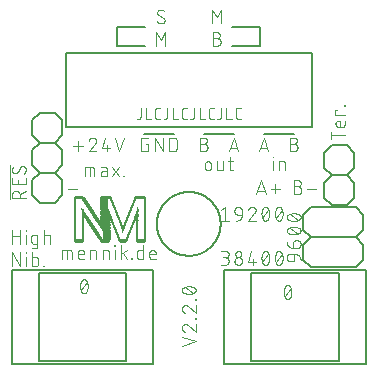
<source format=gbr>
G04 EAGLE Gerber RS-274X export*
G75*
%MOMM*%
%FSLAX34Y34*%
%LPD*%
%INSilkscreen Top*%
%IPPOS*%
%AMOC8*
5,1,8,0,0,1.08239X$1,22.5*%
G01*
%ADD10C,0.101600*%
%ADD11C,0.076200*%
%ADD12C,0.152400*%
%ADD13C,0.150000*%
%ADD14R,0.635000X0.012700*%
%ADD15R,0.533400X0.012700*%
%ADD16R,0.711200X0.012700*%
%ADD17R,0.609600X0.012700*%
%ADD18R,0.749300X0.012700*%
%ADD19R,0.736600X0.012700*%
%ADD20R,0.774700X0.012700*%
%ADD21R,0.660400X0.012700*%
%ADD22R,0.762000X0.012700*%
%ADD23R,0.800100X0.012700*%
%ADD24R,0.685800X0.012700*%
%ADD25R,0.787400X0.012700*%
%ADD26R,0.812800X0.012700*%
%ADD27R,0.838200X0.012700*%
%ADD28R,0.825500X0.012700*%
%ADD29R,0.850900X0.012700*%
%ADD30R,0.863600X0.012700*%
%ADD31R,0.876300X0.012700*%
%ADD32R,0.889000X0.012700*%
%ADD33R,0.901700X0.012700*%
%ADD34R,0.914400X0.012700*%
%ADD35R,0.927100X0.012700*%
%ADD36R,0.203200X0.012700*%
%ADD37R,0.190500X0.012700*%
%ADD38R,0.228600X0.012700*%
%ADD39R,0.266700X0.012700*%
%ADD40R,0.241300X0.012700*%
%ADD41R,0.279400X0.012700*%
%ADD42R,0.012700X0.012700*%
%ADD43R,0.025400X0.012700*%
%ADD44R,0.038100X0.012700*%
%ADD45R,0.050800X0.012700*%
%ADD46R,0.063500X0.012700*%
%ADD47R,0.076200X0.012700*%
%ADD48R,0.088900X0.012700*%
%ADD49R,0.101600X0.012700*%
%ADD50R,0.114300X0.012700*%
%ADD51R,0.127000X0.012700*%
%ADD52R,0.139700X0.012700*%
%ADD53R,0.673100X0.012700*%
%ADD54R,0.152400X0.012700*%
%ADD55R,0.165100X0.012700*%
%ADD56R,0.698500X0.012700*%
%ADD57R,0.177800X0.012700*%
%ADD58R,0.723900X0.012700*%
%ADD59R,0.215900X0.012700*%
%ADD60R,0.254000X0.012700*%
%ADD61R,0.292100X0.012700*%
%ADD62R,0.304800X0.012700*%
%ADD63R,0.317500X0.012700*%
%ADD64R,0.330200X0.012700*%
%ADD65R,0.342900X0.012700*%
%ADD66R,0.355600X0.012700*%
%ADD67R,0.368300X0.012700*%
%ADD68R,0.381000X0.012700*%
%ADD69R,0.393700X0.012700*%
%ADD70R,0.406400X0.012700*%
%ADD71R,0.419100X0.012700*%
%ADD72R,0.431800X0.012700*%
%ADD73R,0.444500X0.012700*%
%ADD74R,0.457200X0.012700*%
%ADD75R,0.939800X0.012700*%
%ADD76R,0.469900X0.012700*%
%ADD77R,0.952500X0.012700*%
%ADD78R,0.965200X0.012700*%
%ADD79R,0.977900X0.012700*%
%ADD80R,0.990600X0.012700*%
%ADD81R,1.003300X0.012700*%
%ADD82R,1.016000X0.012700*%
%ADD83R,1.028700X0.012700*%
%ADD84R,1.041400X0.012700*%
%ADD85R,1.054100X0.012700*%
%ADD86R,1.066800X0.012700*%
%ADD87R,1.079500X0.012700*%
%ADD88R,1.092200X0.012700*%
%ADD89R,1.104900X0.012700*%
%ADD90R,1.117600X0.012700*%
%ADD91C,0.200000*%
%ADD92C,0.127000*%


D10*
X-91026Y72869D02*
X-91125Y72662D01*
X-91218Y72452D01*
X-91306Y72239D01*
X-91389Y72025D01*
X-91467Y71809D01*
X-91540Y71591D01*
X-91608Y71371D01*
X-91670Y71150D01*
X-91727Y70927D01*
X-91779Y70703D01*
X-91825Y70478D01*
X-91866Y70252D01*
X-91901Y70025D01*
X-91931Y69797D01*
X-91956Y69568D01*
X-91975Y69339D01*
X-91989Y69110D01*
X-91997Y68880D01*
X-92000Y68650D01*
X-91026Y72869D02*
X-90993Y72959D01*
X-90957Y73048D01*
X-90917Y73136D01*
X-90873Y73221D01*
X-90826Y73305D01*
X-90776Y73387D01*
X-90722Y73467D01*
X-90666Y73544D01*
X-90606Y73620D01*
X-90543Y73693D01*
X-90478Y73763D01*
X-90409Y73831D01*
X-90338Y73895D01*
X-90265Y73957D01*
X-90189Y74016D01*
X-90111Y74072D01*
X-90030Y74125D01*
X-89948Y74174D01*
X-89864Y74220D01*
X-89777Y74263D01*
X-89690Y74302D01*
X-89600Y74338D01*
X-89510Y74370D01*
X-89418Y74398D01*
X-89325Y74423D01*
X-89231Y74444D01*
X-89137Y74461D01*
X-89042Y74475D01*
X-88946Y74484D01*
X-88850Y74490D01*
X-88754Y74492D01*
X-88658Y74490D01*
X-88562Y74484D01*
X-88466Y74475D01*
X-88371Y74461D01*
X-88277Y74444D01*
X-88183Y74423D01*
X-88090Y74398D01*
X-87998Y74370D01*
X-87908Y74338D01*
X-87818Y74302D01*
X-87731Y74263D01*
X-87644Y74220D01*
X-87560Y74174D01*
X-87478Y74125D01*
X-87397Y74072D01*
X-87319Y74016D01*
X-87243Y73957D01*
X-87170Y73895D01*
X-87099Y73831D01*
X-87030Y73763D01*
X-86965Y73693D01*
X-86902Y73620D01*
X-86842Y73545D01*
X-86786Y73467D01*
X-86732Y73387D01*
X-86682Y73305D01*
X-86635Y73221D01*
X-86592Y73136D01*
X-86551Y73048D01*
X-86515Y72959D01*
X-86482Y72869D01*
X-86383Y72661D01*
X-86290Y72451D01*
X-86202Y72239D01*
X-86119Y72025D01*
X-86041Y71808D01*
X-85968Y71590D01*
X-85900Y71371D01*
X-85838Y71149D01*
X-85781Y70927D01*
X-85729Y70703D01*
X-85683Y70478D01*
X-85642Y70252D01*
X-85607Y70024D01*
X-85577Y69797D01*
X-85552Y69568D01*
X-85533Y69339D01*
X-85519Y69110D01*
X-85511Y68880D01*
X-85508Y68650D01*
X-91999Y68650D02*
X-91996Y68420D01*
X-91988Y68190D01*
X-91974Y67961D01*
X-91955Y67732D01*
X-91930Y67503D01*
X-91900Y67275D01*
X-91865Y67048D01*
X-91824Y66822D01*
X-91778Y66597D01*
X-91726Y66373D01*
X-91669Y66150D01*
X-91607Y65929D01*
X-91539Y65709D01*
X-91466Y65491D01*
X-91388Y65275D01*
X-91305Y65061D01*
X-91217Y64849D01*
X-91124Y64638D01*
X-91025Y64431D01*
X-91026Y64431D02*
X-90993Y64341D01*
X-90957Y64252D01*
X-90916Y64164D01*
X-90873Y64079D01*
X-90826Y63995D01*
X-90776Y63913D01*
X-90722Y63833D01*
X-90666Y63756D01*
X-90606Y63680D01*
X-90543Y63607D01*
X-90478Y63537D01*
X-90409Y63469D01*
X-90338Y63405D01*
X-90265Y63343D01*
X-90189Y63284D01*
X-90111Y63228D01*
X-90030Y63175D01*
X-89948Y63126D01*
X-89864Y63080D01*
X-89777Y63037D01*
X-89690Y62998D01*
X-89600Y62962D01*
X-89510Y62930D01*
X-89418Y62902D01*
X-89325Y62877D01*
X-89231Y62856D01*
X-89137Y62839D01*
X-89042Y62825D01*
X-88946Y62816D01*
X-88850Y62810D01*
X-88754Y62808D01*
X-86482Y64431D02*
X-86383Y64638D01*
X-86290Y64849D01*
X-86202Y65061D01*
X-86119Y65275D01*
X-86041Y65491D01*
X-85968Y65709D01*
X-85900Y65929D01*
X-85838Y66150D01*
X-85781Y66373D01*
X-85729Y66597D01*
X-85683Y66822D01*
X-85642Y67048D01*
X-85607Y67275D01*
X-85577Y67503D01*
X-85552Y67732D01*
X-85533Y67961D01*
X-85519Y68190D01*
X-85511Y68420D01*
X-85508Y68650D01*
X-86482Y64431D02*
X-86515Y64341D01*
X-86551Y64252D01*
X-86592Y64164D01*
X-86635Y64079D01*
X-86682Y63995D01*
X-86732Y63913D01*
X-86786Y63833D01*
X-86842Y63755D01*
X-86902Y63680D01*
X-86965Y63607D01*
X-87030Y63537D01*
X-87099Y63469D01*
X-87170Y63405D01*
X-87243Y63343D01*
X-87319Y63284D01*
X-87397Y63228D01*
X-87478Y63175D01*
X-87560Y63126D01*
X-87644Y63080D01*
X-87731Y63037D01*
X-87818Y62998D01*
X-87908Y62962D01*
X-87998Y62930D01*
X-88090Y62902D01*
X-88183Y62877D01*
X-88277Y62856D01*
X-88371Y62839D01*
X-88466Y62825D01*
X-88562Y62816D01*
X-88658Y62810D01*
X-88754Y62808D01*
X-91350Y65404D02*
X-86157Y71896D01*
X80501Y63650D02*
X80504Y63880D01*
X80512Y64110D01*
X80526Y64339D01*
X80545Y64568D01*
X80570Y64797D01*
X80600Y65024D01*
X80635Y65252D01*
X80676Y65478D01*
X80722Y65703D01*
X80774Y65927D01*
X80831Y66149D01*
X80893Y66371D01*
X80961Y66590D01*
X81034Y66808D01*
X81112Y67025D01*
X81195Y67239D01*
X81283Y67451D01*
X81376Y67661D01*
X81475Y67869D01*
X81474Y67869D02*
X81507Y67959D01*
X81543Y68048D01*
X81583Y68136D01*
X81627Y68221D01*
X81674Y68305D01*
X81724Y68387D01*
X81778Y68467D01*
X81834Y68544D01*
X81894Y68620D01*
X81957Y68693D01*
X82022Y68763D01*
X82091Y68831D01*
X82162Y68895D01*
X82235Y68957D01*
X82311Y69016D01*
X82389Y69072D01*
X82470Y69125D01*
X82552Y69174D01*
X82636Y69220D01*
X82723Y69263D01*
X82810Y69302D01*
X82900Y69338D01*
X82990Y69370D01*
X83082Y69398D01*
X83175Y69423D01*
X83269Y69444D01*
X83363Y69461D01*
X83458Y69475D01*
X83554Y69484D01*
X83650Y69490D01*
X83746Y69492D01*
X83842Y69490D01*
X83938Y69484D01*
X84034Y69475D01*
X84129Y69461D01*
X84223Y69444D01*
X84317Y69423D01*
X84410Y69398D01*
X84502Y69370D01*
X84592Y69338D01*
X84682Y69302D01*
X84769Y69263D01*
X84856Y69220D01*
X84940Y69174D01*
X85022Y69125D01*
X85103Y69072D01*
X85181Y69016D01*
X85257Y68957D01*
X85330Y68895D01*
X85401Y68831D01*
X85470Y68763D01*
X85535Y68693D01*
X85598Y68620D01*
X85658Y68544D01*
X85714Y68467D01*
X85768Y68387D01*
X85818Y68305D01*
X85865Y68221D01*
X85909Y68136D01*
X85949Y68048D01*
X85985Y67959D01*
X86018Y67869D01*
X86019Y67869D02*
X86118Y67662D01*
X86211Y67452D01*
X86299Y67239D01*
X86382Y67025D01*
X86460Y66809D01*
X86533Y66591D01*
X86601Y66371D01*
X86663Y66150D01*
X86720Y65927D01*
X86772Y65703D01*
X86818Y65478D01*
X86859Y65252D01*
X86894Y65025D01*
X86924Y64797D01*
X86949Y64568D01*
X86968Y64339D01*
X86982Y64110D01*
X86990Y63880D01*
X86993Y63650D01*
X80501Y63650D02*
X80504Y63420D01*
X80512Y63190D01*
X80526Y62961D01*
X80545Y62732D01*
X80570Y62503D01*
X80600Y62275D01*
X80635Y62048D01*
X80676Y61822D01*
X80722Y61597D01*
X80774Y61373D01*
X80831Y61150D01*
X80893Y60929D01*
X80961Y60709D01*
X81034Y60491D01*
X81112Y60275D01*
X81195Y60061D01*
X81283Y59849D01*
X81376Y59638D01*
X81475Y59431D01*
X81474Y59431D02*
X81507Y59341D01*
X81543Y59252D01*
X81584Y59164D01*
X81627Y59079D01*
X81674Y58995D01*
X81724Y58913D01*
X81778Y58833D01*
X81834Y58756D01*
X81894Y58680D01*
X81957Y58607D01*
X82022Y58537D01*
X82091Y58469D01*
X82162Y58405D01*
X82235Y58343D01*
X82311Y58284D01*
X82389Y58228D01*
X82470Y58175D01*
X82552Y58126D01*
X82636Y58080D01*
X82723Y58037D01*
X82810Y57998D01*
X82900Y57962D01*
X82990Y57930D01*
X83082Y57902D01*
X83175Y57877D01*
X83269Y57856D01*
X83363Y57839D01*
X83458Y57825D01*
X83554Y57816D01*
X83650Y57810D01*
X83746Y57808D01*
X86018Y59431D02*
X86117Y59638D01*
X86210Y59849D01*
X86298Y60061D01*
X86381Y60275D01*
X86459Y60491D01*
X86532Y60709D01*
X86600Y60929D01*
X86662Y61150D01*
X86719Y61373D01*
X86771Y61597D01*
X86817Y61822D01*
X86858Y62048D01*
X86893Y62275D01*
X86923Y62503D01*
X86948Y62732D01*
X86967Y62961D01*
X86981Y63190D01*
X86989Y63420D01*
X86992Y63650D01*
X86018Y59431D02*
X85985Y59341D01*
X85949Y59252D01*
X85909Y59164D01*
X85865Y59079D01*
X85818Y58995D01*
X85768Y58913D01*
X85714Y58833D01*
X85658Y58756D01*
X85598Y58680D01*
X85535Y58607D01*
X85470Y58537D01*
X85401Y58469D01*
X85330Y58405D01*
X85257Y58343D01*
X85181Y58284D01*
X85103Y58228D01*
X85022Y58175D01*
X84940Y58126D01*
X84856Y58080D01*
X84769Y58037D01*
X84682Y57998D01*
X84592Y57962D01*
X84502Y57930D01*
X84410Y57902D01*
X84317Y57877D01*
X84223Y57856D01*
X84129Y57839D01*
X84034Y57825D01*
X83938Y57816D01*
X83842Y57810D01*
X83746Y57808D01*
X81150Y60404D02*
X86343Y66896D01*
D11*
X-40802Y212295D02*
X-40802Y219869D01*
X-40802Y212295D02*
X-40804Y212203D01*
X-40810Y212111D01*
X-40820Y212020D01*
X-40833Y211929D01*
X-40851Y211839D01*
X-40872Y211750D01*
X-40897Y211661D01*
X-40926Y211574D01*
X-40958Y211488D01*
X-40994Y211404D01*
X-41034Y211321D01*
X-41077Y211240D01*
X-41123Y211160D01*
X-41173Y211083D01*
X-41226Y211008D01*
X-41282Y210936D01*
X-41342Y210865D01*
X-41404Y210798D01*
X-41469Y210733D01*
X-41536Y210671D01*
X-41607Y210611D01*
X-41679Y210555D01*
X-41754Y210502D01*
X-41831Y210452D01*
X-41911Y210406D01*
X-41992Y210363D01*
X-42075Y210323D01*
X-42159Y210287D01*
X-42245Y210255D01*
X-42332Y210226D01*
X-42421Y210201D01*
X-42510Y210180D01*
X-42600Y210162D01*
X-42691Y210149D01*
X-42782Y210139D01*
X-42874Y210133D01*
X-42966Y210131D01*
X-44048Y210131D01*
X-36151Y210131D02*
X-36151Y219869D01*
X-36151Y210131D02*
X-31823Y210131D01*
X-26156Y210131D02*
X-23992Y210131D01*
X-26156Y210131D02*
X-26248Y210133D01*
X-26340Y210139D01*
X-26431Y210149D01*
X-26522Y210162D01*
X-26612Y210180D01*
X-26701Y210201D01*
X-26790Y210226D01*
X-26877Y210255D01*
X-26963Y210287D01*
X-27047Y210323D01*
X-27130Y210363D01*
X-27211Y210406D01*
X-27291Y210452D01*
X-27368Y210502D01*
X-27443Y210555D01*
X-27515Y210611D01*
X-27586Y210671D01*
X-27653Y210733D01*
X-27718Y210798D01*
X-27780Y210865D01*
X-27840Y210936D01*
X-27896Y211008D01*
X-27949Y211083D01*
X-27999Y211160D01*
X-28045Y211240D01*
X-28088Y211321D01*
X-28128Y211404D01*
X-28164Y211488D01*
X-28196Y211574D01*
X-28225Y211661D01*
X-28250Y211750D01*
X-28271Y211839D01*
X-28289Y211929D01*
X-28302Y212020D01*
X-28312Y212111D01*
X-28318Y212203D01*
X-28320Y212295D01*
X-28320Y217705D01*
X-28318Y217797D01*
X-28312Y217889D01*
X-28302Y217980D01*
X-28289Y218071D01*
X-28271Y218161D01*
X-28250Y218250D01*
X-28225Y218339D01*
X-28196Y218426D01*
X-28164Y218512D01*
X-28128Y218596D01*
X-28088Y218679D01*
X-28045Y218760D01*
X-27999Y218840D01*
X-27949Y218917D01*
X-27896Y218992D01*
X-27840Y219064D01*
X-27780Y219135D01*
X-27718Y219202D01*
X-27653Y219267D01*
X-27586Y219329D01*
X-27515Y219389D01*
X-27443Y219445D01*
X-27368Y219498D01*
X-27291Y219548D01*
X-27211Y219594D01*
X-27130Y219637D01*
X-27047Y219677D01*
X-26963Y219713D01*
X-26877Y219745D01*
X-26790Y219774D01*
X-26701Y219799D01*
X-26612Y219820D01*
X-26522Y219838D01*
X-26431Y219851D01*
X-26340Y219861D01*
X-26248Y219867D01*
X-26156Y219869D01*
X-23992Y219869D01*
X-18122Y219869D02*
X-18122Y212295D01*
X-18124Y212203D01*
X-18130Y212111D01*
X-18140Y212020D01*
X-18153Y211929D01*
X-18171Y211839D01*
X-18192Y211750D01*
X-18217Y211661D01*
X-18246Y211574D01*
X-18278Y211488D01*
X-18314Y211404D01*
X-18354Y211321D01*
X-18397Y211240D01*
X-18443Y211160D01*
X-18493Y211083D01*
X-18546Y211008D01*
X-18602Y210936D01*
X-18662Y210865D01*
X-18724Y210798D01*
X-18789Y210733D01*
X-18856Y210671D01*
X-18927Y210611D01*
X-18999Y210555D01*
X-19074Y210502D01*
X-19151Y210452D01*
X-19231Y210406D01*
X-19312Y210363D01*
X-19395Y210323D01*
X-19479Y210287D01*
X-19565Y210255D01*
X-19652Y210226D01*
X-19741Y210201D01*
X-19830Y210180D01*
X-19920Y210162D01*
X-20011Y210149D01*
X-20102Y210139D01*
X-20194Y210133D01*
X-20286Y210131D01*
X-21368Y210131D01*
X-13471Y210131D02*
X-13471Y219869D01*
X-13471Y210131D02*
X-9143Y210131D01*
X-3476Y210131D02*
X-1312Y210131D01*
X-3476Y210131D02*
X-3568Y210133D01*
X-3660Y210139D01*
X-3751Y210149D01*
X-3842Y210162D01*
X-3932Y210180D01*
X-4021Y210201D01*
X-4110Y210226D01*
X-4197Y210255D01*
X-4283Y210287D01*
X-4367Y210323D01*
X-4450Y210363D01*
X-4531Y210406D01*
X-4611Y210452D01*
X-4688Y210502D01*
X-4763Y210555D01*
X-4835Y210611D01*
X-4906Y210671D01*
X-4973Y210733D01*
X-5038Y210798D01*
X-5100Y210865D01*
X-5160Y210936D01*
X-5216Y211008D01*
X-5269Y211083D01*
X-5319Y211160D01*
X-5365Y211240D01*
X-5408Y211321D01*
X-5448Y211404D01*
X-5484Y211488D01*
X-5516Y211574D01*
X-5545Y211661D01*
X-5570Y211750D01*
X-5591Y211839D01*
X-5609Y211929D01*
X-5622Y212020D01*
X-5632Y212111D01*
X-5638Y212203D01*
X-5640Y212295D01*
X-5640Y217705D01*
X-5638Y217797D01*
X-5632Y217889D01*
X-5622Y217980D01*
X-5609Y218071D01*
X-5591Y218161D01*
X-5570Y218250D01*
X-5545Y218339D01*
X-5516Y218426D01*
X-5484Y218512D01*
X-5448Y218596D01*
X-5408Y218679D01*
X-5365Y218760D01*
X-5319Y218840D01*
X-5269Y218917D01*
X-5216Y218992D01*
X-5160Y219064D01*
X-5100Y219135D01*
X-5038Y219202D01*
X-4973Y219267D01*
X-4906Y219329D01*
X-4835Y219389D01*
X-4763Y219445D01*
X-4688Y219498D01*
X-4611Y219548D01*
X-4531Y219594D01*
X-4450Y219637D01*
X-4367Y219677D01*
X-4283Y219713D01*
X-4197Y219745D01*
X-4110Y219774D01*
X-4021Y219799D01*
X-3932Y219820D01*
X-3842Y219838D01*
X-3751Y219851D01*
X-3660Y219861D01*
X-3568Y219867D01*
X-3476Y219869D01*
X-1312Y219869D01*
X4558Y219869D02*
X4558Y212295D01*
X4556Y212203D01*
X4550Y212111D01*
X4540Y212020D01*
X4527Y211929D01*
X4509Y211839D01*
X4488Y211750D01*
X4463Y211661D01*
X4434Y211574D01*
X4402Y211488D01*
X4366Y211404D01*
X4326Y211321D01*
X4283Y211240D01*
X4237Y211160D01*
X4187Y211083D01*
X4134Y211008D01*
X4078Y210936D01*
X4018Y210865D01*
X3956Y210798D01*
X3891Y210733D01*
X3824Y210671D01*
X3753Y210611D01*
X3681Y210555D01*
X3606Y210502D01*
X3529Y210452D01*
X3449Y210406D01*
X3368Y210363D01*
X3285Y210323D01*
X3201Y210287D01*
X3115Y210255D01*
X3028Y210226D01*
X2939Y210201D01*
X2850Y210180D01*
X2760Y210162D01*
X2669Y210149D01*
X2578Y210139D01*
X2486Y210133D01*
X2394Y210131D01*
X1312Y210131D01*
X9209Y210131D02*
X9209Y219869D01*
X9209Y210131D02*
X13537Y210131D01*
X19204Y210131D02*
X21368Y210131D01*
X19204Y210131D02*
X19112Y210133D01*
X19020Y210139D01*
X18929Y210149D01*
X18838Y210162D01*
X18748Y210180D01*
X18659Y210201D01*
X18570Y210226D01*
X18483Y210255D01*
X18397Y210287D01*
X18313Y210323D01*
X18230Y210363D01*
X18149Y210406D01*
X18069Y210452D01*
X17992Y210502D01*
X17917Y210555D01*
X17845Y210611D01*
X17774Y210671D01*
X17707Y210733D01*
X17642Y210798D01*
X17580Y210865D01*
X17520Y210936D01*
X17464Y211008D01*
X17411Y211083D01*
X17361Y211160D01*
X17315Y211240D01*
X17272Y211321D01*
X17232Y211404D01*
X17196Y211488D01*
X17164Y211574D01*
X17135Y211661D01*
X17110Y211750D01*
X17089Y211839D01*
X17071Y211929D01*
X17058Y212020D01*
X17048Y212111D01*
X17042Y212203D01*
X17040Y212295D01*
X17040Y217705D01*
X17042Y217797D01*
X17048Y217889D01*
X17058Y217980D01*
X17071Y218071D01*
X17089Y218161D01*
X17110Y218250D01*
X17135Y218339D01*
X17164Y218426D01*
X17196Y218512D01*
X17232Y218596D01*
X17272Y218679D01*
X17315Y218760D01*
X17361Y218840D01*
X17411Y218917D01*
X17464Y218992D01*
X17520Y219064D01*
X17580Y219135D01*
X17642Y219202D01*
X17707Y219267D01*
X17774Y219329D01*
X17845Y219389D01*
X17917Y219445D01*
X17992Y219498D01*
X18069Y219548D01*
X18149Y219594D01*
X18230Y219637D01*
X18313Y219677D01*
X18397Y219713D01*
X18483Y219745D01*
X18570Y219774D01*
X18659Y219799D01*
X18748Y219820D01*
X18838Y219838D01*
X18929Y219851D01*
X19020Y219861D01*
X19112Y219867D01*
X19204Y219869D01*
X21368Y219869D01*
X27238Y219869D02*
X27238Y212295D01*
X27236Y212203D01*
X27230Y212111D01*
X27220Y212020D01*
X27207Y211929D01*
X27189Y211839D01*
X27168Y211750D01*
X27143Y211661D01*
X27114Y211574D01*
X27082Y211488D01*
X27046Y211404D01*
X27006Y211321D01*
X26963Y211240D01*
X26917Y211160D01*
X26867Y211083D01*
X26814Y211008D01*
X26758Y210936D01*
X26698Y210865D01*
X26636Y210798D01*
X26571Y210733D01*
X26504Y210671D01*
X26433Y210611D01*
X26361Y210555D01*
X26286Y210502D01*
X26209Y210452D01*
X26129Y210406D01*
X26048Y210363D01*
X25965Y210323D01*
X25881Y210287D01*
X25795Y210255D01*
X25708Y210226D01*
X25619Y210201D01*
X25530Y210180D01*
X25440Y210162D01*
X25349Y210149D01*
X25258Y210139D01*
X25166Y210133D01*
X25074Y210131D01*
X23992Y210131D01*
X31889Y210131D02*
X31889Y219869D01*
X31889Y210131D02*
X36217Y210131D01*
X41884Y210131D02*
X44048Y210131D01*
X41884Y210131D02*
X41792Y210133D01*
X41700Y210139D01*
X41609Y210149D01*
X41518Y210162D01*
X41428Y210180D01*
X41339Y210201D01*
X41250Y210226D01*
X41163Y210255D01*
X41077Y210287D01*
X40993Y210323D01*
X40910Y210363D01*
X40829Y210406D01*
X40749Y210452D01*
X40672Y210502D01*
X40597Y210555D01*
X40525Y210611D01*
X40454Y210671D01*
X40387Y210733D01*
X40322Y210798D01*
X40260Y210865D01*
X40200Y210936D01*
X40144Y211008D01*
X40091Y211083D01*
X40041Y211160D01*
X39995Y211240D01*
X39952Y211321D01*
X39912Y211404D01*
X39876Y211488D01*
X39844Y211574D01*
X39815Y211661D01*
X39790Y211750D01*
X39769Y211839D01*
X39751Y211929D01*
X39738Y212020D01*
X39728Y212111D01*
X39722Y212203D01*
X39720Y212295D01*
X39720Y217705D01*
X39722Y217797D01*
X39728Y217889D01*
X39738Y217980D01*
X39751Y218071D01*
X39769Y218161D01*
X39790Y218250D01*
X39815Y218339D01*
X39844Y218426D01*
X39876Y218512D01*
X39912Y218596D01*
X39952Y218679D01*
X39995Y218760D01*
X40041Y218840D01*
X40091Y218917D01*
X40144Y218992D01*
X40200Y219064D01*
X40260Y219135D01*
X40322Y219202D01*
X40387Y219267D01*
X40454Y219329D01*
X40525Y219389D01*
X40597Y219445D01*
X40672Y219498D01*
X40749Y219548D01*
X40829Y219594D01*
X40910Y219637D01*
X40993Y219677D01*
X41077Y219713D01*
X41163Y219745D01*
X41250Y219774D01*
X41339Y219799D01*
X41428Y219820D01*
X41518Y219838D01*
X41609Y219851D01*
X41700Y219861D01*
X41792Y219867D01*
X41884Y219869D01*
X44048Y219869D01*
D12*
X-27000Y121500D02*
X-26992Y122163D01*
X-26967Y122825D01*
X-26927Y123486D01*
X-26870Y124146D01*
X-26797Y124805D01*
X-26708Y125462D01*
X-26602Y126116D01*
X-26481Y126767D01*
X-26344Y127416D01*
X-26191Y128060D01*
X-26022Y128701D01*
X-25837Y129338D01*
X-25637Y129969D01*
X-25422Y130596D01*
X-25191Y131217D01*
X-24945Y131832D01*
X-24684Y132442D01*
X-24408Y133044D01*
X-24117Y133640D01*
X-23812Y134228D01*
X-23492Y134808D01*
X-23159Y135381D01*
X-22811Y135945D01*
X-22450Y136500D01*
X-22075Y137047D01*
X-21687Y137584D01*
X-21285Y138111D01*
X-20871Y138629D01*
X-20445Y139136D01*
X-20006Y139632D01*
X-19555Y140118D01*
X-19092Y140592D01*
X-18618Y141055D01*
X-18132Y141506D01*
X-17636Y141945D01*
X-17129Y142371D01*
X-16611Y142785D01*
X-16084Y143187D01*
X-15547Y143575D01*
X-15000Y143950D01*
X-14445Y144311D01*
X-13881Y144659D01*
X-13308Y144992D01*
X-12728Y145312D01*
X-12140Y145617D01*
X-11544Y145908D01*
X-10942Y146184D01*
X-10332Y146445D01*
X-9717Y146691D01*
X-9096Y146922D01*
X-8469Y147137D01*
X-7838Y147337D01*
X-7201Y147522D01*
X-6560Y147691D01*
X-5916Y147844D01*
X-5267Y147981D01*
X-4616Y148102D01*
X-3962Y148208D01*
X-3305Y148297D01*
X-2646Y148370D01*
X-1986Y148427D01*
X-1325Y148467D01*
X-663Y148492D01*
X0Y148500D01*
X663Y148492D01*
X1325Y148467D01*
X1986Y148427D01*
X2646Y148370D01*
X3305Y148297D01*
X3962Y148208D01*
X4616Y148102D01*
X5267Y147981D01*
X5916Y147844D01*
X6560Y147691D01*
X7201Y147522D01*
X7838Y147337D01*
X8469Y147137D01*
X9096Y146922D01*
X9717Y146691D01*
X10332Y146445D01*
X10942Y146184D01*
X11544Y145908D01*
X12140Y145617D01*
X12728Y145312D01*
X13308Y144992D01*
X13881Y144659D01*
X14445Y144311D01*
X15000Y143950D01*
X15547Y143575D01*
X16084Y143187D01*
X16611Y142785D01*
X17129Y142371D01*
X17636Y141945D01*
X18132Y141506D01*
X18618Y141055D01*
X19092Y140592D01*
X19555Y140118D01*
X20006Y139632D01*
X20445Y139136D01*
X20871Y138629D01*
X21285Y138111D01*
X21687Y137584D01*
X22075Y137047D01*
X22450Y136500D01*
X22811Y135945D01*
X23159Y135381D01*
X23492Y134808D01*
X23812Y134228D01*
X24117Y133640D01*
X24408Y133044D01*
X24684Y132442D01*
X24945Y131832D01*
X25191Y131217D01*
X25422Y130596D01*
X25637Y129969D01*
X25837Y129338D01*
X26022Y128701D01*
X26191Y128060D01*
X26344Y127416D01*
X26481Y126767D01*
X26602Y126116D01*
X26708Y125462D01*
X26797Y124805D01*
X26870Y124146D01*
X26927Y123486D01*
X26967Y122825D01*
X26992Y122163D01*
X27000Y121500D01*
X26992Y120837D01*
X26967Y120175D01*
X26927Y119514D01*
X26870Y118854D01*
X26797Y118195D01*
X26708Y117538D01*
X26602Y116884D01*
X26481Y116233D01*
X26344Y115584D01*
X26191Y114940D01*
X26022Y114299D01*
X25837Y113662D01*
X25637Y113031D01*
X25422Y112404D01*
X25191Y111783D01*
X24945Y111168D01*
X24684Y110558D01*
X24408Y109956D01*
X24117Y109360D01*
X23812Y108772D01*
X23492Y108192D01*
X23159Y107619D01*
X22811Y107055D01*
X22450Y106500D01*
X22075Y105953D01*
X21687Y105416D01*
X21285Y104889D01*
X20871Y104371D01*
X20445Y103864D01*
X20006Y103368D01*
X19555Y102882D01*
X19092Y102408D01*
X18618Y101945D01*
X18132Y101494D01*
X17636Y101055D01*
X17129Y100629D01*
X16611Y100215D01*
X16084Y99813D01*
X15547Y99425D01*
X15000Y99050D01*
X14445Y98689D01*
X13881Y98341D01*
X13308Y98008D01*
X12728Y97688D01*
X12140Y97383D01*
X11544Y97092D01*
X10942Y96816D01*
X10332Y96555D01*
X9717Y96309D01*
X9096Y96078D01*
X8469Y95863D01*
X7838Y95663D01*
X7201Y95478D01*
X6560Y95309D01*
X5916Y95156D01*
X5267Y95019D01*
X4616Y94898D01*
X3962Y94792D01*
X3305Y94703D01*
X2646Y94630D01*
X1986Y94573D01*
X1325Y94533D01*
X663Y94508D01*
X0Y94500D01*
X-663Y94508D01*
X-1325Y94533D01*
X-1986Y94573D01*
X-2646Y94630D01*
X-3305Y94703D01*
X-3962Y94792D01*
X-4616Y94898D01*
X-5267Y95019D01*
X-5916Y95156D01*
X-6560Y95309D01*
X-7201Y95478D01*
X-7838Y95663D01*
X-8469Y95863D01*
X-9096Y96078D01*
X-9717Y96309D01*
X-10332Y96555D01*
X-10942Y96816D01*
X-11544Y97092D01*
X-12140Y97383D01*
X-12728Y97688D01*
X-13308Y98008D01*
X-13881Y98341D01*
X-14445Y98689D01*
X-15000Y99050D01*
X-15547Y99425D01*
X-16084Y99813D01*
X-16611Y100215D01*
X-17129Y100629D01*
X-17636Y101055D01*
X-18132Y101494D01*
X-18618Y101945D01*
X-19092Y102408D01*
X-19555Y102882D01*
X-20006Y103368D01*
X-20445Y103864D01*
X-20871Y104371D01*
X-21285Y104889D01*
X-21687Y105416D01*
X-22075Y105953D01*
X-22450Y106500D01*
X-22811Y107055D01*
X-23159Y107619D01*
X-23492Y108192D01*
X-23812Y108772D01*
X-24117Y109360D01*
X-24408Y109956D01*
X-24684Y110558D01*
X-24945Y111168D01*
X-25191Y111783D01*
X-25422Y112404D01*
X-25637Y113031D01*
X-25837Y113662D01*
X-26022Y114299D01*
X-26191Y114940D01*
X-26344Y115584D01*
X-26481Y116233D01*
X-26602Y116884D01*
X-26708Y117538D01*
X-26797Y118195D01*
X-26870Y118854D01*
X-26927Y119514D01*
X-26967Y120175D01*
X-26992Y120837D01*
X-27000Y121500D01*
D10*
X27281Y133246D02*
X30527Y135842D01*
X30527Y124158D01*
X33772Y124158D02*
X27281Y124158D01*
X41307Y129351D02*
X45202Y129351D01*
X41307Y129351D02*
X41208Y129353D01*
X41108Y129359D01*
X41009Y129368D01*
X40911Y129381D01*
X40813Y129398D01*
X40715Y129419D01*
X40619Y129444D01*
X40524Y129472D01*
X40430Y129504D01*
X40337Y129539D01*
X40245Y129578D01*
X40155Y129621D01*
X40067Y129666D01*
X39980Y129716D01*
X39896Y129768D01*
X39813Y129824D01*
X39733Y129882D01*
X39655Y129944D01*
X39580Y130009D01*
X39507Y130077D01*
X39437Y130147D01*
X39369Y130220D01*
X39304Y130295D01*
X39242Y130373D01*
X39184Y130453D01*
X39128Y130536D01*
X39076Y130620D01*
X39026Y130707D01*
X38981Y130795D01*
X38938Y130885D01*
X38899Y130977D01*
X38864Y131070D01*
X38832Y131164D01*
X38804Y131259D01*
X38779Y131355D01*
X38758Y131453D01*
X38741Y131551D01*
X38728Y131649D01*
X38719Y131748D01*
X38713Y131848D01*
X38711Y131947D01*
X38711Y132596D01*
X38713Y132709D01*
X38719Y132822D01*
X38729Y132935D01*
X38743Y133048D01*
X38760Y133160D01*
X38782Y133271D01*
X38807Y133381D01*
X38837Y133491D01*
X38870Y133599D01*
X38907Y133706D01*
X38947Y133812D01*
X38992Y133916D01*
X39040Y134019D01*
X39091Y134120D01*
X39146Y134219D01*
X39204Y134316D01*
X39266Y134411D01*
X39331Y134504D01*
X39399Y134594D01*
X39470Y134682D01*
X39545Y134768D01*
X39622Y134851D01*
X39702Y134931D01*
X39785Y135008D01*
X39871Y135083D01*
X39959Y135154D01*
X40049Y135222D01*
X40142Y135287D01*
X40237Y135349D01*
X40334Y135407D01*
X40433Y135462D01*
X40534Y135513D01*
X40637Y135561D01*
X40741Y135606D01*
X40847Y135646D01*
X40954Y135683D01*
X41062Y135716D01*
X41172Y135746D01*
X41282Y135771D01*
X41393Y135793D01*
X41505Y135810D01*
X41618Y135824D01*
X41731Y135834D01*
X41844Y135840D01*
X41957Y135842D01*
X42070Y135840D01*
X42183Y135834D01*
X42296Y135824D01*
X42409Y135810D01*
X42521Y135793D01*
X42632Y135771D01*
X42742Y135746D01*
X42852Y135716D01*
X42960Y135683D01*
X43067Y135646D01*
X43173Y135606D01*
X43277Y135561D01*
X43380Y135513D01*
X43481Y135462D01*
X43580Y135407D01*
X43677Y135349D01*
X43772Y135287D01*
X43865Y135222D01*
X43955Y135154D01*
X44043Y135083D01*
X44129Y135008D01*
X44212Y134931D01*
X44292Y134851D01*
X44369Y134768D01*
X44444Y134682D01*
X44515Y134594D01*
X44583Y134504D01*
X44648Y134411D01*
X44710Y134316D01*
X44768Y134219D01*
X44823Y134120D01*
X44874Y134019D01*
X44922Y133916D01*
X44967Y133812D01*
X45007Y133706D01*
X45044Y133599D01*
X45077Y133491D01*
X45107Y133381D01*
X45132Y133271D01*
X45154Y133160D01*
X45171Y133048D01*
X45185Y132935D01*
X45195Y132822D01*
X45201Y132709D01*
X45203Y132596D01*
X45202Y132596D02*
X45202Y129351D01*
X45200Y129208D01*
X45194Y129065D01*
X45184Y128922D01*
X45170Y128780D01*
X45153Y128638D01*
X45131Y128496D01*
X45106Y128355D01*
X45076Y128215D01*
X45043Y128076D01*
X45006Y127938D01*
X44965Y127801D01*
X44921Y127665D01*
X44872Y127530D01*
X44820Y127397D01*
X44765Y127265D01*
X44705Y127135D01*
X44642Y127006D01*
X44576Y126879D01*
X44506Y126754D01*
X44433Y126632D01*
X44356Y126511D01*
X44276Y126392D01*
X44193Y126276D01*
X44107Y126161D01*
X44018Y126050D01*
X43925Y125940D01*
X43830Y125834D01*
X43731Y125730D01*
X43630Y125629D01*
X43526Y125530D01*
X43420Y125435D01*
X43310Y125342D01*
X43199Y125253D01*
X43084Y125167D01*
X42968Y125084D01*
X42849Y125004D01*
X42728Y124927D01*
X42605Y124854D01*
X42481Y124784D01*
X42354Y124718D01*
X42225Y124655D01*
X42095Y124595D01*
X41963Y124540D01*
X41830Y124488D01*
X41695Y124439D01*
X41559Y124395D01*
X41422Y124354D01*
X41284Y124317D01*
X41145Y124284D01*
X41005Y124254D01*
X40864Y124229D01*
X40722Y124207D01*
X40580Y124190D01*
X40438Y124176D01*
X40295Y124166D01*
X40152Y124160D01*
X40009Y124158D01*
X53711Y135842D02*
X53818Y135840D01*
X53924Y135834D01*
X54030Y135824D01*
X54136Y135811D01*
X54242Y135793D01*
X54346Y135772D01*
X54450Y135747D01*
X54553Y135718D01*
X54654Y135686D01*
X54754Y135649D01*
X54853Y135609D01*
X54951Y135566D01*
X55047Y135519D01*
X55141Y135468D01*
X55233Y135414D01*
X55323Y135357D01*
X55411Y135297D01*
X55496Y135233D01*
X55579Y135166D01*
X55660Y135096D01*
X55738Y135024D01*
X55814Y134948D01*
X55886Y134870D01*
X55956Y134789D01*
X56023Y134706D01*
X56087Y134621D01*
X56147Y134533D01*
X56204Y134443D01*
X56258Y134351D01*
X56309Y134257D01*
X56356Y134161D01*
X56399Y134063D01*
X56439Y133964D01*
X56476Y133864D01*
X56508Y133763D01*
X56537Y133660D01*
X56562Y133556D01*
X56583Y133452D01*
X56601Y133346D01*
X56614Y133240D01*
X56624Y133134D01*
X56630Y133028D01*
X56632Y132921D01*
X53711Y135842D02*
X53590Y135840D01*
X53469Y135834D01*
X53349Y135824D01*
X53228Y135811D01*
X53109Y135793D01*
X52989Y135772D01*
X52871Y135747D01*
X52754Y135718D01*
X52637Y135685D01*
X52522Y135649D01*
X52408Y135608D01*
X52295Y135565D01*
X52183Y135517D01*
X52074Y135466D01*
X51966Y135411D01*
X51859Y135353D01*
X51755Y135292D01*
X51653Y135227D01*
X51553Y135159D01*
X51455Y135088D01*
X51359Y135014D01*
X51266Y134937D01*
X51176Y134856D01*
X51088Y134773D01*
X51003Y134687D01*
X50920Y134598D01*
X50841Y134507D01*
X50764Y134413D01*
X50691Y134317D01*
X50621Y134219D01*
X50554Y134118D01*
X50490Y134015D01*
X50430Y133910D01*
X50373Y133803D01*
X50319Y133695D01*
X50269Y133585D01*
X50223Y133473D01*
X50180Y133360D01*
X50141Y133245D01*
X55659Y130649D02*
X55738Y130726D01*
X55814Y130807D01*
X55887Y130890D01*
X55957Y130975D01*
X56024Y131063D01*
X56088Y131153D01*
X56148Y131245D01*
X56205Y131340D01*
X56259Y131436D01*
X56310Y131534D01*
X56357Y131634D01*
X56401Y131736D01*
X56441Y131839D01*
X56477Y131943D01*
X56509Y132049D01*
X56538Y132155D01*
X56563Y132263D01*
X56585Y132371D01*
X56602Y132481D01*
X56616Y132590D01*
X56625Y132700D01*
X56631Y132811D01*
X56633Y132921D01*
X55658Y130649D02*
X50141Y124158D01*
X56632Y124158D01*
X61571Y130000D02*
X61574Y130230D01*
X61582Y130460D01*
X61596Y130689D01*
X61615Y130918D01*
X61640Y131147D01*
X61670Y131374D01*
X61705Y131602D01*
X61746Y131828D01*
X61792Y132053D01*
X61844Y132277D01*
X61901Y132499D01*
X61963Y132721D01*
X62031Y132940D01*
X62104Y133158D01*
X62182Y133375D01*
X62265Y133589D01*
X62353Y133801D01*
X62446Y134011D01*
X62545Y134219D01*
X62544Y134219D02*
X62577Y134309D01*
X62613Y134398D01*
X62653Y134486D01*
X62697Y134571D01*
X62744Y134655D01*
X62794Y134737D01*
X62848Y134817D01*
X62904Y134894D01*
X62964Y134970D01*
X63027Y135043D01*
X63092Y135113D01*
X63161Y135181D01*
X63232Y135245D01*
X63305Y135307D01*
X63381Y135366D01*
X63459Y135422D01*
X63540Y135475D01*
X63622Y135524D01*
X63706Y135570D01*
X63793Y135613D01*
X63880Y135652D01*
X63970Y135688D01*
X64060Y135720D01*
X64152Y135748D01*
X64245Y135773D01*
X64339Y135794D01*
X64433Y135811D01*
X64528Y135825D01*
X64624Y135834D01*
X64720Y135840D01*
X64816Y135842D01*
X64912Y135840D01*
X65008Y135834D01*
X65104Y135825D01*
X65199Y135811D01*
X65293Y135794D01*
X65387Y135773D01*
X65480Y135748D01*
X65572Y135720D01*
X65662Y135688D01*
X65752Y135652D01*
X65839Y135613D01*
X65926Y135570D01*
X66010Y135524D01*
X66092Y135475D01*
X66173Y135422D01*
X66251Y135366D01*
X66327Y135307D01*
X66400Y135245D01*
X66471Y135181D01*
X66540Y135113D01*
X66605Y135043D01*
X66668Y134970D01*
X66728Y134894D01*
X66784Y134817D01*
X66838Y134737D01*
X66888Y134655D01*
X66935Y134571D01*
X66979Y134486D01*
X67019Y134398D01*
X67055Y134309D01*
X67088Y134219D01*
X67089Y134219D02*
X67188Y134012D01*
X67281Y133802D01*
X67369Y133589D01*
X67452Y133375D01*
X67530Y133159D01*
X67603Y132941D01*
X67671Y132721D01*
X67733Y132500D01*
X67790Y132277D01*
X67842Y132053D01*
X67888Y131828D01*
X67929Y131602D01*
X67964Y131375D01*
X67994Y131147D01*
X68019Y130918D01*
X68038Y130689D01*
X68052Y130460D01*
X68060Y130230D01*
X68063Y130000D01*
X61571Y130000D02*
X61574Y129770D01*
X61582Y129540D01*
X61596Y129311D01*
X61615Y129082D01*
X61640Y128853D01*
X61670Y128625D01*
X61705Y128398D01*
X61746Y128172D01*
X61792Y127947D01*
X61844Y127723D01*
X61901Y127500D01*
X61963Y127279D01*
X62031Y127059D01*
X62104Y126841D01*
X62182Y126625D01*
X62265Y126411D01*
X62353Y126199D01*
X62446Y125988D01*
X62545Y125781D01*
X62544Y125781D02*
X62577Y125691D01*
X62613Y125602D01*
X62654Y125514D01*
X62697Y125429D01*
X62744Y125345D01*
X62794Y125263D01*
X62848Y125183D01*
X62904Y125106D01*
X62964Y125030D01*
X63027Y124957D01*
X63092Y124887D01*
X63161Y124819D01*
X63232Y124755D01*
X63305Y124693D01*
X63381Y124634D01*
X63459Y124578D01*
X63540Y124525D01*
X63622Y124476D01*
X63706Y124430D01*
X63793Y124387D01*
X63880Y124348D01*
X63970Y124312D01*
X64060Y124280D01*
X64152Y124252D01*
X64245Y124227D01*
X64339Y124206D01*
X64433Y124189D01*
X64528Y124175D01*
X64624Y124166D01*
X64720Y124160D01*
X64816Y124158D01*
X67088Y125781D02*
X67187Y125988D01*
X67280Y126199D01*
X67368Y126411D01*
X67451Y126625D01*
X67529Y126841D01*
X67602Y127059D01*
X67670Y127279D01*
X67732Y127500D01*
X67789Y127723D01*
X67841Y127947D01*
X67887Y128172D01*
X67928Y128398D01*
X67963Y128625D01*
X67993Y128853D01*
X68018Y129082D01*
X68037Y129311D01*
X68051Y129540D01*
X68059Y129770D01*
X68062Y130000D01*
X67088Y125781D02*
X67055Y125691D01*
X67019Y125602D01*
X66979Y125514D01*
X66935Y125429D01*
X66888Y125345D01*
X66838Y125263D01*
X66784Y125183D01*
X66728Y125106D01*
X66668Y125030D01*
X66605Y124957D01*
X66540Y124887D01*
X66471Y124819D01*
X66400Y124755D01*
X66327Y124693D01*
X66251Y124634D01*
X66173Y124578D01*
X66092Y124525D01*
X66010Y124476D01*
X65926Y124430D01*
X65839Y124387D01*
X65752Y124348D01*
X65662Y124312D01*
X65572Y124280D01*
X65480Y124252D01*
X65387Y124227D01*
X65293Y124206D01*
X65199Y124189D01*
X65104Y124175D01*
X65008Y124166D01*
X64912Y124160D01*
X64816Y124158D01*
X62220Y126754D02*
X67413Y133246D01*
X73001Y130000D02*
X73004Y130230D01*
X73012Y130460D01*
X73026Y130689D01*
X73045Y130918D01*
X73070Y131147D01*
X73100Y131374D01*
X73135Y131602D01*
X73176Y131828D01*
X73222Y132053D01*
X73274Y132277D01*
X73331Y132499D01*
X73393Y132721D01*
X73461Y132940D01*
X73534Y133158D01*
X73612Y133375D01*
X73695Y133589D01*
X73783Y133801D01*
X73876Y134011D01*
X73975Y134219D01*
X73974Y134219D02*
X74007Y134309D01*
X74043Y134398D01*
X74083Y134486D01*
X74127Y134571D01*
X74174Y134655D01*
X74224Y134737D01*
X74278Y134817D01*
X74334Y134894D01*
X74394Y134970D01*
X74457Y135043D01*
X74522Y135113D01*
X74591Y135181D01*
X74662Y135245D01*
X74735Y135307D01*
X74811Y135366D01*
X74889Y135422D01*
X74970Y135475D01*
X75052Y135524D01*
X75136Y135570D01*
X75223Y135613D01*
X75310Y135652D01*
X75400Y135688D01*
X75490Y135720D01*
X75582Y135748D01*
X75675Y135773D01*
X75769Y135794D01*
X75863Y135811D01*
X75958Y135825D01*
X76054Y135834D01*
X76150Y135840D01*
X76246Y135842D01*
X76342Y135840D01*
X76438Y135834D01*
X76534Y135825D01*
X76629Y135811D01*
X76723Y135794D01*
X76817Y135773D01*
X76910Y135748D01*
X77002Y135720D01*
X77092Y135688D01*
X77182Y135652D01*
X77269Y135613D01*
X77356Y135570D01*
X77440Y135524D01*
X77522Y135475D01*
X77603Y135422D01*
X77681Y135366D01*
X77757Y135307D01*
X77830Y135245D01*
X77901Y135181D01*
X77970Y135113D01*
X78035Y135043D01*
X78098Y134970D01*
X78158Y134894D01*
X78214Y134817D01*
X78268Y134737D01*
X78318Y134655D01*
X78365Y134571D01*
X78409Y134486D01*
X78449Y134398D01*
X78485Y134309D01*
X78518Y134219D01*
X78519Y134219D02*
X78618Y134012D01*
X78711Y133802D01*
X78799Y133589D01*
X78882Y133375D01*
X78960Y133159D01*
X79033Y132941D01*
X79101Y132721D01*
X79163Y132500D01*
X79220Y132277D01*
X79272Y132053D01*
X79318Y131828D01*
X79359Y131602D01*
X79394Y131375D01*
X79424Y131147D01*
X79449Y130918D01*
X79468Y130689D01*
X79482Y130460D01*
X79490Y130230D01*
X79493Y130000D01*
X73001Y130000D02*
X73004Y129770D01*
X73012Y129540D01*
X73026Y129311D01*
X73045Y129082D01*
X73070Y128853D01*
X73100Y128625D01*
X73135Y128398D01*
X73176Y128172D01*
X73222Y127947D01*
X73274Y127723D01*
X73331Y127500D01*
X73393Y127279D01*
X73461Y127059D01*
X73534Y126841D01*
X73612Y126625D01*
X73695Y126411D01*
X73783Y126199D01*
X73876Y125988D01*
X73975Y125781D01*
X73974Y125781D02*
X74007Y125691D01*
X74043Y125602D01*
X74084Y125514D01*
X74127Y125429D01*
X74174Y125345D01*
X74224Y125263D01*
X74278Y125183D01*
X74334Y125106D01*
X74394Y125030D01*
X74457Y124957D01*
X74522Y124887D01*
X74591Y124819D01*
X74662Y124755D01*
X74735Y124693D01*
X74811Y124634D01*
X74889Y124578D01*
X74970Y124525D01*
X75052Y124476D01*
X75136Y124430D01*
X75223Y124387D01*
X75310Y124348D01*
X75400Y124312D01*
X75490Y124280D01*
X75582Y124252D01*
X75675Y124227D01*
X75769Y124206D01*
X75863Y124189D01*
X75958Y124175D01*
X76054Y124166D01*
X76150Y124160D01*
X76246Y124158D01*
X78518Y125781D02*
X78617Y125988D01*
X78710Y126199D01*
X78798Y126411D01*
X78881Y126625D01*
X78959Y126841D01*
X79032Y127059D01*
X79100Y127279D01*
X79162Y127500D01*
X79219Y127723D01*
X79271Y127947D01*
X79317Y128172D01*
X79358Y128398D01*
X79393Y128625D01*
X79423Y128853D01*
X79448Y129082D01*
X79467Y129311D01*
X79481Y129540D01*
X79489Y129770D01*
X79492Y130000D01*
X78518Y125781D02*
X78485Y125691D01*
X78449Y125602D01*
X78409Y125514D01*
X78365Y125429D01*
X78318Y125345D01*
X78268Y125263D01*
X78214Y125183D01*
X78158Y125106D01*
X78098Y125030D01*
X78035Y124957D01*
X77970Y124887D01*
X77901Y124819D01*
X77830Y124755D01*
X77757Y124693D01*
X77681Y124634D01*
X77603Y124578D01*
X77522Y124525D01*
X77440Y124476D01*
X77356Y124430D01*
X77269Y124387D01*
X77182Y124348D01*
X77092Y124312D01*
X77002Y124280D01*
X76910Y124252D01*
X76817Y124227D01*
X76723Y124206D01*
X76629Y124189D01*
X76534Y124175D01*
X76438Y124166D01*
X76342Y124160D01*
X76246Y124158D01*
X73650Y126754D02*
X78843Y133246D01*
X30527Y86658D02*
X27281Y86658D01*
X30527Y86658D02*
X30640Y86660D01*
X30753Y86666D01*
X30866Y86676D01*
X30979Y86690D01*
X31091Y86707D01*
X31202Y86729D01*
X31312Y86754D01*
X31422Y86784D01*
X31530Y86817D01*
X31637Y86854D01*
X31743Y86894D01*
X31847Y86939D01*
X31950Y86987D01*
X32051Y87038D01*
X32150Y87093D01*
X32247Y87151D01*
X32342Y87213D01*
X32435Y87278D01*
X32525Y87346D01*
X32613Y87417D01*
X32699Y87492D01*
X32782Y87569D01*
X32862Y87649D01*
X32939Y87732D01*
X33014Y87818D01*
X33085Y87906D01*
X33153Y87996D01*
X33218Y88089D01*
X33280Y88184D01*
X33338Y88281D01*
X33393Y88380D01*
X33444Y88481D01*
X33492Y88584D01*
X33537Y88688D01*
X33577Y88794D01*
X33614Y88901D01*
X33647Y89009D01*
X33677Y89119D01*
X33702Y89229D01*
X33724Y89340D01*
X33741Y89452D01*
X33755Y89565D01*
X33765Y89678D01*
X33771Y89791D01*
X33773Y89904D01*
X33771Y90017D01*
X33765Y90130D01*
X33755Y90243D01*
X33741Y90356D01*
X33724Y90468D01*
X33702Y90579D01*
X33677Y90689D01*
X33647Y90799D01*
X33614Y90907D01*
X33577Y91014D01*
X33537Y91120D01*
X33492Y91224D01*
X33444Y91327D01*
X33393Y91428D01*
X33338Y91527D01*
X33280Y91624D01*
X33218Y91719D01*
X33153Y91812D01*
X33085Y91902D01*
X33014Y91990D01*
X32939Y92076D01*
X32862Y92159D01*
X32782Y92239D01*
X32699Y92316D01*
X32613Y92391D01*
X32525Y92462D01*
X32435Y92530D01*
X32342Y92595D01*
X32247Y92657D01*
X32150Y92715D01*
X32051Y92770D01*
X31950Y92821D01*
X31847Y92869D01*
X31743Y92914D01*
X31637Y92954D01*
X31530Y92991D01*
X31422Y93024D01*
X31312Y93054D01*
X31202Y93079D01*
X31091Y93101D01*
X30979Y93118D01*
X30866Y93132D01*
X30753Y93142D01*
X30640Y93148D01*
X30527Y93150D01*
X31176Y98342D02*
X27281Y98342D01*
X31176Y98342D02*
X31277Y98340D01*
X31377Y98334D01*
X31477Y98324D01*
X31577Y98311D01*
X31676Y98293D01*
X31775Y98272D01*
X31872Y98247D01*
X31969Y98218D01*
X32064Y98185D01*
X32158Y98149D01*
X32250Y98109D01*
X32341Y98066D01*
X32430Y98019D01*
X32517Y97969D01*
X32603Y97915D01*
X32686Y97858D01*
X32766Y97798D01*
X32845Y97735D01*
X32921Y97668D01*
X32994Y97599D01*
X33064Y97527D01*
X33132Y97453D01*
X33197Y97376D01*
X33258Y97296D01*
X33317Y97214D01*
X33372Y97130D01*
X33424Y97044D01*
X33473Y96956D01*
X33518Y96866D01*
X33560Y96774D01*
X33598Y96681D01*
X33632Y96586D01*
X33663Y96491D01*
X33690Y96394D01*
X33713Y96296D01*
X33733Y96197D01*
X33748Y96097D01*
X33760Y95997D01*
X33768Y95897D01*
X33772Y95796D01*
X33772Y95696D01*
X33768Y95595D01*
X33760Y95495D01*
X33748Y95395D01*
X33733Y95295D01*
X33713Y95196D01*
X33690Y95098D01*
X33663Y95001D01*
X33632Y94906D01*
X33598Y94811D01*
X33560Y94718D01*
X33518Y94626D01*
X33473Y94536D01*
X33424Y94448D01*
X33372Y94362D01*
X33317Y94278D01*
X33258Y94196D01*
X33197Y94116D01*
X33132Y94039D01*
X33064Y93965D01*
X32994Y93893D01*
X32921Y93824D01*
X32845Y93757D01*
X32766Y93694D01*
X32686Y93634D01*
X32603Y93577D01*
X32517Y93523D01*
X32430Y93473D01*
X32341Y93426D01*
X32250Y93383D01*
X32158Y93343D01*
X32064Y93307D01*
X31969Y93274D01*
X31872Y93245D01*
X31775Y93220D01*
X31676Y93199D01*
X31577Y93181D01*
X31477Y93168D01*
X31377Y93158D01*
X31277Y93152D01*
X31176Y93150D01*
X31176Y93149D02*
X28579Y93149D01*
X38711Y89904D02*
X38713Y90017D01*
X38719Y90130D01*
X38729Y90243D01*
X38743Y90356D01*
X38760Y90468D01*
X38782Y90579D01*
X38807Y90689D01*
X38837Y90799D01*
X38870Y90907D01*
X38907Y91014D01*
X38947Y91120D01*
X38992Y91224D01*
X39040Y91327D01*
X39091Y91428D01*
X39146Y91527D01*
X39204Y91624D01*
X39266Y91719D01*
X39331Y91812D01*
X39399Y91902D01*
X39470Y91990D01*
X39545Y92076D01*
X39622Y92159D01*
X39702Y92239D01*
X39785Y92316D01*
X39871Y92391D01*
X39959Y92462D01*
X40049Y92530D01*
X40142Y92595D01*
X40237Y92657D01*
X40334Y92715D01*
X40433Y92770D01*
X40534Y92821D01*
X40637Y92869D01*
X40741Y92914D01*
X40847Y92954D01*
X40954Y92991D01*
X41062Y93024D01*
X41172Y93054D01*
X41282Y93079D01*
X41393Y93101D01*
X41505Y93118D01*
X41618Y93132D01*
X41731Y93142D01*
X41844Y93148D01*
X41957Y93150D01*
X42070Y93148D01*
X42183Y93142D01*
X42296Y93132D01*
X42409Y93118D01*
X42521Y93101D01*
X42632Y93079D01*
X42742Y93054D01*
X42852Y93024D01*
X42960Y92991D01*
X43067Y92954D01*
X43173Y92914D01*
X43277Y92869D01*
X43380Y92821D01*
X43481Y92770D01*
X43580Y92715D01*
X43677Y92657D01*
X43772Y92595D01*
X43865Y92530D01*
X43955Y92462D01*
X44043Y92391D01*
X44129Y92316D01*
X44212Y92239D01*
X44292Y92159D01*
X44369Y92076D01*
X44444Y91990D01*
X44515Y91902D01*
X44583Y91812D01*
X44648Y91719D01*
X44710Y91624D01*
X44768Y91527D01*
X44823Y91428D01*
X44874Y91327D01*
X44922Y91224D01*
X44967Y91120D01*
X45007Y91014D01*
X45044Y90907D01*
X45077Y90799D01*
X45107Y90689D01*
X45132Y90579D01*
X45154Y90468D01*
X45171Y90356D01*
X45185Y90243D01*
X45195Y90130D01*
X45201Y90017D01*
X45203Y89904D01*
X45201Y89791D01*
X45195Y89678D01*
X45185Y89565D01*
X45171Y89452D01*
X45154Y89340D01*
X45132Y89229D01*
X45107Y89119D01*
X45077Y89009D01*
X45044Y88901D01*
X45007Y88794D01*
X44967Y88688D01*
X44922Y88584D01*
X44874Y88481D01*
X44823Y88380D01*
X44768Y88281D01*
X44710Y88184D01*
X44648Y88089D01*
X44583Y87996D01*
X44515Y87906D01*
X44444Y87818D01*
X44369Y87732D01*
X44292Y87649D01*
X44212Y87569D01*
X44129Y87492D01*
X44043Y87417D01*
X43955Y87346D01*
X43865Y87278D01*
X43772Y87213D01*
X43677Y87151D01*
X43580Y87093D01*
X43481Y87038D01*
X43380Y86987D01*
X43277Y86939D01*
X43173Y86894D01*
X43067Y86854D01*
X42960Y86817D01*
X42852Y86784D01*
X42742Y86754D01*
X42632Y86729D01*
X42521Y86707D01*
X42409Y86690D01*
X42296Y86676D01*
X42183Y86666D01*
X42070Y86660D01*
X41957Y86658D01*
X41844Y86660D01*
X41731Y86666D01*
X41618Y86676D01*
X41505Y86690D01*
X41393Y86707D01*
X41282Y86729D01*
X41172Y86754D01*
X41062Y86784D01*
X40954Y86817D01*
X40847Y86854D01*
X40741Y86894D01*
X40637Y86939D01*
X40534Y86987D01*
X40433Y87038D01*
X40334Y87093D01*
X40237Y87151D01*
X40142Y87213D01*
X40049Y87278D01*
X39959Y87346D01*
X39871Y87417D01*
X39785Y87492D01*
X39702Y87569D01*
X39622Y87649D01*
X39545Y87732D01*
X39470Y87818D01*
X39399Y87906D01*
X39331Y87996D01*
X39266Y88089D01*
X39204Y88184D01*
X39146Y88281D01*
X39091Y88380D01*
X39040Y88481D01*
X38992Y88584D01*
X38947Y88688D01*
X38907Y88794D01*
X38870Y88901D01*
X38837Y89009D01*
X38807Y89119D01*
X38782Y89229D01*
X38760Y89340D01*
X38743Y89452D01*
X38729Y89565D01*
X38719Y89678D01*
X38713Y89791D01*
X38711Y89904D01*
X39361Y95746D02*
X39363Y95847D01*
X39369Y95947D01*
X39379Y96047D01*
X39392Y96147D01*
X39410Y96246D01*
X39431Y96345D01*
X39456Y96442D01*
X39485Y96539D01*
X39518Y96634D01*
X39554Y96728D01*
X39594Y96820D01*
X39637Y96911D01*
X39684Y97000D01*
X39734Y97087D01*
X39788Y97173D01*
X39845Y97256D01*
X39905Y97336D01*
X39968Y97415D01*
X40035Y97491D01*
X40104Y97564D01*
X40176Y97634D01*
X40250Y97702D01*
X40327Y97767D01*
X40407Y97828D01*
X40489Y97887D01*
X40573Y97942D01*
X40659Y97994D01*
X40747Y98043D01*
X40837Y98088D01*
X40929Y98130D01*
X41022Y98168D01*
X41117Y98202D01*
X41212Y98233D01*
X41309Y98260D01*
X41407Y98283D01*
X41506Y98303D01*
X41606Y98318D01*
X41706Y98330D01*
X41806Y98338D01*
X41907Y98342D01*
X42007Y98342D01*
X42108Y98338D01*
X42208Y98330D01*
X42308Y98318D01*
X42408Y98303D01*
X42507Y98283D01*
X42605Y98260D01*
X42702Y98233D01*
X42797Y98202D01*
X42892Y98168D01*
X42985Y98130D01*
X43077Y98088D01*
X43167Y98043D01*
X43255Y97994D01*
X43341Y97942D01*
X43425Y97887D01*
X43507Y97828D01*
X43587Y97767D01*
X43664Y97702D01*
X43738Y97634D01*
X43810Y97564D01*
X43879Y97491D01*
X43946Y97415D01*
X44009Y97336D01*
X44069Y97256D01*
X44126Y97173D01*
X44180Y97087D01*
X44230Y97000D01*
X44277Y96911D01*
X44320Y96820D01*
X44360Y96728D01*
X44396Y96634D01*
X44429Y96539D01*
X44458Y96442D01*
X44483Y96345D01*
X44504Y96246D01*
X44522Y96147D01*
X44535Y96047D01*
X44545Y95947D01*
X44551Y95847D01*
X44553Y95746D01*
X44551Y95645D01*
X44545Y95545D01*
X44535Y95445D01*
X44522Y95345D01*
X44504Y95246D01*
X44483Y95147D01*
X44458Y95050D01*
X44429Y94953D01*
X44396Y94858D01*
X44360Y94764D01*
X44320Y94672D01*
X44277Y94581D01*
X44230Y94492D01*
X44180Y94405D01*
X44126Y94319D01*
X44069Y94236D01*
X44009Y94156D01*
X43946Y94077D01*
X43879Y94001D01*
X43810Y93928D01*
X43738Y93858D01*
X43664Y93790D01*
X43587Y93725D01*
X43507Y93664D01*
X43425Y93605D01*
X43341Y93550D01*
X43255Y93498D01*
X43167Y93449D01*
X43077Y93404D01*
X42985Y93362D01*
X42892Y93324D01*
X42797Y93290D01*
X42702Y93259D01*
X42605Y93232D01*
X42507Y93209D01*
X42408Y93189D01*
X42308Y93174D01*
X42208Y93162D01*
X42108Y93154D01*
X42007Y93150D01*
X41907Y93150D01*
X41806Y93154D01*
X41706Y93162D01*
X41606Y93174D01*
X41506Y93189D01*
X41407Y93209D01*
X41309Y93232D01*
X41212Y93259D01*
X41117Y93290D01*
X41022Y93324D01*
X40929Y93362D01*
X40837Y93404D01*
X40747Y93449D01*
X40659Y93498D01*
X40573Y93550D01*
X40489Y93605D01*
X40407Y93664D01*
X40327Y93725D01*
X40250Y93790D01*
X40176Y93858D01*
X40104Y93928D01*
X40035Y94001D01*
X39968Y94077D01*
X39905Y94156D01*
X39845Y94236D01*
X39788Y94319D01*
X39734Y94405D01*
X39684Y94492D01*
X39637Y94581D01*
X39594Y94672D01*
X39554Y94764D01*
X39518Y94858D01*
X39485Y94953D01*
X39456Y95050D01*
X39431Y95147D01*
X39410Y95246D01*
X39392Y95345D01*
X39379Y95445D01*
X39369Y95545D01*
X39363Y95645D01*
X39361Y95746D01*
X50141Y89254D02*
X52737Y98342D01*
X50141Y89254D02*
X56632Y89254D01*
X54685Y91851D02*
X54685Y86658D01*
X61571Y92500D02*
X61574Y92730D01*
X61582Y92960D01*
X61596Y93189D01*
X61615Y93418D01*
X61640Y93647D01*
X61670Y93874D01*
X61705Y94102D01*
X61746Y94328D01*
X61792Y94553D01*
X61844Y94777D01*
X61901Y94999D01*
X61963Y95221D01*
X62031Y95440D01*
X62104Y95658D01*
X62182Y95875D01*
X62265Y96089D01*
X62353Y96301D01*
X62446Y96511D01*
X62545Y96719D01*
X62544Y96719D02*
X62577Y96809D01*
X62613Y96898D01*
X62653Y96986D01*
X62697Y97071D01*
X62744Y97155D01*
X62794Y97237D01*
X62848Y97317D01*
X62904Y97394D01*
X62964Y97470D01*
X63027Y97543D01*
X63092Y97613D01*
X63161Y97681D01*
X63232Y97745D01*
X63305Y97807D01*
X63381Y97866D01*
X63459Y97922D01*
X63540Y97975D01*
X63622Y98024D01*
X63706Y98070D01*
X63793Y98113D01*
X63880Y98152D01*
X63970Y98188D01*
X64060Y98220D01*
X64152Y98248D01*
X64245Y98273D01*
X64339Y98294D01*
X64433Y98311D01*
X64528Y98325D01*
X64624Y98334D01*
X64720Y98340D01*
X64816Y98342D01*
X64912Y98340D01*
X65008Y98334D01*
X65104Y98325D01*
X65199Y98311D01*
X65293Y98294D01*
X65387Y98273D01*
X65480Y98248D01*
X65572Y98220D01*
X65662Y98188D01*
X65752Y98152D01*
X65839Y98113D01*
X65926Y98070D01*
X66010Y98024D01*
X66092Y97975D01*
X66173Y97922D01*
X66251Y97866D01*
X66327Y97807D01*
X66400Y97745D01*
X66471Y97681D01*
X66540Y97613D01*
X66605Y97543D01*
X66668Y97470D01*
X66728Y97394D01*
X66784Y97317D01*
X66838Y97237D01*
X66888Y97155D01*
X66935Y97071D01*
X66979Y96986D01*
X67019Y96898D01*
X67055Y96809D01*
X67088Y96719D01*
X67089Y96719D02*
X67188Y96512D01*
X67281Y96302D01*
X67369Y96089D01*
X67452Y95875D01*
X67530Y95659D01*
X67603Y95441D01*
X67671Y95221D01*
X67733Y95000D01*
X67790Y94777D01*
X67842Y94553D01*
X67888Y94328D01*
X67929Y94102D01*
X67964Y93875D01*
X67994Y93647D01*
X68019Y93418D01*
X68038Y93189D01*
X68052Y92960D01*
X68060Y92730D01*
X68063Y92500D01*
X61571Y92500D02*
X61574Y92270D01*
X61582Y92040D01*
X61596Y91811D01*
X61615Y91582D01*
X61640Y91353D01*
X61670Y91125D01*
X61705Y90898D01*
X61746Y90672D01*
X61792Y90447D01*
X61844Y90223D01*
X61901Y90000D01*
X61963Y89779D01*
X62031Y89559D01*
X62104Y89341D01*
X62182Y89125D01*
X62265Y88911D01*
X62353Y88699D01*
X62446Y88488D01*
X62545Y88281D01*
X62544Y88281D02*
X62577Y88191D01*
X62613Y88102D01*
X62654Y88014D01*
X62697Y87929D01*
X62744Y87845D01*
X62794Y87763D01*
X62848Y87683D01*
X62904Y87606D01*
X62964Y87530D01*
X63027Y87457D01*
X63092Y87387D01*
X63161Y87319D01*
X63232Y87255D01*
X63305Y87193D01*
X63381Y87134D01*
X63459Y87078D01*
X63540Y87025D01*
X63622Y86976D01*
X63706Y86930D01*
X63793Y86887D01*
X63880Y86848D01*
X63970Y86812D01*
X64060Y86780D01*
X64152Y86752D01*
X64245Y86727D01*
X64339Y86706D01*
X64433Y86689D01*
X64528Y86675D01*
X64624Y86666D01*
X64720Y86660D01*
X64816Y86658D01*
X67088Y88281D02*
X67187Y88488D01*
X67280Y88699D01*
X67368Y88911D01*
X67451Y89125D01*
X67529Y89341D01*
X67602Y89559D01*
X67670Y89779D01*
X67732Y90000D01*
X67789Y90223D01*
X67841Y90447D01*
X67887Y90672D01*
X67928Y90898D01*
X67963Y91125D01*
X67993Y91353D01*
X68018Y91582D01*
X68037Y91811D01*
X68051Y92040D01*
X68059Y92270D01*
X68062Y92500D01*
X67088Y88281D02*
X67055Y88191D01*
X67019Y88102D01*
X66979Y88014D01*
X66935Y87929D01*
X66888Y87845D01*
X66838Y87763D01*
X66784Y87683D01*
X66728Y87606D01*
X66668Y87530D01*
X66605Y87457D01*
X66540Y87387D01*
X66471Y87319D01*
X66400Y87255D01*
X66327Y87193D01*
X66251Y87134D01*
X66173Y87078D01*
X66092Y87025D01*
X66010Y86976D01*
X65926Y86930D01*
X65839Y86887D01*
X65752Y86848D01*
X65662Y86812D01*
X65572Y86780D01*
X65480Y86752D01*
X65387Y86727D01*
X65293Y86706D01*
X65199Y86689D01*
X65104Y86675D01*
X65008Y86666D01*
X64912Y86660D01*
X64816Y86658D01*
X62220Y89254D02*
X67413Y95746D01*
X73001Y92500D02*
X73004Y92730D01*
X73012Y92960D01*
X73026Y93189D01*
X73045Y93418D01*
X73070Y93647D01*
X73100Y93874D01*
X73135Y94102D01*
X73176Y94328D01*
X73222Y94553D01*
X73274Y94777D01*
X73331Y94999D01*
X73393Y95221D01*
X73461Y95440D01*
X73534Y95658D01*
X73612Y95875D01*
X73695Y96089D01*
X73783Y96301D01*
X73876Y96511D01*
X73975Y96719D01*
X73974Y96719D02*
X74007Y96809D01*
X74043Y96898D01*
X74083Y96986D01*
X74127Y97071D01*
X74174Y97155D01*
X74224Y97237D01*
X74278Y97317D01*
X74334Y97394D01*
X74394Y97470D01*
X74457Y97543D01*
X74522Y97613D01*
X74591Y97681D01*
X74662Y97745D01*
X74735Y97807D01*
X74811Y97866D01*
X74889Y97922D01*
X74970Y97975D01*
X75052Y98024D01*
X75136Y98070D01*
X75223Y98113D01*
X75310Y98152D01*
X75400Y98188D01*
X75490Y98220D01*
X75582Y98248D01*
X75675Y98273D01*
X75769Y98294D01*
X75863Y98311D01*
X75958Y98325D01*
X76054Y98334D01*
X76150Y98340D01*
X76246Y98342D01*
X76342Y98340D01*
X76438Y98334D01*
X76534Y98325D01*
X76629Y98311D01*
X76723Y98294D01*
X76817Y98273D01*
X76910Y98248D01*
X77002Y98220D01*
X77092Y98188D01*
X77182Y98152D01*
X77269Y98113D01*
X77356Y98070D01*
X77440Y98024D01*
X77522Y97975D01*
X77603Y97922D01*
X77681Y97866D01*
X77757Y97807D01*
X77830Y97745D01*
X77901Y97681D01*
X77970Y97613D01*
X78035Y97543D01*
X78098Y97470D01*
X78158Y97394D01*
X78214Y97317D01*
X78268Y97237D01*
X78318Y97155D01*
X78365Y97071D01*
X78409Y96986D01*
X78449Y96898D01*
X78485Y96809D01*
X78518Y96719D01*
X78519Y96719D02*
X78618Y96512D01*
X78711Y96302D01*
X78799Y96089D01*
X78882Y95875D01*
X78960Y95659D01*
X79033Y95441D01*
X79101Y95221D01*
X79163Y95000D01*
X79220Y94777D01*
X79272Y94553D01*
X79318Y94328D01*
X79359Y94102D01*
X79394Y93875D01*
X79424Y93647D01*
X79449Y93418D01*
X79468Y93189D01*
X79482Y92960D01*
X79490Y92730D01*
X79493Y92500D01*
X73001Y92500D02*
X73004Y92270D01*
X73012Y92040D01*
X73026Y91811D01*
X73045Y91582D01*
X73070Y91353D01*
X73100Y91125D01*
X73135Y90898D01*
X73176Y90672D01*
X73222Y90447D01*
X73274Y90223D01*
X73331Y90000D01*
X73393Y89779D01*
X73461Y89559D01*
X73534Y89341D01*
X73612Y89125D01*
X73695Y88911D01*
X73783Y88699D01*
X73876Y88488D01*
X73975Y88281D01*
X73974Y88281D02*
X74007Y88191D01*
X74043Y88102D01*
X74084Y88014D01*
X74127Y87929D01*
X74174Y87845D01*
X74224Y87763D01*
X74278Y87683D01*
X74334Y87606D01*
X74394Y87530D01*
X74457Y87457D01*
X74522Y87387D01*
X74591Y87319D01*
X74662Y87255D01*
X74735Y87193D01*
X74811Y87134D01*
X74889Y87078D01*
X74970Y87025D01*
X75052Y86976D01*
X75136Y86930D01*
X75223Y86887D01*
X75310Y86848D01*
X75400Y86812D01*
X75490Y86780D01*
X75582Y86752D01*
X75675Y86727D01*
X75769Y86706D01*
X75863Y86689D01*
X75958Y86675D01*
X76054Y86666D01*
X76150Y86660D01*
X76246Y86658D01*
X78518Y88281D02*
X78617Y88488D01*
X78710Y88699D01*
X78798Y88911D01*
X78881Y89125D01*
X78959Y89341D01*
X79032Y89559D01*
X79100Y89779D01*
X79162Y90000D01*
X79219Y90223D01*
X79271Y90447D01*
X79317Y90672D01*
X79358Y90898D01*
X79393Y91125D01*
X79423Y91353D01*
X79448Y91582D01*
X79467Y91811D01*
X79481Y92040D01*
X79489Y92270D01*
X79492Y92500D01*
X78518Y88281D02*
X78485Y88191D01*
X78449Y88102D01*
X78409Y88014D01*
X78365Y87929D01*
X78318Y87845D01*
X78268Y87763D01*
X78214Y87683D01*
X78158Y87606D01*
X78098Y87530D01*
X78035Y87457D01*
X77970Y87387D01*
X77901Y87319D01*
X77830Y87255D01*
X77757Y87193D01*
X77681Y87134D01*
X77603Y87078D01*
X77522Y87025D01*
X77440Y86976D01*
X77356Y86930D01*
X77269Y86887D01*
X77182Y86848D01*
X77092Y86812D01*
X77002Y86780D01*
X76910Y86752D01*
X76817Y86727D01*
X76723Y86706D01*
X76629Y86689D01*
X76534Y86675D01*
X76438Y86666D01*
X76342Y86660D01*
X76246Y86658D01*
X73650Y89254D02*
X78843Y95746D01*
X89499Y96101D02*
X89499Y92206D01*
X89497Y92107D01*
X89491Y92007D01*
X89482Y91908D01*
X89469Y91810D01*
X89452Y91712D01*
X89431Y91614D01*
X89406Y91518D01*
X89378Y91423D01*
X89346Y91329D01*
X89311Y91236D01*
X89272Y91144D01*
X89229Y91054D01*
X89184Y90966D01*
X89134Y90879D01*
X89082Y90795D01*
X89026Y90712D01*
X88968Y90632D01*
X88906Y90554D01*
X88841Y90479D01*
X88773Y90406D01*
X88703Y90336D01*
X88630Y90268D01*
X88555Y90203D01*
X88477Y90141D01*
X88397Y90083D01*
X88314Y90027D01*
X88230Y89975D01*
X88143Y89925D01*
X88055Y89880D01*
X87965Y89837D01*
X87873Y89798D01*
X87780Y89763D01*
X87686Y89731D01*
X87591Y89703D01*
X87495Y89678D01*
X87397Y89657D01*
X87299Y89640D01*
X87201Y89627D01*
X87102Y89618D01*
X87002Y89612D01*
X86903Y89610D01*
X86254Y89610D01*
X86254Y89609D02*
X86141Y89611D01*
X86028Y89617D01*
X85915Y89627D01*
X85802Y89641D01*
X85690Y89658D01*
X85579Y89680D01*
X85469Y89705D01*
X85359Y89735D01*
X85251Y89768D01*
X85144Y89805D01*
X85038Y89845D01*
X84934Y89890D01*
X84831Y89938D01*
X84730Y89989D01*
X84631Y90044D01*
X84534Y90102D01*
X84439Y90164D01*
X84346Y90229D01*
X84256Y90297D01*
X84168Y90368D01*
X84082Y90443D01*
X83999Y90520D01*
X83919Y90600D01*
X83842Y90683D01*
X83767Y90769D01*
X83696Y90857D01*
X83628Y90947D01*
X83563Y91040D01*
X83501Y91135D01*
X83443Y91232D01*
X83388Y91331D01*
X83337Y91432D01*
X83289Y91535D01*
X83244Y91639D01*
X83204Y91745D01*
X83167Y91852D01*
X83134Y91960D01*
X83104Y92070D01*
X83079Y92180D01*
X83057Y92291D01*
X83040Y92403D01*
X83026Y92516D01*
X83016Y92629D01*
X83010Y92742D01*
X83008Y92855D01*
X83010Y92968D01*
X83016Y93081D01*
X83026Y93194D01*
X83040Y93307D01*
X83057Y93419D01*
X83079Y93530D01*
X83104Y93640D01*
X83134Y93750D01*
X83167Y93858D01*
X83204Y93965D01*
X83244Y94071D01*
X83289Y94175D01*
X83337Y94278D01*
X83388Y94379D01*
X83443Y94478D01*
X83501Y94575D01*
X83563Y94670D01*
X83628Y94763D01*
X83696Y94853D01*
X83767Y94941D01*
X83842Y95027D01*
X83919Y95110D01*
X83999Y95190D01*
X84082Y95267D01*
X84168Y95342D01*
X84256Y95413D01*
X84346Y95481D01*
X84439Y95546D01*
X84534Y95608D01*
X84631Y95666D01*
X84730Y95721D01*
X84831Y95772D01*
X84934Y95820D01*
X85038Y95865D01*
X85144Y95905D01*
X85251Y95942D01*
X85359Y95975D01*
X85469Y96005D01*
X85579Y96030D01*
X85690Y96052D01*
X85802Y96069D01*
X85915Y96083D01*
X86028Y96093D01*
X86141Y96099D01*
X86254Y96101D01*
X89499Y96101D01*
X89642Y96099D01*
X89785Y96093D01*
X89928Y96083D01*
X90070Y96069D01*
X90212Y96052D01*
X90354Y96030D01*
X90495Y96005D01*
X90635Y95975D01*
X90774Y95942D01*
X90912Y95905D01*
X91049Y95864D01*
X91185Y95820D01*
X91320Y95771D01*
X91453Y95719D01*
X91585Y95664D01*
X91715Y95604D01*
X91844Y95541D01*
X91971Y95475D01*
X92096Y95405D01*
X92218Y95332D01*
X92339Y95255D01*
X92458Y95175D01*
X92574Y95092D01*
X92689Y95006D01*
X92800Y94917D01*
X92910Y94824D01*
X93016Y94729D01*
X93120Y94630D01*
X93221Y94529D01*
X93320Y94425D01*
X93415Y94319D01*
X93508Y94209D01*
X93597Y94098D01*
X93683Y93983D01*
X93766Y93867D01*
X93846Y93748D01*
X93923Y93627D01*
X93996Y93505D01*
X94066Y93380D01*
X94132Y93253D01*
X94195Y93124D01*
X94255Y92994D01*
X94310Y92862D01*
X94362Y92729D01*
X94411Y92594D01*
X94455Y92458D01*
X94496Y92321D01*
X94533Y92183D01*
X94566Y92044D01*
X94596Y91904D01*
X94621Y91763D01*
X94643Y91621D01*
X94660Y91479D01*
X94674Y91337D01*
X94684Y91194D01*
X94690Y91051D01*
X94692Y90908D01*
X88201Y101039D02*
X88201Y104934D01*
X88203Y105033D01*
X88209Y105133D01*
X88218Y105232D01*
X88231Y105330D01*
X88248Y105428D01*
X88269Y105526D01*
X88294Y105622D01*
X88322Y105717D01*
X88354Y105811D01*
X88389Y105904D01*
X88428Y105996D01*
X88471Y106086D01*
X88516Y106174D01*
X88566Y106261D01*
X88618Y106345D01*
X88674Y106428D01*
X88732Y106508D01*
X88794Y106586D01*
X88859Y106661D01*
X88927Y106734D01*
X88997Y106804D01*
X89070Y106872D01*
X89145Y106937D01*
X89223Y106999D01*
X89303Y107057D01*
X89386Y107113D01*
X89470Y107165D01*
X89557Y107215D01*
X89645Y107260D01*
X89735Y107303D01*
X89827Y107342D01*
X89920Y107377D01*
X90014Y107409D01*
X90109Y107437D01*
X90205Y107462D01*
X90303Y107483D01*
X90401Y107500D01*
X90499Y107513D01*
X90598Y107522D01*
X90698Y107528D01*
X90797Y107530D01*
X90797Y107531D02*
X91446Y107531D01*
X91559Y107529D01*
X91672Y107523D01*
X91785Y107513D01*
X91898Y107499D01*
X92010Y107482D01*
X92121Y107460D01*
X92231Y107435D01*
X92341Y107405D01*
X92449Y107372D01*
X92556Y107335D01*
X92662Y107295D01*
X92766Y107250D01*
X92869Y107202D01*
X92970Y107151D01*
X93069Y107096D01*
X93166Y107038D01*
X93261Y106976D01*
X93354Y106911D01*
X93444Y106843D01*
X93532Y106772D01*
X93618Y106697D01*
X93701Y106620D01*
X93781Y106540D01*
X93858Y106457D01*
X93933Y106371D01*
X94004Y106283D01*
X94072Y106193D01*
X94137Y106100D01*
X94199Y106005D01*
X94257Y105908D01*
X94312Y105809D01*
X94363Y105708D01*
X94411Y105605D01*
X94456Y105501D01*
X94496Y105395D01*
X94533Y105288D01*
X94566Y105180D01*
X94596Y105070D01*
X94621Y104960D01*
X94643Y104849D01*
X94660Y104737D01*
X94674Y104624D01*
X94684Y104511D01*
X94690Y104398D01*
X94692Y104285D01*
X94690Y104172D01*
X94684Y104059D01*
X94674Y103946D01*
X94660Y103833D01*
X94643Y103721D01*
X94621Y103610D01*
X94596Y103500D01*
X94566Y103390D01*
X94533Y103282D01*
X94496Y103175D01*
X94456Y103069D01*
X94411Y102965D01*
X94363Y102862D01*
X94312Y102761D01*
X94257Y102662D01*
X94199Y102565D01*
X94137Y102470D01*
X94072Y102377D01*
X94004Y102287D01*
X93933Y102199D01*
X93858Y102113D01*
X93781Y102030D01*
X93701Y101950D01*
X93618Y101873D01*
X93532Y101798D01*
X93444Y101727D01*
X93354Y101659D01*
X93261Y101594D01*
X93166Y101532D01*
X93069Y101474D01*
X92970Y101419D01*
X92869Y101368D01*
X92766Y101320D01*
X92662Y101275D01*
X92556Y101235D01*
X92449Y101198D01*
X92341Y101165D01*
X92231Y101135D01*
X92121Y101110D01*
X92010Y101088D01*
X91898Y101071D01*
X91785Y101057D01*
X91672Y101047D01*
X91559Y101041D01*
X91446Y101039D01*
X88201Y101039D01*
X88058Y101041D01*
X87915Y101047D01*
X87772Y101057D01*
X87630Y101071D01*
X87488Y101088D01*
X87346Y101110D01*
X87205Y101135D01*
X87065Y101165D01*
X86926Y101198D01*
X86788Y101235D01*
X86651Y101276D01*
X86515Y101320D01*
X86380Y101369D01*
X86247Y101421D01*
X86115Y101476D01*
X85985Y101536D01*
X85856Y101599D01*
X85729Y101665D01*
X85605Y101735D01*
X85482Y101808D01*
X85361Y101885D01*
X85242Y101964D01*
X85126Y102048D01*
X85011Y102134D01*
X84900Y102223D01*
X84791Y102316D01*
X84684Y102411D01*
X84580Y102510D01*
X84479Y102611D01*
X84380Y102715D01*
X84285Y102821D01*
X84192Y102931D01*
X84103Y103042D01*
X84017Y103156D01*
X83934Y103273D01*
X83854Y103392D01*
X83777Y103513D01*
X83704Y103635D01*
X83634Y103760D01*
X83568Y103887D01*
X83505Y104016D01*
X83445Y104146D01*
X83390Y104278D01*
X83338Y104411D01*
X83289Y104546D01*
X83245Y104682D01*
X83204Y104819D01*
X83167Y104957D01*
X83134Y105096D01*
X83104Y105236D01*
X83079Y105377D01*
X83057Y105519D01*
X83040Y105661D01*
X83026Y105803D01*
X83016Y105946D01*
X83010Y106089D01*
X83008Y106232D01*
X84631Y113443D02*
X84838Y113344D01*
X85049Y113251D01*
X85261Y113163D01*
X85475Y113080D01*
X85691Y113002D01*
X85909Y112929D01*
X86129Y112861D01*
X86350Y112799D01*
X86573Y112742D01*
X86797Y112690D01*
X87022Y112644D01*
X87248Y112603D01*
X87475Y112568D01*
X87703Y112538D01*
X87932Y112513D01*
X88161Y112494D01*
X88390Y112480D01*
X88620Y112472D01*
X88850Y112469D01*
X84631Y113443D02*
X84541Y113476D01*
X84452Y113512D01*
X84364Y113552D01*
X84279Y113596D01*
X84195Y113643D01*
X84113Y113693D01*
X84033Y113747D01*
X83956Y113803D01*
X83880Y113863D01*
X83807Y113926D01*
X83737Y113991D01*
X83669Y114060D01*
X83605Y114131D01*
X83543Y114204D01*
X83484Y114280D01*
X83428Y114358D01*
X83375Y114439D01*
X83326Y114521D01*
X83280Y114605D01*
X83237Y114692D01*
X83198Y114779D01*
X83162Y114869D01*
X83130Y114959D01*
X83102Y115051D01*
X83077Y115144D01*
X83056Y115238D01*
X83039Y115332D01*
X83025Y115427D01*
X83016Y115523D01*
X83010Y115619D01*
X83008Y115715D01*
X83010Y115811D01*
X83016Y115907D01*
X83025Y116003D01*
X83039Y116098D01*
X83056Y116192D01*
X83077Y116286D01*
X83102Y116379D01*
X83130Y116471D01*
X83162Y116561D01*
X83198Y116651D01*
X83237Y116739D01*
X83280Y116825D01*
X83326Y116909D01*
X83375Y116991D01*
X83428Y117072D01*
X83484Y117150D01*
X83543Y117226D01*
X83605Y117299D01*
X83669Y117370D01*
X83737Y117439D01*
X83807Y117504D01*
X83880Y117567D01*
X83956Y117627D01*
X84033Y117683D01*
X84113Y117737D01*
X84195Y117787D01*
X84279Y117834D01*
X84364Y117878D01*
X84452Y117918D01*
X84541Y117954D01*
X84631Y117987D01*
X84838Y118086D01*
X85049Y118179D01*
X85261Y118267D01*
X85475Y118350D01*
X85691Y118428D01*
X85909Y118501D01*
X86129Y118569D01*
X86350Y118631D01*
X86573Y118688D01*
X86797Y118740D01*
X87022Y118786D01*
X87248Y118827D01*
X87475Y118862D01*
X87703Y118892D01*
X87932Y118917D01*
X88161Y118936D01*
X88390Y118950D01*
X88620Y118958D01*
X88850Y118961D01*
X88850Y112469D02*
X89080Y112472D01*
X89310Y112480D01*
X89539Y112494D01*
X89768Y112513D01*
X89997Y112538D01*
X90225Y112568D01*
X90452Y112603D01*
X90678Y112644D01*
X90903Y112690D01*
X91127Y112742D01*
X91350Y112799D01*
X91571Y112861D01*
X91791Y112929D01*
X92009Y113002D01*
X92225Y113080D01*
X92439Y113163D01*
X92651Y113251D01*
X92862Y113344D01*
X93069Y113443D01*
X93159Y113476D01*
X93248Y113512D01*
X93336Y113553D01*
X93421Y113596D01*
X93505Y113643D01*
X93587Y113693D01*
X93667Y113747D01*
X93744Y113803D01*
X93820Y113863D01*
X93893Y113926D01*
X93963Y113991D01*
X94031Y114060D01*
X94095Y114131D01*
X94157Y114204D01*
X94216Y114280D01*
X94272Y114358D01*
X94325Y114439D01*
X94374Y114521D01*
X94420Y114605D01*
X94463Y114692D01*
X94502Y114779D01*
X94538Y114869D01*
X94570Y114959D01*
X94598Y115051D01*
X94623Y115144D01*
X94644Y115238D01*
X94661Y115332D01*
X94675Y115427D01*
X94684Y115523D01*
X94690Y115619D01*
X94692Y115715D01*
X93069Y117987D02*
X92862Y118086D01*
X92651Y118179D01*
X92439Y118267D01*
X92225Y118350D01*
X92009Y118428D01*
X91791Y118501D01*
X91571Y118569D01*
X91350Y118631D01*
X91127Y118688D01*
X90903Y118740D01*
X90678Y118786D01*
X90452Y118827D01*
X90225Y118862D01*
X89997Y118892D01*
X89768Y118917D01*
X89539Y118936D01*
X89310Y118950D01*
X89080Y118958D01*
X88850Y118961D01*
X93069Y117987D02*
X93159Y117954D01*
X93248Y117918D01*
X93336Y117878D01*
X93421Y117834D01*
X93505Y117787D01*
X93587Y117737D01*
X93667Y117683D01*
X93744Y117627D01*
X93820Y117567D01*
X93893Y117504D01*
X93963Y117439D01*
X94031Y117370D01*
X94095Y117299D01*
X94157Y117226D01*
X94216Y117150D01*
X94272Y117072D01*
X94325Y116991D01*
X94374Y116909D01*
X94420Y116825D01*
X94463Y116738D01*
X94502Y116651D01*
X94538Y116561D01*
X94570Y116471D01*
X94598Y116379D01*
X94623Y116286D01*
X94644Y116192D01*
X94661Y116098D01*
X94675Y116003D01*
X94684Y115907D01*
X94690Y115811D01*
X94692Y115715D01*
X92096Y113119D02*
X85604Y118311D01*
X88850Y123899D02*
X88620Y123902D01*
X88390Y123910D01*
X88161Y123924D01*
X87932Y123943D01*
X87703Y123968D01*
X87475Y123998D01*
X87248Y124033D01*
X87022Y124074D01*
X86797Y124120D01*
X86573Y124172D01*
X86350Y124229D01*
X86129Y124291D01*
X85909Y124359D01*
X85691Y124432D01*
X85475Y124510D01*
X85261Y124593D01*
X85049Y124681D01*
X84838Y124774D01*
X84631Y124873D01*
X84541Y124906D01*
X84452Y124942D01*
X84364Y124982D01*
X84279Y125026D01*
X84195Y125073D01*
X84113Y125123D01*
X84033Y125177D01*
X83956Y125233D01*
X83880Y125293D01*
X83807Y125356D01*
X83737Y125421D01*
X83669Y125490D01*
X83605Y125561D01*
X83543Y125634D01*
X83484Y125710D01*
X83428Y125788D01*
X83375Y125869D01*
X83326Y125951D01*
X83280Y126035D01*
X83237Y126122D01*
X83198Y126209D01*
X83162Y126299D01*
X83130Y126389D01*
X83102Y126481D01*
X83077Y126574D01*
X83056Y126668D01*
X83039Y126762D01*
X83025Y126857D01*
X83016Y126953D01*
X83010Y127049D01*
X83008Y127145D01*
X83010Y127241D01*
X83016Y127337D01*
X83025Y127433D01*
X83039Y127528D01*
X83056Y127622D01*
X83077Y127716D01*
X83102Y127809D01*
X83130Y127901D01*
X83162Y127991D01*
X83198Y128081D01*
X83237Y128169D01*
X83280Y128255D01*
X83326Y128339D01*
X83375Y128421D01*
X83428Y128502D01*
X83484Y128580D01*
X83543Y128656D01*
X83605Y128729D01*
X83669Y128800D01*
X83737Y128869D01*
X83807Y128934D01*
X83880Y128997D01*
X83956Y129057D01*
X84033Y129113D01*
X84113Y129167D01*
X84195Y129217D01*
X84279Y129264D01*
X84364Y129308D01*
X84452Y129348D01*
X84541Y129384D01*
X84631Y129417D01*
X84838Y129516D01*
X85049Y129609D01*
X85261Y129697D01*
X85475Y129780D01*
X85691Y129858D01*
X85909Y129931D01*
X86129Y129999D01*
X86350Y130061D01*
X86573Y130118D01*
X86797Y130170D01*
X87022Y130216D01*
X87248Y130257D01*
X87475Y130292D01*
X87703Y130322D01*
X87932Y130347D01*
X88161Y130366D01*
X88390Y130380D01*
X88620Y130388D01*
X88850Y130391D01*
X88850Y123899D02*
X89080Y123902D01*
X89310Y123910D01*
X89539Y123924D01*
X89768Y123943D01*
X89997Y123968D01*
X90225Y123998D01*
X90452Y124033D01*
X90678Y124074D01*
X90903Y124120D01*
X91127Y124172D01*
X91350Y124229D01*
X91571Y124291D01*
X91791Y124359D01*
X92009Y124432D01*
X92225Y124510D01*
X92439Y124593D01*
X92651Y124681D01*
X92862Y124774D01*
X93069Y124873D01*
X93159Y124906D01*
X93248Y124942D01*
X93336Y124983D01*
X93421Y125026D01*
X93505Y125073D01*
X93587Y125123D01*
X93667Y125177D01*
X93744Y125233D01*
X93820Y125293D01*
X93893Y125356D01*
X93963Y125421D01*
X94031Y125490D01*
X94095Y125561D01*
X94157Y125634D01*
X94216Y125710D01*
X94272Y125788D01*
X94325Y125869D01*
X94374Y125951D01*
X94420Y126035D01*
X94463Y126122D01*
X94502Y126209D01*
X94538Y126299D01*
X94570Y126389D01*
X94598Y126481D01*
X94623Y126574D01*
X94644Y126668D01*
X94661Y126762D01*
X94675Y126857D01*
X94684Y126953D01*
X94690Y127049D01*
X94692Y127145D01*
X93069Y129417D02*
X92862Y129516D01*
X92651Y129609D01*
X92439Y129697D01*
X92225Y129780D01*
X92009Y129858D01*
X91791Y129931D01*
X91571Y129999D01*
X91350Y130061D01*
X91127Y130118D01*
X90903Y130170D01*
X90678Y130216D01*
X90452Y130257D01*
X90225Y130292D01*
X89997Y130322D01*
X89768Y130347D01*
X89539Y130366D01*
X89310Y130380D01*
X89080Y130388D01*
X88850Y130391D01*
X93069Y129417D02*
X93159Y129384D01*
X93248Y129348D01*
X93336Y129308D01*
X93421Y129264D01*
X93505Y129217D01*
X93587Y129167D01*
X93667Y129113D01*
X93744Y129057D01*
X93820Y128997D01*
X93893Y128934D01*
X93963Y128869D01*
X94031Y128800D01*
X94095Y128729D01*
X94157Y128656D01*
X94216Y128580D01*
X94272Y128502D01*
X94325Y128421D01*
X94374Y128339D01*
X94420Y128255D01*
X94463Y128168D01*
X94502Y128081D01*
X94538Y127991D01*
X94570Y127901D01*
X94598Y127809D01*
X94623Y127716D01*
X94644Y127622D01*
X94661Y127528D01*
X94675Y127433D01*
X94684Y127337D01*
X94690Y127241D01*
X94692Y127145D01*
X92096Y124549D02*
X85604Y129741D01*
X-89831Y187352D02*
X-97621Y187352D01*
X-93726Y191246D02*
X-93726Y183457D01*
X-81209Y194492D02*
X-81102Y194490D01*
X-80996Y194484D01*
X-80890Y194474D01*
X-80784Y194461D01*
X-80678Y194443D01*
X-80574Y194422D01*
X-80470Y194397D01*
X-80367Y194368D01*
X-80266Y194336D01*
X-80166Y194299D01*
X-80067Y194259D01*
X-79969Y194216D01*
X-79873Y194169D01*
X-79779Y194118D01*
X-79687Y194064D01*
X-79597Y194007D01*
X-79509Y193947D01*
X-79424Y193883D01*
X-79341Y193816D01*
X-79260Y193746D01*
X-79182Y193674D01*
X-79106Y193598D01*
X-79034Y193520D01*
X-78964Y193439D01*
X-78897Y193356D01*
X-78833Y193271D01*
X-78773Y193183D01*
X-78716Y193093D01*
X-78662Y193001D01*
X-78611Y192907D01*
X-78564Y192811D01*
X-78521Y192713D01*
X-78481Y192614D01*
X-78444Y192514D01*
X-78412Y192413D01*
X-78383Y192310D01*
X-78358Y192206D01*
X-78337Y192102D01*
X-78319Y191996D01*
X-78306Y191890D01*
X-78296Y191784D01*
X-78290Y191678D01*
X-78288Y191571D01*
X-81209Y194492D02*
X-81330Y194490D01*
X-81451Y194484D01*
X-81571Y194474D01*
X-81692Y194461D01*
X-81811Y194443D01*
X-81931Y194422D01*
X-82049Y194397D01*
X-82166Y194368D01*
X-82283Y194335D01*
X-82398Y194299D01*
X-82512Y194258D01*
X-82625Y194215D01*
X-82737Y194167D01*
X-82846Y194116D01*
X-82954Y194061D01*
X-83061Y194003D01*
X-83165Y193942D01*
X-83267Y193877D01*
X-83367Y193809D01*
X-83465Y193738D01*
X-83561Y193664D01*
X-83654Y193587D01*
X-83744Y193506D01*
X-83832Y193423D01*
X-83917Y193337D01*
X-84000Y193248D01*
X-84079Y193157D01*
X-84156Y193063D01*
X-84229Y192967D01*
X-84299Y192869D01*
X-84366Y192768D01*
X-84430Y192665D01*
X-84491Y192560D01*
X-84548Y192453D01*
X-84601Y192345D01*
X-84651Y192235D01*
X-84697Y192123D01*
X-84740Y192010D01*
X-84779Y191895D01*
X-79263Y189299D02*
X-79184Y189377D01*
X-79108Y189457D01*
X-79035Y189540D01*
X-78965Y189626D01*
X-78898Y189713D01*
X-78834Y189804D01*
X-78774Y189896D01*
X-78716Y189990D01*
X-78662Y190087D01*
X-78612Y190185D01*
X-78565Y190285D01*
X-78521Y190386D01*
X-78481Y190489D01*
X-78445Y190594D01*
X-78413Y190699D01*
X-78384Y190806D01*
X-78359Y190913D01*
X-78337Y191022D01*
X-78320Y191131D01*
X-78306Y191240D01*
X-78297Y191350D01*
X-78291Y191461D01*
X-78289Y191571D01*
X-79262Y189299D02*
X-84780Y182808D01*
X-78288Y182808D01*
X-73350Y185404D02*
X-70753Y194492D01*
X-73350Y185404D02*
X-66858Y185404D01*
X-68806Y182808D02*
X-68806Y188001D01*
X-62569Y194492D02*
X-58674Y182808D01*
X-54779Y194492D01*
D13*
X-38100Y197500D02*
X-12700Y197500D01*
X12700Y197500D02*
X38100Y197500D01*
X63500Y197500D02*
X88900Y197500D01*
D10*
X-34346Y189299D02*
X-36294Y189299D01*
X-34346Y189299D02*
X-34346Y182808D01*
X-38241Y182808D01*
X-38340Y182810D01*
X-38440Y182816D01*
X-38539Y182825D01*
X-38637Y182838D01*
X-38735Y182855D01*
X-38833Y182876D01*
X-38929Y182901D01*
X-39024Y182929D01*
X-39118Y182961D01*
X-39211Y182996D01*
X-39303Y183035D01*
X-39393Y183078D01*
X-39481Y183123D01*
X-39568Y183173D01*
X-39652Y183225D01*
X-39735Y183281D01*
X-39815Y183339D01*
X-39893Y183401D01*
X-39968Y183466D01*
X-40041Y183534D01*
X-40111Y183604D01*
X-40179Y183677D01*
X-40244Y183752D01*
X-40306Y183830D01*
X-40364Y183910D01*
X-40420Y183993D01*
X-40472Y184077D01*
X-40522Y184164D01*
X-40567Y184252D01*
X-40610Y184342D01*
X-40649Y184434D01*
X-40684Y184527D01*
X-40716Y184621D01*
X-40744Y184716D01*
X-40769Y184812D01*
X-40790Y184910D01*
X-40807Y185008D01*
X-40820Y185106D01*
X-40829Y185205D01*
X-40835Y185305D01*
X-40837Y185404D01*
X-40838Y185404D02*
X-40838Y191896D01*
X-40837Y191896D02*
X-40835Y191995D01*
X-40829Y192095D01*
X-40820Y192194D01*
X-40807Y192292D01*
X-40790Y192390D01*
X-40769Y192488D01*
X-40744Y192584D01*
X-40716Y192679D01*
X-40684Y192773D01*
X-40649Y192866D01*
X-40610Y192958D01*
X-40567Y193048D01*
X-40522Y193136D01*
X-40472Y193223D01*
X-40420Y193307D01*
X-40364Y193390D01*
X-40306Y193470D01*
X-40244Y193548D01*
X-40179Y193623D01*
X-40111Y193696D01*
X-40041Y193766D01*
X-39968Y193834D01*
X-39893Y193899D01*
X-39815Y193961D01*
X-39735Y194019D01*
X-39652Y194075D01*
X-39568Y194127D01*
X-39481Y194177D01*
X-39393Y194222D01*
X-39303Y194265D01*
X-39211Y194304D01*
X-39118Y194339D01*
X-39024Y194371D01*
X-38929Y194399D01*
X-38833Y194424D01*
X-38735Y194445D01*
X-38637Y194462D01*
X-38539Y194475D01*
X-38440Y194484D01*
X-38340Y194490D01*
X-38241Y194492D01*
X-34346Y194492D01*
X-28646Y194492D02*
X-28646Y182808D01*
X-22154Y182808D02*
X-28646Y194492D01*
X-22154Y194492D02*
X-22154Y182808D01*
X-16454Y182808D02*
X-16454Y194492D01*
X-13208Y194492D01*
X-13095Y194490D01*
X-12982Y194484D01*
X-12869Y194474D01*
X-12756Y194460D01*
X-12644Y194443D01*
X-12533Y194421D01*
X-12423Y194396D01*
X-12313Y194366D01*
X-12205Y194333D01*
X-12098Y194296D01*
X-11992Y194256D01*
X-11888Y194211D01*
X-11785Y194163D01*
X-11684Y194112D01*
X-11585Y194057D01*
X-11488Y193999D01*
X-11393Y193937D01*
X-11300Y193872D01*
X-11210Y193804D01*
X-11122Y193733D01*
X-11036Y193658D01*
X-10953Y193581D01*
X-10873Y193501D01*
X-10796Y193418D01*
X-10721Y193332D01*
X-10650Y193244D01*
X-10582Y193154D01*
X-10517Y193061D01*
X-10455Y192966D01*
X-10397Y192869D01*
X-10342Y192770D01*
X-10291Y192669D01*
X-10243Y192566D01*
X-10198Y192462D01*
X-10158Y192356D01*
X-10121Y192249D01*
X-10088Y192141D01*
X-10058Y192031D01*
X-10033Y191921D01*
X-10011Y191810D01*
X-9994Y191698D01*
X-9980Y191585D01*
X-9970Y191472D01*
X-9964Y191359D01*
X-9962Y191246D01*
X-9962Y186054D01*
X-9964Y185941D01*
X-9970Y185828D01*
X-9980Y185715D01*
X-9994Y185602D01*
X-10011Y185490D01*
X-10033Y185379D01*
X-10058Y185269D01*
X-10088Y185159D01*
X-10121Y185051D01*
X-10158Y184944D01*
X-10198Y184838D01*
X-10243Y184734D01*
X-10291Y184631D01*
X-10342Y184530D01*
X-10397Y184431D01*
X-10455Y184334D01*
X-10517Y184239D01*
X-10582Y184146D01*
X-10650Y184056D01*
X-10721Y183968D01*
X-10796Y183882D01*
X-10873Y183799D01*
X-10953Y183719D01*
X-11036Y183642D01*
X-11122Y183567D01*
X-11210Y183496D01*
X-11300Y183428D01*
X-11393Y183363D01*
X-11488Y183301D01*
X-11585Y183243D01*
X-11684Y183188D01*
X-11785Y183137D01*
X-11888Y183089D01*
X-11992Y183044D01*
X-12098Y183004D01*
X-12205Y182967D01*
X-12313Y182934D01*
X-12423Y182904D01*
X-12533Y182879D01*
X-12644Y182857D01*
X-12756Y182840D01*
X-12869Y182826D01*
X-12982Y182816D01*
X-13095Y182810D01*
X-13208Y182808D01*
X-16454Y182808D01*
X9454Y189299D02*
X12700Y189299D01*
X12700Y189300D02*
X12813Y189298D01*
X12926Y189292D01*
X13039Y189282D01*
X13152Y189268D01*
X13264Y189251D01*
X13375Y189229D01*
X13485Y189204D01*
X13595Y189174D01*
X13703Y189141D01*
X13810Y189104D01*
X13916Y189064D01*
X14020Y189019D01*
X14123Y188971D01*
X14224Y188920D01*
X14323Y188865D01*
X14420Y188807D01*
X14515Y188745D01*
X14608Y188680D01*
X14698Y188612D01*
X14786Y188541D01*
X14872Y188466D01*
X14955Y188389D01*
X15035Y188309D01*
X15112Y188226D01*
X15187Y188140D01*
X15258Y188052D01*
X15326Y187962D01*
X15391Y187869D01*
X15453Y187774D01*
X15511Y187677D01*
X15566Y187578D01*
X15617Y187477D01*
X15665Y187374D01*
X15710Y187270D01*
X15750Y187164D01*
X15787Y187057D01*
X15820Y186949D01*
X15850Y186839D01*
X15875Y186729D01*
X15897Y186618D01*
X15914Y186506D01*
X15928Y186393D01*
X15938Y186280D01*
X15944Y186167D01*
X15946Y186054D01*
X15944Y185941D01*
X15938Y185828D01*
X15928Y185715D01*
X15914Y185602D01*
X15897Y185490D01*
X15875Y185379D01*
X15850Y185269D01*
X15820Y185159D01*
X15787Y185051D01*
X15750Y184944D01*
X15710Y184838D01*
X15665Y184734D01*
X15617Y184631D01*
X15566Y184530D01*
X15511Y184431D01*
X15453Y184334D01*
X15391Y184239D01*
X15326Y184146D01*
X15258Y184056D01*
X15187Y183968D01*
X15112Y183882D01*
X15035Y183799D01*
X14955Y183719D01*
X14872Y183642D01*
X14786Y183567D01*
X14698Y183496D01*
X14608Y183428D01*
X14515Y183363D01*
X14420Y183301D01*
X14323Y183243D01*
X14224Y183188D01*
X14123Y183137D01*
X14020Y183089D01*
X13916Y183044D01*
X13810Y183004D01*
X13703Y182967D01*
X13595Y182934D01*
X13485Y182904D01*
X13375Y182879D01*
X13264Y182857D01*
X13152Y182840D01*
X13039Y182826D01*
X12926Y182816D01*
X12813Y182810D01*
X12700Y182808D01*
X9454Y182808D01*
X9454Y194492D01*
X12700Y194492D01*
X12801Y194490D01*
X12901Y194484D01*
X13001Y194474D01*
X13101Y194461D01*
X13200Y194443D01*
X13299Y194422D01*
X13396Y194397D01*
X13493Y194368D01*
X13588Y194335D01*
X13682Y194299D01*
X13774Y194259D01*
X13865Y194216D01*
X13954Y194169D01*
X14041Y194119D01*
X14127Y194065D01*
X14210Y194008D01*
X14290Y193948D01*
X14369Y193885D01*
X14445Y193818D01*
X14518Y193749D01*
X14588Y193677D01*
X14656Y193603D01*
X14721Y193526D01*
X14782Y193446D01*
X14841Y193364D01*
X14896Y193280D01*
X14948Y193194D01*
X14997Y193106D01*
X15042Y193016D01*
X15084Y192924D01*
X15122Y192831D01*
X15156Y192736D01*
X15187Y192641D01*
X15214Y192544D01*
X15237Y192446D01*
X15257Y192347D01*
X15272Y192247D01*
X15284Y192147D01*
X15292Y192047D01*
X15296Y191946D01*
X15296Y191846D01*
X15292Y191745D01*
X15284Y191645D01*
X15272Y191545D01*
X15257Y191445D01*
X15237Y191346D01*
X15214Y191248D01*
X15187Y191151D01*
X15156Y191056D01*
X15122Y190961D01*
X15084Y190868D01*
X15042Y190776D01*
X14997Y190686D01*
X14948Y190598D01*
X14896Y190512D01*
X14841Y190428D01*
X14782Y190346D01*
X14721Y190266D01*
X14656Y190189D01*
X14588Y190115D01*
X14518Y190043D01*
X14445Y189974D01*
X14369Y189907D01*
X14290Y189844D01*
X14210Y189784D01*
X14127Y189727D01*
X14041Y189673D01*
X13954Y189623D01*
X13865Y189576D01*
X13774Y189533D01*
X13682Y189493D01*
X13588Y189457D01*
X13493Y189424D01*
X13396Y189395D01*
X13299Y189370D01*
X13200Y189349D01*
X13101Y189331D01*
X13001Y189318D01*
X12901Y189308D01*
X12801Y189302D01*
X12700Y189300D01*
X34205Y182808D02*
X38100Y194492D01*
X41995Y182808D01*
X41021Y185729D02*
X35179Y185729D01*
X59605Y182808D02*
X63500Y194492D01*
X67395Y182808D01*
X66421Y185729D02*
X60579Y185729D01*
X85654Y189299D02*
X88900Y189299D01*
X88900Y189300D02*
X89013Y189298D01*
X89126Y189292D01*
X89239Y189282D01*
X89352Y189268D01*
X89464Y189251D01*
X89575Y189229D01*
X89685Y189204D01*
X89795Y189174D01*
X89903Y189141D01*
X90010Y189104D01*
X90116Y189064D01*
X90220Y189019D01*
X90323Y188971D01*
X90424Y188920D01*
X90523Y188865D01*
X90620Y188807D01*
X90715Y188745D01*
X90808Y188680D01*
X90898Y188612D01*
X90986Y188541D01*
X91072Y188466D01*
X91155Y188389D01*
X91235Y188309D01*
X91312Y188226D01*
X91387Y188140D01*
X91458Y188052D01*
X91526Y187962D01*
X91591Y187869D01*
X91653Y187774D01*
X91711Y187677D01*
X91766Y187578D01*
X91817Y187477D01*
X91865Y187374D01*
X91910Y187270D01*
X91950Y187164D01*
X91987Y187057D01*
X92020Y186949D01*
X92050Y186839D01*
X92075Y186729D01*
X92097Y186618D01*
X92114Y186506D01*
X92128Y186393D01*
X92138Y186280D01*
X92144Y186167D01*
X92146Y186054D01*
X92144Y185941D01*
X92138Y185828D01*
X92128Y185715D01*
X92114Y185602D01*
X92097Y185490D01*
X92075Y185379D01*
X92050Y185269D01*
X92020Y185159D01*
X91987Y185051D01*
X91950Y184944D01*
X91910Y184838D01*
X91865Y184734D01*
X91817Y184631D01*
X91766Y184530D01*
X91711Y184431D01*
X91653Y184334D01*
X91591Y184239D01*
X91526Y184146D01*
X91458Y184056D01*
X91387Y183968D01*
X91312Y183882D01*
X91235Y183799D01*
X91155Y183719D01*
X91072Y183642D01*
X90986Y183567D01*
X90898Y183496D01*
X90808Y183428D01*
X90715Y183363D01*
X90620Y183301D01*
X90523Y183243D01*
X90424Y183188D01*
X90323Y183137D01*
X90220Y183089D01*
X90116Y183044D01*
X90010Y183004D01*
X89903Y182967D01*
X89795Y182934D01*
X89685Y182904D01*
X89575Y182879D01*
X89464Y182857D01*
X89352Y182840D01*
X89239Y182826D01*
X89126Y182816D01*
X89013Y182810D01*
X88900Y182808D01*
X85654Y182808D01*
X85654Y194492D01*
X88900Y194492D01*
X89001Y194490D01*
X89101Y194484D01*
X89201Y194474D01*
X89301Y194461D01*
X89400Y194443D01*
X89499Y194422D01*
X89596Y194397D01*
X89693Y194368D01*
X89788Y194335D01*
X89882Y194299D01*
X89974Y194259D01*
X90065Y194216D01*
X90154Y194169D01*
X90241Y194119D01*
X90327Y194065D01*
X90410Y194008D01*
X90490Y193948D01*
X90569Y193885D01*
X90645Y193818D01*
X90718Y193749D01*
X90788Y193677D01*
X90856Y193603D01*
X90921Y193526D01*
X90982Y193446D01*
X91041Y193364D01*
X91096Y193280D01*
X91148Y193194D01*
X91197Y193106D01*
X91242Y193016D01*
X91284Y192924D01*
X91322Y192831D01*
X91356Y192736D01*
X91387Y192641D01*
X91414Y192544D01*
X91437Y192446D01*
X91457Y192347D01*
X91472Y192247D01*
X91484Y192147D01*
X91492Y192047D01*
X91496Y191946D01*
X91496Y191846D01*
X91492Y191745D01*
X91484Y191645D01*
X91472Y191545D01*
X91457Y191445D01*
X91437Y191346D01*
X91414Y191248D01*
X91387Y191151D01*
X91356Y191056D01*
X91322Y190961D01*
X91284Y190868D01*
X91242Y190776D01*
X91197Y190686D01*
X91148Y190598D01*
X91096Y190512D01*
X91041Y190428D01*
X90982Y190346D01*
X90921Y190266D01*
X90856Y190189D01*
X90788Y190115D01*
X90718Y190043D01*
X90645Y189974D01*
X90569Y189907D01*
X90490Y189844D01*
X90410Y189784D01*
X90327Y189727D01*
X90241Y189673D01*
X90154Y189623D01*
X90065Y189576D01*
X89974Y189533D01*
X89882Y189493D01*
X89788Y189457D01*
X89693Y189424D01*
X89596Y189395D01*
X89499Y189370D01*
X89400Y189349D01*
X89301Y189331D01*
X89201Y189318D01*
X89101Y189308D01*
X89001Y189302D01*
X88900Y189300D01*
X13649Y171851D02*
X13649Y169254D01*
X13650Y171851D02*
X13652Y171952D01*
X13658Y172052D01*
X13668Y172152D01*
X13681Y172252D01*
X13699Y172351D01*
X13720Y172450D01*
X13745Y172547D01*
X13774Y172644D01*
X13807Y172739D01*
X13843Y172833D01*
X13883Y172925D01*
X13926Y173016D01*
X13973Y173105D01*
X14023Y173192D01*
X14077Y173278D01*
X14134Y173361D01*
X14194Y173441D01*
X14257Y173520D01*
X14324Y173596D01*
X14393Y173669D01*
X14465Y173739D01*
X14539Y173807D01*
X14616Y173872D01*
X14696Y173933D01*
X14778Y173992D01*
X14862Y174047D01*
X14948Y174099D01*
X15036Y174148D01*
X15126Y174193D01*
X15218Y174235D01*
X15311Y174273D01*
X15406Y174307D01*
X15501Y174338D01*
X15598Y174365D01*
X15696Y174388D01*
X15795Y174408D01*
X15895Y174423D01*
X15995Y174435D01*
X16095Y174443D01*
X16196Y174447D01*
X16296Y174447D01*
X16397Y174443D01*
X16497Y174435D01*
X16597Y174423D01*
X16697Y174408D01*
X16796Y174388D01*
X16894Y174365D01*
X16991Y174338D01*
X17086Y174307D01*
X17181Y174273D01*
X17274Y174235D01*
X17366Y174193D01*
X17456Y174148D01*
X17544Y174099D01*
X17630Y174047D01*
X17714Y173992D01*
X17796Y173933D01*
X17876Y173872D01*
X17953Y173807D01*
X18027Y173739D01*
X18099Y173669D01*
X18168Y173596D01*
X18235Y173520D01*
X18298Y173441D01*
X18358Y173361D01*
X18415Y173278D01*
X18469Y173192D01*
X18519Y173105D01*
X18566Y173016D01*
X18609Y172925D01*
X18649Y172833D01*
X18685Y172739D01*
X18718Y172644D01*
X18747Y172547D01*
X18772Y172450D01*
X18793Y172351D01*
X18811Y172252D01*
X18824Y172152D01*
X18834Y172052D01*
X18840Y171952D01*
X18842Y171851D01*
X18842Y169254D01*
X18840Y169153D01*
X18834Y169053D01*
X18824Y168953D01*
X18811Y168853D01*
X18793Y168754D01*
X18772Y168655D01*
X18747Y168558D01*
X18718Y168461D01*
X18685Y168366D01*
X18649Y168272D01*
X18609Y168180D01*
X18566Y168089D01*
X18519Y168000D01*
X18469Y167913D01*
X18415Y167827D01*
X18358Y167744D01*
X18298Y167664D01*
X18235Y167585D01*
X18168Y167509D01*
X18099Y167436D01*
X18027Y167366D01*
X17953Y167298D01*
X17876Y167233D01*
X17796Y167172D01*
X17714Y167113D01*
X17630Y167058D01*
X17544Y167006D01*
X17456Y166957D01*
X17366Y166912D01*
X17274Y166870D01*
X17181Y166832D01*
X17086Y166798D01*
X16991Y166767D01*
X16894Y166740D01*
X16796Y166717D01*
X16697Y166697D01*
X16597Y166682D01*
X16497Y166670D01*
X16397Y166662D01*
X16296Y166658D01*
X16196Y166658D01*
X16095Y166662D01*
X15995Y166670D01*
X15895Y166682D01*
X15795Y166697D01*
X15696Y166717D01*
X15598Y166740D01*
X15501Y166767D01*
X15406Y166798D01*
X15311Y166832D01*
X15218Y166870D01*
X15126Y166912D01*
X15036Y166957D01*
X14948Y167006D01*
X14862Y167058D01*
X14778Y167113D01*
X14696Y167172D01*
X14616Y167233D01*
X14539Y167298D01*
X14465Y167366D01*
X14393Y167436D01*
X14324Y167509D01*
X14257Y167585D01*
X14194Y167664D01*
X14134Y167744D01*
X14077Y167827D01*
X14023Y167913D01*
X13973Y168000D01*
X13926Y168089D01*
X13883Y168180D01*
X13843Y168272D01*
X13807Y168366D01*
X13774Y168461D01*
X13745Y168558D01*
X13720Y168655D01*
X13699Y168754D01*
X13681Y168853D01*
X13668Y168953D01*
X13658Y169053D01*
X13652Y169153D01*
X13650Y169254D01*
X23936Y168605D02*
X23936Y174447D01*
X23937Y168605D02*
X23939Y168518D01*
X23945Y168430D01*
X23955Y168344D01*
X23968Y168257D01*
X23986Y168172D01*
X24007Y168087D01*
X24032Y168003D01*
X24061Y167921D01*
X24094Y167840D01*
X24130Y167760D01*
X24169Y167682D01*
X24213Y167606D01*
X24259Y167532D01*
X24309Y167461D01*
X24362Y167391D01*
X24418Y167324D01*
X24477Y167260D01*
X24539Y167198D01*
X24603Y167139D01*
X24670Y167083D01*
X24740Y167030D01*
X24811Y166980D01*
X24885Y166934D01*
X24961Y166890D01*
X25039Y166851D01*
X25119Y166815D01*
X25200Y166782D01*
X25282Y166753D01*
X25366Y166728D01*
X25451Y166707D01*
X25536Y166689D01*
X25623Y166676D01*
X25709Y166666D01*
X25797Y166660D01*
X25884Y166658D01*
X29129Y166658D01*
X29129Y174447D01*
X33256Y174447D02*
X37151Y174447D01*
X34554Y178342D02*
X34554Y168605D01*
X34555Y168605D02*
X34557Y168518D01*
X34563Y168430D01*
X34573Y168344D01*
X34586Y168257D01*
X34604Y168172D01*
X34625Y168087D01*
X34650Y168003D01*
X34679Y167921D01*
X34712Y167840D01*
X34748Y167760D01*
X34787Y167682D01*
X34831Y167606D01*
X34877Y167532D01*
X34927Y167461D01*
X34980Y167391D01*
X35036Y167324D01*
X35095Y167260D01*
X35157Y167198D01*
X35221Y167139D01*
X35288Y167083D01*
X35358Y167030D01*
X35429Y166980D01*
X35503Y166934D01*
X35579Y166890D01*
X35657Y166851D01*
X35737Y166815D01*
X35818Y166782D01*
X35900Y166753D01*
X35984Y166728D01*
X36069Y166707D01*
X36154Y166689D01*
X36241Y166676D01*
X36327Y166666D01*
X36415Y166660D01*
X36502Y166658D01*
X37151Y166658D01*
X71254Y166658D02*
X71254Y174447D01*
X70930Y177693D02*
X70930Y178342D01*
X71579Y178342D01*
X71579Y177693D01*
X70930Y177693D01*
X76278Y174447D02*
X76278Y166658D01*
X76278Y174447D02*
X79523Y174447D01*
X79610Y174445D01*
X79698Y174439D01*
X79784Y174429D01*
X79871Y174416D01*
X79956Y174398D01*
X80041Y174377D01*
X80125Y174352D01*
X80207Y174323D01*
X80288Y174290D01*
X80368Y174254D01*
X80446Y174215D01*
X80522Y174171D01*
X80596Y174125D01*
X80667Y174075D01*
X80737Y174022D01*
X80804Y173966D01*
X80868Y173907D01*
X80930Y173846D01*
X80989Y173781D01*
X81045Y173714D01*
X81098Y173644D01*
X81148Y173573D01*
X81194Y173499D01*
X81238Y173423D01*
X81277Y173345D01*
X81313Y173265D01*
X81346Y173184D01*
X81375Y173102D01*
X81400Y173018D01*
X81421Y172933D01*
X81439Y172848D01*
X81452Y172761D01*
X81462Y172675D01*
X81468Y172587D01*
X81470Y172500D01*
X81471Y172500D02*
X81471Y166658D01*
X-87597Y169447D02*
X-87597Y161658D01*
X-87597Y169447D02*
X-81755Y169447D01*
X-81668Y169445D01*
X-81580Y169439D01*
X-81494Y169429D01*
X-81407Y169416D01*
X-81322Y169398D01*
X-81237Y169377D01*
X-81153Y169352D01*
X-81071Y169323D01*
X-80990Y169290D01*
X-80910Y169254D01*
X-80832Y169215D01*
X-80756Y169171D01*
X-80682Y169125D01*
X-80611Y169075D01*
X-80541Y169022D01*
X-80474Y168966D01*
X-80410Y168907D01*
X-80348Y168845D01*
X-80289Y168781D01*
X-80233Y168714D01*
X-80180Y168644D01*
X-80130Y168573D01*
X-80084Y168499D01*
X-80040Y168423D01*
X-80001Y168345D01*
X-79965Y168265D01*
X-79932Y168184D01*
X-79903Y168102D01*
X-79878Y168018D01*
X-79857Y167933D01*
X-79839Y167848D01*
X-79826Y167761D01*
X-79816Y167675D01*
X-79810Y167587D01*
X-79808Y167500D01*
X-79808Y161658D01*
X-83702Y161658D02*
X-83702Y169447D01*
X-72275Y166202D02*
X-69354Y166202D01*
X-72275Y166202D02*
X-72369Y166200D01*
X-72463Y166194D01*
X-72556Y166185D01*
X-72649Y166171D01*
X-72741Y166154D01*
X-72833Y166132D01*
X-72923Y166108D01*
X-73013Y166079D01*
X-73101Y166047D01*
X-73188Y166011D01*
X-73273Y165971D01*
X-73356Y165928D01*
X-73438Y165882D01*
X-73518Y165832D01*
X-73595Y165779D01*
X-73670Y165723D01*
X-73743Y165664D01*
X-73814Y165602D01*
X-73882Y165537D01*
X-73947Y165469D01*
X-74009Y165398D01*
X-74068Y165325D01*
X-74124Y165250D01*
X-74177Y165173D01*
X-74227Y165093D01*
X-74273Y165011D01*
X-74316Y164928D01*
X-74356Y164843D01*
X-74392Y164756D01*
X-74424Y164668D01*
X-74453Y164578D01*
X-74477Y164488D01*
X-74499Y164396D01*
X-74516Y164304D01*
X-74530Y164211D01*
X-74539Y164118D01*
X-74545Y164024D01*
X-74547Y163930D01*
X-74545Y163836D01*
X-74539Y163742D01*
X-74530Y163649D01*
X-74516Y163556D01*
X-74499Y163464D01*
X-74477Y163372D01*
X-74453Y163282D01*
X-74424Y163192D01*
X-74392Y163104D01*
X-74356Y163017D01*
X-74316Y162932D01*
X-74273Y162849D01*
X-74227Y162767D01*
X-74177Y162687D01*
X-74124Y162610D01*
X-74068Y162535D01*
X-74009Y162462D01*
X-73947Y162391D01*
X-73882Y162323D01*
X-73814Y162258D01*
X-73743Y162196D01*
X-73670Y162137D01*
X-73595Y162081D01*
X-73518Y162028D01*
X-73438Y161978D01*
X-73356Y161932D01*
X-73273Y161889D01*
X-73188Y161849D01*
X-73101Y161813D01*
X-73013Y161781D01*
X-72923Y161752D01*
X-72833Y161728D01*
X-72741Y161706D01*
X-72649Y161689D01*
X-72556Y161675D01*
X-72463Y161666D01*
X-72369Y161660D01*
X-72275Y161658D01*
X-69354Y161658D01*
X-69354Y167500D01*
X-69356Y167587D01*
X-69362Y167675D01*
X-69372Y167761D01*
X-69385Y167848D01*
X-69403Y167933D01*
X-69424Y168018D01*
X-69449Y168102D01*
X-69478Y168184D01*
X-69511Y168265D01*
X-69547Y168345D01*
X-69586Y168423D01*
X-69630Y168499D01*
X-69676Y168573D01*
X-69726Y168644D01*
X-69779Y168714D01*
X-69835Y168781D01*
X-69894Y168846D01*
X-69956Y168907D01*
X-70020Y168966D01*
X-70087Y169022D01*
X-70157Y169075D01*
X-70228Y169125D01*
X-70302Y169171D01*
X-70378Y169215D01*
X-70456Y169254D01*
X-70536Y169290D01*
X-70617Y169323D01*
X-70699Y169352D01*
X-70783Y169377D01*
X-70868Y169398D01*
X-70953Y169416D01*
X-71040Y169429D01*
X-71127Y169439D01*
X-71214Y169445D01*
X-71301Y169447D01*
X-73898Y169447D01*
X-64582Y161658D02*
X-59389Y169447D01*
X-64582Y169447D02*
X-59389Y161658D01*
X-55452Y161658D02*
X-55452Y162307D01*
X-54803Y162307D01*
X-54803Y161658D01*
X-55452Y161658D01*
X120308Y196254D02*
X131992Y196254D01*
X120308Y193008D02*
X120308Y199499D01*
X131992Y205510D02*
X131992Y208756D01*
X131992Y205510D02*
X131990Y205423D01*
X131984Y205335D01*
X131974Y205249D01*
X131961Y205162D01*
X131943Y205077D01*
X131922Y204992D01*
X131897Y204908D01*
X131868Y204826D01*
X131835Y204745D01*
X131799Y204665D01*
X131760Y204587D01*
X131716Y204511D01*
X131670Y204437D01*
X131620Y204366D01*
X131567Y204296D01*
X131511Y204229D01*
X131452Y204165D01*
X131390Y204103D01*
X131326Y204044D01*
X131259Y203988D01*
X131189Y203935D01*
X131118Y203885D01*
X131044Y203839D01*
X130968Y203795D01*
X130890Y203756D01*
X130810Y203720D01*
X130729Y203687D01*
X130647Y203658D01*
X130563Y203633D01*
X130478Y203612D01*
X130393Y203594D01*
X130306Y203581D01*
X130220Y203571D01*
X130132Y203565D01*
X130045Y203563D01*
X126799Y203563D01*
X126799Y203564D02*
X126698Y203566D01*
X126598Y203572D01*
X126498Y203582D01*
X126398Y203595D01*
X126299Y203613D01*
X126200Y203634D01*
X126103Y203659D01*
X126006Y203688D01*
X125911Y203721D01*
X125817Y203757D01*
X125725Y203797D01*
X125634Y203840D01*
X125545Y203887D01*
X125458Y203937D01*
X125372Y203991D01*
X125289Y204048D01*
X125209Y204108D01*
X125130Y204171D01*
X125054Y204238D01*
X124981Y204307D01*
X124911Y204379D01*
X124843Y204453D01*
X124778Y204530D01*
X124717Y204610D01*
X124658Y204692D01*
X124603Y204776D01*
X124551Y204862D01*
X124502Y204950D01*
X124457Y205040D01*
X124415Y205132D01*
X124377Y205225D01*
X124343Y205320D01*
X124312Y205415D01*
X124285Y205512D01*
X124262Y205610D01*
X124242Y205709D01*
X124227Y205809D01*
X124215Y205909D01*
X124207Y206009D01*
X124203Y206110D01*
X124203Y206210D01*
X124207Y206311D01*
X124215Y206411D01*
X124227Y206511D01*
X124242Y206611D01*
X124262Y206710D01*
X124285Y206808D01*
X124312Y206905D01*
X124343Y207000D01*
X124377Y207095D01*
X124415Y207188D01*
X124457Y207280D01*
X124502Y207370D01*
X124551Y207458D01*
X124603Y207544D01*
X124658Y207628D01*
X124717Y207710D01*
X124778Y207790D01*
X124843Y207867D01*
X124911Y207941D01*
X124981Y208013D01*
X125054Y208082D01*
X125130Y208149D01*
X125209Y208212D01*
X125289Y208272D01*
X125372Y208329D01*
X125458Y208383D01*
X125545Y208433D01*
X125634Y208480D01*
X125725Y208523D01*
X125817Y208563D01*
X125911Y208599D01*
X126006Y208632D01*
X126103Y208661D01*
X126200Y208686D01*
X126299Y208707D01*
X126398Y208725D01*
X126498Y208738D01*
X126598Y208748D01*
X126698Y208754D01*
X126799Y208756D01*
X128097Y208756D01*
X128097Y203563D01*
X131992Y213917D02*
X124203Y213917D01*
X124203Y217811D01*
X125501Y217811D01*
X131343Y221075D02*
X131992Y221075D01*
X131343Y221075D02*
X131343Y221724D01*
X131992Y221724D01*
X131992Y221075D01*
X-149492Y116242D02*
X-149492Y104558D01*
X-149492Y111049D02*
X-143001Y111049D01*
X-143001Y116242D02*
X-143001Y104558D01*
X-137865Y104558D02*
X-137865Y112347D01*
X-138189Y115593D02*
X-138189Y116242D01*
X-137540Y116242D01*
X-137540Y115593D01*
X-138189Y115593D01*
X-131334Y104558D02*
X-128088Y104558D01*
X-131334Y104558D02*
X-131421Y104560D01*
X-131509Y104566D01*
X-131595Y104576D01*
X-131682Y104589D01*
X-131767Y104607D01*
X-131852Y104628D01*
X-131936Y104653D01*
X-132018Y104682D01*
X-132099Y104715D01*
X-132179Y104751D01*
X-132257Y104790D01*
X-132333Y104834D01*
X-132407Y104880D01*
X-132478Y104930D01*
X-132548Y104983D01*
X-132615Y105039D01*
X-132679Y105098D01*
X-132741Y105160D01*
X-132800Y105224D01*
X-132856Y105291D01*
X-132909Y105361D01*
X-132959Y105432D01*
X-133005Y105506D01*
X-133049Y105582D01*
X-133088Y105660D01*
X-133124Y105740D01*
X-133157Y105821D01*
X-133186Y105903D01*
X-133211Y105987D01*
X-133232Y106072D01*
X-133250Y106157D01*
X-133263Y106244D01*
X-133273Y106330D01*
X-133279Y106418D01*
X-133281Y106505D01*
X-133281Y110400D01*
X-133279Y110487D01*
X-133273Y110575D01*
X-133263Y110661D01*
X-133250Y110748D01*
X-133232Y110833D01*
X-133211Y110918D01*
X-133186Y111002D01*
X-133157Y111084D01*
X-133124Y111165D01*
X-133088Y111245D01*
X-133049Y111323D01*
X-133005Y111399D01*
X-132959Y111473D01*
X-132909Y111544D01*
X-132856Y111614D01*
X-132800Y111681D01*
X-132741Y111745D01*
X-132679Y111807D01*
X-132615Y111866D01*
X-132548Y111922D01*
X-132478Y111975D01*
X-132407Y112025D01*
X-132333Y112071D01*
X-132257Y112115D01*
X-132179Y112154D01*
X-132099Y112190D01*
X-132018Y112223D01*
X-131936Y112252D01*
X-131852Y112277D01*
X-131767Y112298D01*
X-131682Y112316D01*
X-131595Y112329D01*
X-131509Y112339D01*
X-131421Y112345D01*
X-131334Y112347D01*
X-128088Y112347D01*
X-128088Y102611D01*
X-128090Y102524D01*
X-128096Y102436D01*
X-128106Y102350D01*
X-128119Y102263D01*
X-128137Y102178D01*
X-128158Y102093D01*
X-128183Y102009D01*
X-128212Y101927D01*
X-128245Y101846D01*
X-128281Y101766D01*
X-128320Y101688D01*
X-128364Y101612D01*
X-128410Y101538D01*
X-128460Y101467D01*
X-128513Y101397D01*
X-128569Y101330D01*
X-128628Y101266D01*
X-128690Y101204D01*
X-128754Y101145D01*
X-128821Y101089D01*
X-128891Y101036D01*
X-128962Y100986D01*
X-129036Y100940D01*
X-129112Y100896D01*
X-129190Y100857D01*
X-129270Y100821D01*
X-129351Y100788D01*
X-129433Y100759D01*
X-129517Y100734D01*
X-129602Y100713D01*
X-129687Y100695D01*
X-129774Y100682D01*
X-129860Y100672D01*
X-129948Y100666D01*
X-130035Y100664D01*
X-130035Y100663D02*
X-132632Y100663D01*
X-122554Y104558D02*
X-122554Y116242D01*
X-122554Y112347D02*
X-119308Y112347D01*
X-119221Y112345D01*
X-119133Y112339D01*
X-119047Y112329D01*
X-118960Y112316D01*
X-118875Y112298D01*
X-118790Y112277D01*
X-118706Y112252D01*
X-118624Y112223D01*
X-118543Y112190D01*
X-118463Y112154D01*
X-118385Y112115D01*
X-118309Y112071D01*
X-118235Y112025D01*
X-118164Y111975D01*
X-118094Y111922D01*
X-118027Y111866D01*
X-117963Y111807D01*
X-117901Y111746D01*
X-117842Y111681D01*
X-117786Y111614D01*
X-117733Y111544D01*
X-117683Y111473D01*
X-117637Y111399D01*
X-117594Y111323D01*
X-117554Y111245D01*
X-117518Y111165D01*
X-117485Y111084D01*
X-117456Y111002D01*
X-117431Y110918D01*
X-117410Y110833D01*
X-117392Y110748D01*
X-117379Y110661D01*
X-117369Y110575D01*
X-117363Y110487D01*
X-117361Y110400D01*
X-117361Y104558D01*
X-149492Y97192D02*
X-149492Y85508D01*
X-143001Y85508D02*
X-149492Y97192D01*
X-143001Y97192D02*
X-143001Y85508D01*
X-137865Y85508D02*
X-137865Y93297D01*
X-138189Y96543D02*
X-138189Y97192D01*
X-137540Y97192D01*
X-137540Y96543D01*
X-138189Y96543D01*
X-132782Y97192D02*
X-132782Y85508D01*
X-129537Y85508D01*
X-129450Y85510D01*
X-129362Y85516D01*
X-129276Y85526D01*
X-129189Y85539D01*
X-129104Y85557D01*
X-129019Y85578D01*
X-128935Y85603D01*
X-128853Y85632D01*
X-128772Y85665D01*
X-128692Y85701D01*
X-128614Y85740D01*
X-128538Y85784D01*
X-128464Y85830D01*
X-128393Y85880D01*
X-128323Y85933D01*
X-128256Y85989D01*
X-128192Y86048D01*
X-128130Y86109D01*
X-128071Y86174D01*
X-128015Y86241D01*
X-127962Y86311D01*
X-127912Y86382D01*
X-127866Y86456D01*
X-127823Y86532D01*
X-127783Y86610D01*
X-127747Y86690D01*
X-127714Y86771D01*
X-127685Y86853D01*
X-127660Y86937D01*
X-127639Y87022D01*
X-127621Y87107D01*
X-127608Y87194D01*
X-127598Y87280D01*
X-127592Y87368D01*
X-127590Y87455D01*
X-127589Y87455D02*
X-127589Y91350D01*
X-127590Y91350D02*
X-127592Y91437D01*
X-127598Y91525D01*
X-127608Y91611D01*
X-127621Y91698D01*
X-127639Y91783D01*
X-127660Y91868D01*
X-127685Y91952D01*
X-127714Y92034D01*
X-127747Y92115D01*
X-127783Y92195D01*
X-127822Y92273D01*
X-127866Y92349D01*
X-127912Y92423D01*
X-127962Y92494D01*
X-128015Y92564D01*
X-128071Y92631D01*
X-128130Y92696D01*
X-128192Y92757D01*
X-128256Y92816D01*
X-128323Y92872D01*
X-128393Y92925D01*
X-128464Y92975D01*
X-128538Y93021D01*
X-128614Y93065D01*
X-128692Y93104D01*
X-128772Y93140D01*
X-128853Y93173D01*
X-128935Y93202D01*
X-129019Y93227D01*
X-129104Y93248D01*
X-129189Y93266D01*
X-129276Y93279D01*
X-129363Y93289D01*
X-129450Y93295D01*
X-129537Y93297D01*
X-132782Y93297D01*
X-123330Y86157D02*
X-123330Y85508D01*
X-123330Y86157D02*
X-122681Y86157D01*
X-122681Y85508D01*
X-123330Y85508D01*
X57269Y146658D02*
X61164Y158342D01*
X65059Y146658D01*
X64085Y149579D02*
X58243Y149579D01*
X69461Y151202D02*
X77251Y151202D01*
X73356Y155096D02*
X73356Y147307D01*
X88949Y153149D02*
X92194Y153149D01*
X92194Y153150D02*
X92307Y153148D01*
X92420Y153142D01*
X92533Y153132D01*
X92646Y153118D01*
X92758Y153101D01*
X92869Y153079D01*
X92979Y153054D01*
X93089Y153024D01*
X93197Y152991D01*
X93304Y152954D01*
X93410Y152914D01*
X93514Y152869D01*
X93617Y152821D01*
X93718Y152770D01*
X93817Y152715D01*
X93914Y152657D01*
X94009Y152595D01*
X94102Y152530D01*
X94192Y152462D01*
X94280Y152391D01*
X94366Y152316D01*
X94449Y152239D01*
X94529Y152159D01*
X94606Y152076D01*
X94681Y151990D01*
X94752Y151902D01*
X94820Y151812D01*
X94885Y151719D01*
X94947Y151624D01*
X95005Y151527D01*
X95060Y151428D01*
X95111Y151327D01*
X95159Y151224D01*
X95204Y151120D01*
X95244Y151014D01*
X95281Y150907D01*
X95314Y150799D01*
X95344Y150689D01*
X95369Y150579D01*
X95391Y150468D01*
X95408Y150356D01*
X95422Y150243D01*
X95432Y150130D01*
X95438Y150017D01*
X95440Y149904D01*
X95438Y149791D01*
X95432Y149678D01*
X95422Y149565D01*
X95408Y149452D01*
X95391Y149340D01*
X95369Y149229D01*
X95344Y149119D01*
X95314Y149009D01*
X95281Y148901D01*
X95244Y148794D01*
X95204Y148688D01*
X95159Y148584D01*
X95111Y148481D01*
X95060Y148380D01*
X95005Y148281D01*
X94947Y148184D01*
X94885Y148089D01*
X94820Y147996D01*
X94752Y147906D01*
X94681Y147818D01*
X94606Y147732D01*
X94529Y147649D01*
X94449Y147569D01*
X94366Y147492D01*
X94280Y147417D01*
X94192Y147346D01*
X94102Y147278D01*
X94009Y147213D01*
X93914Y147151D01*
X93817Y147093D01*
X93718Y147038D01*
X93617Y146987D01*
X93514Y146939D01*
X93410Y146894D01*
X93304Y146854D01*
X93197Y146817D01*
X93089Y146784D01*
X92979Y146754D01*
X92869Y146729D01*
X92758Y146707D01*
X92646Y146690D01*
X92533Y146676D01*
X92420Y146666D01*
X92307Y146660D01*
X92194Y146658D01*
X88949Y146658D01*
X88949Y158342D01*
X92194Y158342D01*
X92295Y158340D01*
X92395Y158334D01*
X92495Y158324D01*
X92595Y158311D01*
X92694Y158293D01*
X92793Y158272D01*
X92890Y158247D01*
X92987Y158218D01*
X93082Y158185D01*
X93176Y158149D01*
X93268Y158109D01*
X93359Y158066D01*
X93448Y158019D01*
X93535Y157969D01*
X93621Y157915D01*
X93704Y157858D01*
X93784Y157798D01*
X93863Y157735D01*
X93939Y157668D01*
X94012Y157599D01*
X94082Y157527D01*
X94150Y157453D01*
X94215Y157376D01*
X94276Y157296D01*
X94335Y157214D01*
X94390Y157130D01*
X94442Y157044D01*
X94491Y156956D01*
X94536Y156866D01*
X94578Y156774D01*
X94616Y156681D01*
X94650Y156586D01*
X94681Y156491D01*
X94708Y156394D01*
X94731Y156296D01*
X94751Y156197D01*
X94766Y156097D01*
X94778Y155997D01*
X94786Y155897D01*
X94790Y155796D01*
X94790Y155696D01*
X94786Y155595D01*
X94778Y155495D01*
X94766Y155395D01*
X94751Y155295D01*
X94731Y155196D01*
X94708Y155098D01*
X94681Y155001D01*
X94650Y154906D01*
X94616Y154811D01*
X94578Y154718D01*
X94536Y154626D01*
X94491Y154536D01*
X94442Y154448D01*
X94390Y154362D01*
X94335Y154278D01*
X94276Y154196D01*
X94215Y154116D01*
X94150Y154039D01*
X94082Y153965D01*
X94012Y153893D01*
X93939Y153824D01*
X93863Y153757D01*
X93784Y153694D01*
X93704Y153634D01*
X93621Y153577D01*
X93535Y153523D01*
X93448Y153473D01*
X93359Y153426D01*
X93268Y153383D01*
X93176Y153343D01*
X93082Y153307D01*
X92987Y153274D01*
X92890Y153245D01*
X92793Y153220D01*
X92694Y153199D01*
X92595Y153181D01*
X92495Y153168D01*
X92395Y153158D01*
X92295Y153152D01*
X92194Y153150D01*
X99941Y151202D02*
X107731Y151202D01*
X-106992Y99447D02*
X-106992Y91658D01*
X-106992Y99447D02*
X-101150Y99447D01*
X-101063Y99445D01*
X-100975Y99439D01*
X-100889Y99429D01*
X-100802Y99416D01*
X-100717Y99398D01*
X-100632Y99377D01*
X-100548Y99352D01*
X-100466Y99323D01*
X-100385Y99290D01*
X-100305Y99254D01*
X-100227Y99215D01*
X-100151Y99171D01*
X-100077Y99125D01*
X-100006Y99075D01*
X-99936Y99022D01*
X-99869Y98966D01*
X-99805Y98907D01*
X-99743Y98845D01*
X-99684Y98781D01*
X-99628Y98714D01*
X-99575Y98644D01*
X-99525Y98573D01*
X-99479Y98499D01*
X-99435Y98423D01*
X-99396Y98345D01*
X-99360Y98265D01*
X-99327Y98184D01*
X-99298Y98102D01*
X-99273Y98018D01*
X-99252Y97933D01*
X-99234Y97848D01*
X-99221Y97761D01*
X-99211Y97675D01*
X-99205Y97587D01*
X-99203Y97500D01*
X-99203Y91658D01*
X-103097Y91658D02*
X-103097Y99447D01*
X-91935Y91658D02*
X-88690Y91658D01*
X-91935Y91658D02*
X-92022Y91660D01*
X-92110Y91666D01*
X-92196Y91676D01*
X-92283Y91689D01*
X-92368Y91707D01*
X-92453Y91728D01*
X-92537Y91753D01*
X-92619Y91782D01*
X-92700Y91815D01*
X-92780Y91851D01*
X-92858Y91890D01*
X-92934Y91934D01*
X-93008Y91980D01*
X-93079Y92030D01*
X-93149Y92083D01*
X-93216Y92139D01*
X-93280Y92198D01*
X-93342Y92260D01*
X-93401Y92324D01*
X-93457Y92391D01*
X-93510Y92461D01*
X-93560Y92532D01*
X-93606Y92606D01*
X-93650Y92682D01*
X-93689Y92760D01*
X-93725Y92840D01*
X-93758Y92921D01*
X-93787Y93003D01*
X-93812Y93087D01*
X-93833Y93172D01*
X-93851Y93257D01*
X-93864Y93344D01*
X-93874Y93430D01*
X-93880Y93518D01*
X-93882Y93605D01*
X-93883Y93605D02*
X-93883Y96851D01*
X-93882Y96851D02*
X-93880Y96952D01*
X-93874Y97052D01*
X-93864Y97152D01*
X-93851Y97252D01*
X-93833Y97351D01*
X-93812Y97450D01*
X-93787Y97547D01*
X-93758Y97644D01*
X-93725Y97739D01*
X-93689Y97833D01*
X-93649Y97925D01*
X-93606Y98016D01*
X-93559Y98105D01*
X-93509Y98192D01*
X-93455Y98278D01*
X-93398Y98361D01*
X-93338Y98441D01*
X-93275Y98520D01*
X-93208Y98596D01*
X-93139Y98669D01*
X-93067Y98739D01*
X-92993Y98807D01*
X-92916Y98872D01*
X-92836Y98933D01*
X-92754Y98992D01*
X-92670Y99047D01*
X-92584Y99099D01*
X-92496Y99148D01*
X-92406Y99193D01*
X-92314Y99235D01*
X-92221Y99273D01*
X-92126Y99307D01*
X-92031Y99338D01*
X-91934Y99365D01*
X-91836Y99388D01*
X-91737Y99408D01*
X-91637Y99423D01*
X-91537Y99435D01*
X-91437Y99443D01*
X-91336Y99447D01*
X-91236Y99447D01*
X-91135Y99443D01*
X-91035Y99435D01*
X-90935Y99423D01*
X-90835Y99408D01*
X-90736Y99388D01*
X-90638Y99365D01*
X-90541Y99338D01*
X-90446Y99307D01*
X-90351Y99273D01*
X-90258Y99235D01*
X-90166Y99193D01*
X-90076Y99148D01*
X-89988Y99099D01*
X-89902Y99047D01*
X-89818Y98992D01*
X-89736Y98933D01*
X-89656Y98872D01*
X-89579Y98807D01*
X-89505Y98739D01*
X-89433Y98669D01*
X-89364Y98596D01*
X-89297Y98520D01*
X-89234Y98441D01*
X-89174Y98361D01*
X-89117Y98278D01*
X-89063Y98192D01*
X-89013Y98105D01*
X-88966Y98016D01*
X-88923Y97925D01*
X-88883Y97833D01*
X-88847Y97739D01*
X-88814Y97644D01*
X-88785Y97547D01*
X-88760Y97450D01*
X-88739Y97351D01*
X-88721Y97252D01*
X-88708Y97152D01*
X-88698Y97052D01*
X-88692Y96952D01*
X-88690Y96851D01*
X-88690Y95553D01*
X-93883Y95553D01*
X-83596Y91658D02*
X-83596Y99447D01*
X-80350Y99447D01*
X-80263Y99445D01*
X-80175Y99439D01*
X-80089Y99429D01*
X-80002Y99416D01*
X-79917Y99398D01*
X-79832Y99377D01*
X-79748Y99352D01*
X-79666Y99323D01*
X-79585Y99290D01*
X-79505Y99254D01*
X-79427Y99215D01*
X-79351Y99171D01*
X-79277Y99125D01*
X-79206Y99075D01*
X-79136Y99022D01*
X-79069Y98966D01*
X-79005Y98907D01*
X-78943Y98846D01*
X-78884Y98781D01*
X-78828Y98714D01*
X-78775Y98644D01*
X-78725Y98573D01*
X-78679Y98499D01*
X-78636Y98423D01*
X-78596Y98345D01*
X-78560Y98265D01*
X-78527Y98184D01*
X-78498Y98102D01*
X-78473Y98018D01*
X-78452Y97933D01*
X-78434Y97848D01*
X-78421Y97761D01*
X-78411Y97675D01*
X-78405Y97587D01*
X-78403Y97500D01*
X-78403Y91658D01*
X-72928Y91658D02*
X-72928Y99447D01*
X-69682Y99447D01*
X-69595Y99445D01*
X-69507Y99439D01*
X-69421Y99429D01*
X-69334Y99416D01*
X-69249Y99398D01*
X-69164Y99377D01*
X-69080Y99352D01*
X-68998Y99323D01*
X-68917Y99290D01*
X-68837Y99254D01*
X-68759Y99215D01*
X-68683Y99171D01*
X-68609Y99125D01*
X-68538Y99075D01*
X-68468Y99022D01*
X-68401Y98966D01*
X-68337Y98907D01*
X-68275Y98846D01*
X-68216Y98781D01*
X-68160Y98714D01*
X-68107Y98644D01*
X-68057Y98573D01*
X-68011Y98499D01*
X-67968Y98423D01*
X-67928Y98345D01*
X-67892Y98265D01*
X-67859Y98184D01*
X-67830Y98102D01*
X-67805Y98018D01*
X-67784Y97933D01*
X-67766Y97848D01*
X-67753Y97761D01*
X-67743Y97675D01*
X-67737Y97587D01*
X-67735Y97500D01*
X-67735Y91658D01*
X-62711Y91658D02*
X-62711Y99447D01*
X-63036Y102693D02*
X-63036Y103342D01*
X-62387Y103342D01*
X-62387Y102693D01*
X-63036Y102693D01*
X-57552Y103342D02*
X-57552Y91658D01*
X-57552Y95553D02*
X-52359Y99447D01*
X-55280Y97175D02*
X-52359Y91658D01*
X-48558Y91658D02*
X-48558Y92307D01*
X-47909Y92307D01*
X-47909Y91658D01*
X-48558Y91658D01*
X-38457Y91658D02*
X-38457Y103342D01*
X-38457Y91658D02*
X-41702Y91658D01*
X-41789Y91660D01*
X-41877Y91666D01*
X-41963Y91676D01*
X-42050Y91689D01*
X-42135Y91707D01*
X-42220Y91728D01*
X-42304Y91753D01*
X-42386Y91782D01*
X-42467Y91815D01*
X-42547Y91851D01*
X-42625Y91890D01*
X-42701Y91934D01*
X-42775Y91980D01*
X-42846Y92030D01*
X-42916Y92083D01*
X-42983Y92139D01*
X-43047Y92198D01*
X-43109Y92260D01*
X-43168Y92324D01*
X-43224Y92391D01*
X-43277Y92461D01*
X-43327Y92532D01*
X-43373Y92606D01*
X-43417Y92682D01*
X-43456Y92760D01*
X-43492Y92840D01*
X-43525Y92921D01*
X-43554Y93003D01*
X-43579Y93087D01*
X-43600Y93172D01*
X-43618Y93257D01*
X-43631Y93344D01*
X-43641Y93430D01*
X-43647Y93518D01*
X-43649Y93605D01*
X-43650Y93605D02*
X-43650Y97500D01*
X-43649Y97500D02*
X-43647Y97587D01*
X-43641Y97675D01*
X-43631Y97761D01*
X-43618Y97848D01*
X-43600Y97933D01*
X-43579Y98018D01*
X-43554Y98102D01*
X-43525Y98184D01*
X-43492Y98265D01*
X-43456Y98345D01*
X-43417Y98423D01*
X-43373Y98499D01*
X-43327Y98573D01*
X-43277Y98644D01*
X-43224Y98714D01*
X-43168Y98781D01*
X-43109Y98845D01*
X-43047Y98907D01*
X-42983Y98966D01*
X-42916Y99022D01*
X-42846Y99075D01*
X-42775Y99125D01*
X-42701Y99171D01*
X-42625Y99215D01*
X-42547Y99254D01*
X-42467Y99290D01*
X-42386Y99323D01*
X-42304Y99352D01*
X-42220Y99377D01*
X-42135Y99398D01*
X-42050Y99416D01*
X-41963Y99429D01*
X-41877Y99439D01*
X-41789Y99445D01*
X-41702Y99447D01*
X-38457Y99447D01*
X-31357Y91658D02*
X-28111Y91658D01*
X-31357Y91658D02*
X-31444Y91660D01*
X-31532Y91666D01*
X-31618Y91676D01*
X-31705Y91689D01*
X-31790Y91707D01*
X-31875Y91728D01*
X-31959Y91753D01*
X-32041Y91782D01*
X-32122Y91815D01*
X-32202Y91851D01*
X-32280Y91890D01*
X-32356Y91934D01*
X-32430Y91980D01*
X-32501Y92030D01*
X-32571Y92083D01*
X-32638Y92139D01*
X-32702Y92198D01*
X-32764Y92260D01*
X-32823Y92324D01*
X-32879Y92391D01*
X-32932Y92461D01*
X-32982Y92532D01*
X-33028Y92606D01*
X-33072Y92682D01*
X-33111Y92760D01*
X-33147Y92840D01*
X-33180Y92921D01*
X-33209Y93003D01*
X-33234Y93087D01*
X-33255Y93172D01*
X-33273Y93257D01*
X-33286Y93344D01*
X-33296Y93430D01*
X-33302Y93518D01*
X-33304Y93605D01*
X-33304Y96851D01*
X-33303Y96851D02*
X-33301Y96952D01*
X-33295Y97052D01*
X-33285Y97152D01*
X-33272Y97252D01*
X-33254Y97351D01*
X-33233Y97450D01*
X-33208Y97547D01*
X-33179Y97644D01*
X-33146Y97739D01*
X-33110Y97833D01*
X-33070Y97925D01*
X-33027Y98016D01*
X-32980Y98105D01*
X-32930Y98192D01*
X-32876Y98278D01*
X-32819Y98361D01*
X-32759Y98441D01*
X-32696Y98520D01*
X-32629Y98596D01*
X-32560Y98669D01*
X-32488Y98739D01*
X-32414Y98807D01*
X-32337Y98872D01*
X-32257Y98933D01*
X-32175Y98992D01*
X-32091Y99047D01*
X-32005Y99099D01*
X-31917Y99148D01*
X-31827Y99193D01*
X-31735Y99235D01*
X-31642Y99273D01*
X-31547Y99307D01*
X-31452Y99338D01*
X-31355Y99365D01*
X-31257Y99388D01*
X-31158Y99408D01*
X-31058Y99423D01*
X-30958Y99435D01*
X-30858Y99443D01*
X-30757Y99447D01*
X-30657Y99447D01*
X-30556Y99443D01*
X-30456Y99435D01*
X-30356Y99423D01*
X-30256Y99408D01*
X-30157Y99388D01*
X-30059Y99365D01*
X-29962Y99338D01*
X-29867Y99307D01*
X-29772Y99273D01*
X-29679Y99235D01*
X-29587Y99193D01*
X-29497Y99148D01*
X-29409Y99099D01*
X-29323Y99047D01*
X-29239Y98992D01*
X-29157Y98933D01*
X-29077Y98872D01*
X-29000Y98807D01*
X-28926Y98739D01*
X-28854Y98669D01*
X-28785Y98596D01*
X-28718Y98520D01*
X-28655Y98441D01*
X-28595Y98361D01*
X-28538Y98278D01*
X-28484Y98192D01*
X-28434Y98105D01*
X-28387Y98016D01*
X-28344Y97925D01*
X-28304Y97833D01*
X-28268Y97739D01*
X-28235Y97644D01*
X-28206Y97547D01*
X-28181Y97450D01*
X-28160Y97351D01*
X-28142Y97252D01*
X-28129Y97152D01*
X-28119Y97052D01*
X-28113Y96952D01*
X-28111Y96851D01*
X-28111Y95553D01*
X-33304Y95553D01*
D14*
X-92611Y105635D03*
X-70513Y105635D03*
D15*
X-55654Y105635D03*
D14*
X-40668Y105635D03*
D16*
X-92611Y105762D03*
X-70513Y105762D03*
D17*
X-55654Y105762D03*
D16*
X-40668Y105762D03*
D18*
X-92674Y105889D03*
X-70576Y105889D03*
D14*
X-55654Y105889D03*
D19*
X-40668Y105889D03*
D20*
X-92674Y106016D03*
X-70576Y106016D03*
D21*
X-55654Y106016D03*
D22*
X-40668Y106016D03*
D23*
X-92674Y106143D03*
X-70576Y106143D03*
D24*
X-55654Y106143D03*
D25*
X-40668Y106143D03*
D26*
X-92611Y106270D03*
X-70640Y106270D03*
D16*
X-55654Y106270D03*
D26*
X-40668Y106270D03*
X-92611Y106397D03*
D27*
X-70640Y106397D03*
D19*
X-55654Y106397D03*
D26*
X-40668Y106397D03*
D28*
X-92674Y106524D03*
D29*
X-70703Y106524D03*
D19*
X-55654Y106524D03*
D26*
X-40668Y106524D03*
D27*
X-92611Y106651D03*
D30*
X-70767Y106651D03*
D18*
X-55590Y106651D03*
D27*
X-40668Y106651D03*
X-92611Y106778D03*
D31*
X-70703Y106778D03*
D22*
X-55654Y106778D03*
D27*
X-40668Y106778D03*
D29*
X-92674Y106905D03*
D32*
X-70767Y106905D03*
D22*
X-55654Y106905D03*
D27*
X-40668Y106905D03*
D29*
X-92674Y107032D03*
D33*
X-70830Y107032D03*
D25*
X-55654Y107032D03*
D27*
X-40668Y107032D03*
D29*
X-92674Y107159D03*
D33*
X-70830Y107159D03*
D25*
X-55654Y107159D03*
D27*
X-40668Y107159D03*
D29*
X-92674Y107286D03*
D34*
X-70894Y107286D03*
D23*
X-55590Y107286D03*
D27*
X-40668Y107286D03*
D29*
X-92674Y107413D03*
D35*
X-70957Y107413D03*
D26*
X-55654Y107413D03*
D27*
X-40668Y107413D03*
D36*
X-95913Y107540D03*
D37*
X-89372Y107540D03*
D35*
X-70957Y107540D03*
D38*
X-58575Y107540D03*
X-52733Y107540D03*
D37*
X-43906Y107540D03*
X-37429Y107540D03*
D36*
X-95913Y107667D03*
D37*
X-89372Y107667D03*
D39*
X-74386Y107667D03*
D21*
X-69624Y107667D03*
D40*
X-58638Y107667D03*
X-52669Y107667D03*
D37*
X-43906Y107667D03*
X-37429Y107667D03*
D36*
X-95913Y107794D03*
D37*
X-89372Y107794D03*
D39*
X-74386Y107794D03*
D21*
X-69624Y107794D03*
D38*
X-58702Y107794D03*
X-52606Y107794D03*
D37*
X-43906Y107794D03*
X-37429Y107794D03*
D36*
X-95913Y107921D03*
D37*
X-89372Y107921D03*
D39*
X-74513Y107921D03*
D21*
X-69624Y107921D03*
D40*
X-58765Y107921D03*
X-52542Y107921D03*
D37*
X-43906Y107921D03*
X-37429Y107921D03*
D36*
X-95913Y108048D03*
D37*
X-89372Y108048D03*
D41*
X-74577Y108048D03*
D21*
X-69624Y108048D03*
D40*
X-58765Y108048D03*
D38*
X-52479Y108048D03*
D37*
X-43906Y108048D03*
X-37429Y108048D03*
D36*
X-95913Y108175D03*
D37*
X-89372Y108175D03*
D39*
X-74640Y108175D03*
D21*
X-69624Y108175D03*
D38*
X-58829Y108175D03*
X-52479Y108175D03*
D37*
X-43906Y108175D03*
X-37429Y108175D03*
D36*
X-95913Y108302D03*
D37*
X-89372Y108302D03*
D39*
X-74767Y108302D03*
D21*
X-69624Y108302D03*
D40*
X-58892Y108302D03*
X-52415Y108302D03*
D37*
X-43906Y108302D03*
X-37429Y108302D03*
D36*
X-95913Y108429D03*
D37*
X-89372Y108429D03*
D41*
X-74831Y108429D03*
D21*
X-69624Y108429D03*
D38*
X-58956Y108429D03*
X-52352Y108429D03*
D37*
X-43906Y108429D03*
X-37429Y108429D03*
D36*
X-95913Y108556D03*
D37*
X-89372Y108556D03*
D39*
X-74894Y108556D03*
D21*
X-69624Y108556D03*
D40*
X-59019Y108556D03*
X-52288Y108556D03*
D37*
X-43906Y108556D03*
X-37429Y108556D03*
D36*
X-95913Y108683D03*
D37*
X-89372Y108683D03*
D39*
X-75021Y108683D03*
D21*
X-69624Y108683D03*
D40*
X-59019Y108683D03*
D38*
X-52225Y108683D03*
D37*
X-43906Y108683D03*
X-37429Y108683D03*
D36*
X-95913Y108810D03*
D37*
X-89372Y108810D03*
D41*
X-75085Y108810D03*
D21*
X-69624Y108810D03*
D38*
X-59083Y108810D03*
X-52225Y108810D03*
D37*
X-43906Y108810D03*
X-37429Y108810D03*
D36*
X-95913Y108937D03*
D37*
X-89372Y108937D03*
D39*
X-75148Y108937D03*
D21*
X-69624Y108937D03*
D40*
X-59146Y108937D03*
X-52161Y108937D03*
D37*
X-43906Y108937D03*
X-37429Y108937D03*
D36*
X-95913Y109064D03*
D37*
X-89372Y109064D03*
D39*
X-75275Y109064D03*
D21*
X-69624Y109064D03*
D38*
X-59210Y109064D03*
X-52098Y109064D03*
D37*
X-43906Y109064D03*
X-37429Y109064D03*
D36*
X-95913Y109191D03*
D37*
X-89372Y109191D03*
D41*
X-75339Y109191D03*
D21*
X-69624Y109191D03*
D40*
X-59273Y109191D03*
X-52034Y109191D03*
D37*
X-43906Y109191D03*
X-37429Y109191D03*
D36*
X-95913Y109318D03*
D37*
X-89372Y109318D03*
D39*
X-75402Y109318D03*
D21*
X-69624Y109318D03*
D40*
X-59273Y109318D03*
D38*
X-51971Y109318D03*
D37*
X-43906Y109318D03*
X-37429Y109318D03*
D36*
X-95913Y109445D03*
D37*
X-89372Y109445D03*
D39*
X-75529Y109445D03*
D21*
X-69624Y109445D03*
D38*
X-59337Y109445D03*
D40*
X-51907Y109445D03*
D37*
X-43906Y109445D03*
X-37429Y109445D03*
D36*
X-95913Y109572D03*
D37*
X-89372Y109572D03*
D41*
X-75593Y109572D03*
D21*
X-69624Y109572D03*
D40*
X-59400Y109572D03*
X-51907Y109572D03*
D37*
X-43906Y109572D03*
X-37429Y109572D03*
D36*
X-95913Y109699D03*
D37*
X-89372Y109699D03*
D39*
X-75656Y109699D03*
D21*
X-69624Y109699D03*
D38*
X-59464Y109699D03*
X-51844Y109699D03*
D37*
X-43906Y109699D03*
X-37429Y109699D03*
D36*
X-95913Y109826D03*
D37*
X-89372Y109826D03*
D39*
X-75783Y109826D03*
D21*
X-69624Y109826D03*
D40*
X-59527Y109826D03*
X-51780Y109826D03*
D37*
X-43906Y109826D03*
X-37429Y109826D03*
D36*
X-95913Y109953D03*
D37*
X-89372Y109953D03*
D41*
X-75847Y109953D03*
D21*
X-69624Y109953D03*
D40*
X-59527Y109953D03*
D38*
X-51717Y109953D03*
D37*
X-43906Y109953D03*
X-37429Y109953D03*
D36*
X-95913Y110080D03*
D37*
X-89372Y110080D03*
D39*
X-75910Y110080D03*
D21*
X-69624Y110080D03*
D38*
X-59591Y110080D03*
D40*
X-51653Y110080D03*
D37*
X-43906Y110080D03*
X-37429Y110080D03*
D36*
X-95913Y110207D03*
D37*
X-89372Y110207D03*
D39*
X-76037Y110207D03*
D21*
X-69624Y110207D03*
D40*
X-59654Y110207D03*
X-51653Y110207D03*
D37*
X-43906Y110207D03*
X-37429Y110207D03*
D36*
X-95913Y110334D03*
D37*
X-89372Y110334D03*
D41*
X-76101Y110334D03*
D21*
X-69624Y110334D03*
D38*
X-59718Y110334D03*
X-51590Y110334D03*
D37*
X-43906Y110334D03*
X-37429Y110334D03*
D36*
X-95913Y110461D03*
D37*
X-89372Y110461D03*
D39*
X-76164Y110461D03*
D21*
X-69624Y110461D03*
D40*
X-59781Y110461D03*
X-51526Y110461D03*
D37*
X-43906Y110461D03*
X-37429Y110461D03*
D36*
X-95913Y110588D03*
D37*
X-89372Y110588D03*
D39*
X-76291Y110588D03*
D21*
X-69624Y110588D03*
D38*
X-59845Y110588D03*
X-51463Y110588D03*
D37*
X-43906Y110588D03*
X-37429Y110588D03*
D36*
X-95913Y110715D03*
D37*
X-89372Y110715D03*
D41*
X-76355Y110715D03*
D21*
X-69624Y110715D03*
D38*
X-59845Y110715D03*
D40*
X-51399Y110715D03*
D37*
X-43906Y110715D03*
X-37429Y110715D03*
D36*
X-95913Y110842D03*
D37*
X-89372Y110842D03*
D39*
X-76418Y110842D03*
D21*
X-69624Y110842D03*
D40*
X-59908Y110842D03*
X-51399Y110842D03*
D37*
X-43906Y110842D03*
X-37429Y110842D03*
D36*
X-95913Y110969D03*
D37*
X-89372Y110969D03*
D39*
X-76545Y110969D03*
D21*
X-69624Y110969D03*
D38*
X-59972Y110969D03*
X-51336Y110969D03*
D37*
X-43906Y110969D03*
X-37429Y110969D03*
D36*
X-95913Y111096D03*
D37*
X-89372Y111096D03*
D41*
X-76609Y111096D03*
D21*
X-69624Y111096D03*
D40*
X-60035Y111096D03*
X-51272Y111096D03*
D37*
X-43906Y111096D03*
X-37429Y111096D03*
D36*
X-95913Y111223D03*
D37*
X-89372Y111223D03*
D39*
X-76672Y111223D03*
D21*
X-69624Y111223D03*
D38*
X-60099Y111223D03*
X-51209Y111223D03*
D37*
X-43906Y111223D03*
X-37429Y111223D03*
D36*
X-95913Y111350D03*
D37*
X-89372Y111350D03*
D41*
X-76736Y111350D03*
D21*
X-69624Y111350D03*
D38*
X-60099Y111350D03*
D40*
X-51145Y111350D03*
D37*
X-43906Y111350D03*
X-37429Y111350D03*
D36*
X-95913Y111477D03*
D37*
X-89372Y111477D03*
D39*
X-76799Y111477D03*
D21*
X-69624Y111477D03*
D40*
X-60162Y111477D03*
X-51145Y111477D03*
D37*
X-43906Y111477D03*
X-37429Y111477D03*
D36*
X-95913Y111604D03*
D37*
X-89372Y111604D03*
D39*
X-76926Y111604D03*
D21*
X-69624Y111604D03*
D38*
X-60226Y111604D03*
X-51082Y111604D03*
D37*
X-43906Y111604D03*
X-37429Y111604D03*
D36*
X-95913Y111731D03*
D37*
X-89372Y111731D03*
D41*
X-76990Y111731D03*
D21*
X-69624Y111731D03*
D40*
X-60289Y111731D03*
X-51018Y111731D03*
D37*
X-43906Y111731D03*
X-37429Y111731D03*
D36*
X-95913Y111858D03*
D37*
X-89372Y111858D03*
D39*
X-77053Y111858D03*
D21*
X-69624Y111858D03*
D38*
X-60353Y111858D03*
X-50955Y111858D03*
D37*
X-43906Y111858D03*
X-37429Y111858D03*
D36*
X-95913Y111985D03*
D37*
X-89372Y111985D03*
D39*
X-77180Y111985D03*
D21*
X-69624Y111985D03*
D40*
X-60416Y111985D03*
X-50891Y111985D03*
D37*
X-43906Y111985D03*
X-37429Y111985D03*
D36*
X-95913Y112112D03*
D37*
X-89372Y112112D03*
D41*
X-77244Y112112D03*
D21*
X-69624Y112112D03*
D40*
X-60416Y112112D03*
D38*
X-50828Y112112D03*
D37*
X-43906Y112112D03*
X-37429Y112112D03*
D36*
X-95913Y112239D03*
D37*
X-89372Y112239D03*
D39*
X-77307Y112239D03*
D21*
X-69624Y112239D03*
D38*
X-60480Y112239D03*
X-50828Y112239D03*
D37*
X-43906Y112239D03*
X-37429Y112239D03*
D36*
X-95913Y112366D03*
D37*
X-89372Y112366D03*
D39*
X-77434Y112366D03*
D21*
X-69624Y112366D03*
D40*
X-60543Y112366D03*
X-50764Y112366D03*
D37*
X-43906Y112366D03*
X-37429Y112366D03*
D36*
X-95913Y112493D03*
D37*
X-89372Y112493D03*
D41*
X-77498Y112493D03*
D21*
X-69624Y112493D03*
D38*
X-60607Y112493D03*
X-50701Y112493D03*
D37*
X-43906Y112493D03*
X-37429Y112493D03*
D36*
X-95913Y112620D03*
D37*
X-89372Y112620D03*
D39*
X-77561Y112620D03*
D21*
X-69624Y112620D03*
D40*
X-60670Y112620D03*
X-50637Y112620D03*
D37*
X-43906Y112620D03*
X-37429Y112620D03*
D36*
X-95913Y112747D03*
D37*
X-89372Y112747D03*
D39*
X-77688Y112747D03*
D21*
X-69624Y112747D03*
D40*
X-60670Y112747D03*
D38*
X-50574Y112747D03*
D37*
X-43906Y112747D03*
X-37429Y112747D03*
D36*
X-95913Y112874D03*
D37*
X-89372Y112874D03*
D41*
X-77752Y112874D03*
D21*
X-69624Y112874D03*
D38*
X-60734Y112874D03*
X-50574Y112874D03*
D37*
X-43906Y112874D03*
X-37429Y112874D03*
D36*
X-95913Y113001D03*
D37*
X-89372Y113001D03*
D39*
X-77815Y113001D03*
D21*
X-69624Y113001D03*
D40*
X-60797Y113001D03*
X-50510Y113001D03*
D37*
X-43906Y113001D03*
X-37429Y113001D03*
D36*
X-95913Y113128D03*
D37*
X-89372Y113128D03*
D39*
X-77942Y113128D03*
D21*
X-69624Y113128D03*
D38*
X-60861Y113128D03*
X-50447Y113128D03*
D37*
X-43906Y113128D03*
X-37429Y113128D03*
D36*
X-95913Y113255D03*
D37*
X-89372Y113255D03*
D41*
X-78006Y113255D03*
D21*
X-69624Y113255D03*
D40*
X-60924Y113255D03*
X-50383Y113255D03*
D37*
X-43906Y113255D03*
X-37429Y113255D03*
D36*
X-95913Y113382D03*
D37*
X-89372Y113382D03*
D39*
X-78069Y113382D03*
D21*
X-69624Y113382D03*
D40*
X-60924Y113382D03*
D38*
X-50320Y113382D03*
D37*
X-43906Y113382D03*
X-37429Y113382D03*
D36*
X-95913Y113509D03*
D37*
X-89372Y113509D03*
D39*
X-78196Y113509D03*
D21*
X-69624Y113509D03*
D38*
X-60988Y113509D03*
X-50320Y113509D03*
D37*
X-43906Y113509D03*
X-37429Y113509D03*
D36*
X-95913Y113636D03*
D37*
X-89372Y113636D03*
D41*
X-78260Y113636D03*
D21*
X-69624Y113636D03*
D40*
X-61051Y113636D03*
X-50256Y113636D03*
D37*
X-43906Y113636D03*
X-37429Y113636D03*
D36*
X-95913Y113763D03*
D37*
X-89372Y113763D03*
D39*
X-78323Y113763D03*
D21*
X-69624Y113763D03*
D38*
X-61115Y113763D03*
X-50193Y113763D03*
D37*
X-43906Y113763D03*
X-37429Y113763D03*
D36*
X-95913Y113890D03*
D37*
X-89372Y113890D03*
D39*
X-78450Y113890D03*
D21*
X-69624Y113890D03*
D40*
X-61178Y113890D03*
X-50129Y113890D03*
D37*
X-43906Y113890D03*
X-37429Y113890D03*
D36*
X-95913Y114017D03*
D37*
X-89372Y114017D03*
D41*
X-78514Y114017D03*
D21*
X-69624Y114017D03*
D38*
X-61242Y114017D03*
D42*
X-55590Y114017D03*
D38*
X-50066Y114017D03*
D37*
X-43906Y114017D03*
X-37429Y114017D03*
D36*
X-95913Y114144D03*
D37*
X-89372Y114144D03*
D39*
X-78577Y114144D03*
D21*
X-69624Y114144D03*
D38*
X-61242Y114144D03*
D43*
X-55654Y114144D03*
D40*
X-50002Y114144D03*
D37*
X-43906Y114144D03*
X-37429Y114144D03*
D36*
X-95913Y114271D03*
D37*
X-89372Y114271D03*
D39*
X-78704Y114271D03*
D21*
X-69624Y114271D03*
D40*
X-61305Y114271D03*
D43*
X-55654Y114271D03*
D40*
X-50002Y114271D03*
D37*
X-43906Y114271D03*
X-37429Y114271D03*
D36*
X-95913Y114398D03*
D37*
X-89372Y114398D03*
D41*
X-78768Y114398D03*
D21*
X-69624Y114398D03*
D38*
X-61369Y114398D03*
D44*
X-55590Y114398D03*
D38*
X-49939Y114398D03*
D37*
X-43906Y114398D03*
X-37429Y114398D03*
D36*
X-95913Y114525D03*
D37*
X-89372Y114525D03*
D39*
X-78831Y114525D03*
D21*
X-69624Y114525D03*
D40*
X-61432Y114525D03*
D45*
X-55654Y114525D03*
D40*
X-49875Y114525D03*
D37*
X-43906Y114525D03*
X-37429Y114525D03*
D36*
X-95913Y114652D03*
D37*
X-89372Y114652D03*
D39*
X-78958Y114652D03*
D21*
X-69624Y114652D03*
D38*
X-61496Y114652D03*
D46*
X-55590Y114652D03*
D38*
X-49812Y114652D03*
D37*
X-43906Y114652D03*
X-37429Y114652D03*
D36*
X-95913Y114779D03*
D37*
X-89372Y114779D03*
D41*
X-79022Y114779D03*
D21*
X-69624Y114779D03*
D38*
X-61496Y114779D03*
D47*
X-55654Y114779D03*
D40*
X-49748Y114779D03*
D37*
X-43906Y114779D03*
X-37429Y114779D03*
D36*
X-95913Y114906D03*
D37*
X-89372Y114906D03*
D39*
X-79085Y114906D03*
D21*
X-69624Y114906D03*
D40*
X-61559Y114906D03*
D47*
X-55654Y114906D03*
D40*
X-49748Y114906D03*
D37*
X-43906Y114906D03*
X-37429Y114906D03*
D36*
X-95913Y115033D03*
D37*
X-89372Y115033D03*
D41*
X-79149Y115033D03*
D21*
X-69624Y115033D03*
D38*
X-61623Y115033D03*
D48*
X-55590Y115033D03*
D38*
X-49685Y115033D03*
D37*
X-43906Y115033D03*
X-37429Y115033D03*
D36*
X-95913Y115160D03*
D37*
X-89372Y115160D03*
D39*
X-79212Y115160D03*
D21*
X-69624Y115160D03*
D40*
X-61686Y115160D03*
D49*
X-55654Y115160D03*
D40*
X-49621Y115160D03*
D37*
X-43906Y115160D03*
X-37429Y115160D03*
D36*
X-95913Y115287D03*
D37*
X-89372Y115287D03*
D39*
X-79339Y115287D03*
D21*
X-69624Y115287D03*
D38*
X-61750Y115287D03*
D50*
X-55590Y115287D03*
D38*
X-49558Y115287D03*
D37*
X-43906Y115287D03*
X-37429Y115287D03*
D36*
X-95913Y115414D03*
D37*
X-89372Y115414D03*
D41*
X-79403Y115414D03*
D21*
X-69624Y115414D03*
D40*
X-61813Y115414D03*
D51*
X-55654Y115414D03*
D40*
X-49494Y115414D03*
D37*
X-43906Y115414D03*
X-37429Y115414D03*
D36*
X-95913Y115541D03*
D37*
X-89372Y115541D03*
D39*
X-79466Y115541D03*
D21*
X-69624Y115541D03*
D40*
X-61813Y115541D03*
D52*
X-55590Y115541D03*
D40*
X-49494Y115541D03*
D37*
X-43906Y115541D03*
X-37429Y115541D03*
D36*
X-95913Y115668D03*
D37*
X-89372Y115668D03*
D39*
X-79593Y115668D03*
D53*
X-69687Y115668D03*
D38*
X-61877Y115668D03*
D54*
X-55654Y115668D03*
D38*
X-49431Y115668D03*
D37*
X-43906Y115668D03*
X-37429Y115668D03*
D36*
X-95913Y115795D03*
D37*
X-89372Y115795D03*
D41*
X-79657Y115795D03*
D24*
X-69751Y115795D03*
D40*
X-61940Y115795D03*
D54*
X-55654Y115795D03*
D40*
X-49367Y115795D03*
D37*
X-43906Y115795D03*
X-37429Y115795D03*
D36*
X-95913Y115922D03*
D37*
X-89372Y115922D03*
D39*
X-79720Y115922D03*
D24*
X-69751Y115922D03*
D38*
X-62004Y115922D03*
D55*
X-55590Y115922D03*
D38*
X-49304Y115922D03*
D37*
X-43906Y115922D03*
X-37429Y115922D03*
D36*
X-95913Y116049D03*
D37*
X-89372Y116049D03*
D39*
X-79847Y116049D03*
D56*
X-69814Y116049D03*
D40*
X-62067Y116049D03*
D57*
X-55654Y116049D03*
D40*
X-49240Y116049D03*
D37*
X-43906Y116049D03*
X-37429Y116049D03*
D36*
X-95913Y116176D03*
D37*
X-89372Y116176D03*
D41*
X-79911Y116176D03*
D16*
X-69878Y116176D03*
D40*
X-62067Y116176D03*
D37*
X-55590Y116176D03*
D40*
X-49240Y116176D03*
D37*
X-43906Y116176D03*
X-37429Y116176D03*
D36*
X-95913Y116303D03*
D37*
X-89372Y116303D03*
D39*
X-79974Y116303D03*
D16*
X-69878Y116303D03*
D38*
X-62131Y116303D03*
D36*
X-55654Y116303D03*
D38*
X-49177Y116303D03*
D37*
X-43906Y116303D03*
X-37429Y116303D03*
D36*
X-95913Y116430D03*
D37*
X-89372Y116430D03*
D39*
X-80101Y116430D03*
D58*
X-69941Y116430D03*
D40*
X-62194Y116430D03*
D36*
X-55654Y116430D03*
D40*
X-49113Y116430D03*
D37*
X-43906Y116430D03*
X-37429Y116430D03*
D36*
X-95913Y116557D03*
D37*
X-89372Y116557D03*
D41*
X-80165Y116557D03*
D19*
X-70005Y116557D03*
D38*
X-62258Y116557D03*
D59*
X-55590Y116557D03*
D38*
X-49050Y116557D03*
D37*
X-43906Y116557D03*
X-37429Y116557D03*
D36*
X-95913Y116684D03*
D37*
X-89372Y116684D03*
D39*
X-80228Y116684D03*
D19*
X-70005Y116684D03*
D40*
X-62321Y116684D03*
D38*
X-55654Y116684D03*
D40*
X-48986Y116684D03*
D37*
X-43906Y116684D03*
X-37429Y116684D03*
D36*
X-95913Y116811D03*
D37*
X-89372Y116811D03*
D39*
X-80355Y116811D03*
D18*
X-70068Y116811D03*
D40*
X-62321Y116811D03*
X-55590Y116811D03*
D38*
X-48923Y116811D03*
D37*
X-43906Y116811D03*
X-37429Y116811D03*
D36*
X-95913Y116938D03*
D37*
X-89372Y116938D03*
D41*
X-80419Y116938D03*
D22*
X-70132Y116938D03*
D38*
X-62385Y116938D03*
D60*
X-55654Y116938D03*
D38*
X-48923Y116938D03*
D37*
X-43906Y116938D03*
X-37429Y116938D03*
D36*
X-95913Y117065D03*
D37*
X-89372Y117065D03*
D39*
X-80482Y117065D03*
D22*
X-70132Y117065D03*
D40*
X-62448Y117065D03*
D60*
X-55654Y117065D03*
D40*
X-48859Y117065D03*
D37*
X-43906Y117065D03*
X-37429Y117065D03*
D36*
X-95913Y117192D03*
D37*
X-89372Y117192D03*
D39*
X-80609Y117192D03*
D20*
X-70195Y117192D03*
D38*
X-62512Y117192D03*
D39*
X-55590Y117192D03*
D38*
X-48796Y117192D03*
D37*
X-43906Y117192D03*
X-37429Y117192D03*
D36*
X-95913Y117319D03*
D37*
X-89372Y117319D03*
D41*
X-80673Y117319D03*
D25*
X-70259Y117319D03*
D40*
X-62575Y117319D03*
D41*
X-55654Y117319D03*
D40*
X-48732Y117319D03*
D37*
X-43906Y117319D03*
X-37429Y117319D03*
D36*
X-95913Y117446D03*
D37*
X-89372Y117446D03*
D39*
X-80736Y117446D03*
D25*
X-70259Y117446D03*
D38*
X-62639Y117446D03*
D61*
X-55590Y117446D03*
D38*
X-48669Y117446D03*
D37*
X-43906Y117446D03*
X-37429Y117446D03*
D36*
X-95913Y117573D03*
D37*
X-89372Y117573D03*
D39*
X-80863Y117573D03*
D23*
X-70322Y117573D03*
D38*
X-62639Y117573D03*
D62*
X-55654Y117573D03*
D38*
X-48669Y117573D03*
D37*
X-43906Y117573D03*
X-37429Y117573D03*
D36*
X-95913Y117700D03*
D37*
X-89372Y117700D03*
D41*
X-80927Y117700D03*
D26*
X-70386Y117700D03*
D40*
X-62702Y117700D03*
D62*
X-55654Y117700D03*
D40*
X-48605Y117700D03*
D37*
X-43906Y117700D03*
X-37429Y117700D03*
D36*
X-95913Y117827D03*
D37*
X-89372Y117827D03*
D39*
X-80990Y117827D03*
D26*
X-70386Y117827D03*
D38*
X-62766Y117827D03*
D63*
X-55590Y117827D03*
D38*
X-48542Y117827D03*
D37*
X-43906Y117827D03*
X-37429Y117827D03*
D36*
X-95913Y117954D03*
D37*
X-89372Y117954D03*
D39*
X-81117Y117954D03*
D28*
X-70449Y117954D03*
D40*
X-62829Y117954D03*
D64*
X-55654Y117954D03*
D40*
X-48478Y117954D03*
D37*
X-43906Y117954D03*
X-37429Y117954D03*
D36*
X-95913Y118081D03*
D37*
X-89372Y118081D03*
D41*
X-81181Y118081D03*
D28*
X-70449Y118081D03*
D38*
X-62893Y118081D03*
D65*
X-55590Y118081D03*
D38*
X-48415Y118081D03*
D37*
X-43906Y118081D03*
X-37429Y118081D03*
D36*
X-95913Y118208D03*
D37*
X-89372Y118208D03*
D39*
X-81244Y118208D03*
D27*
X-70513Y118208D03*
D38*
X-62893Y118208D03*
D66*
X-55654Y118208D03*
D38*
X-48415Y118208D03*
D37*
X-43906Y118208D03*
X-37429Y118208D03*
D36*
X-95913Y118335D03*
D37*
X-89372Y118335D03*
D39*
X-81371Y118335D03*
D29*
X-70576Y118335D03*
D40*
X-62956Y118335D03*
D66*
X-55654Y118335D03*
D40*
X-48351Y118335D03*
D37*
X-43906Y118335D03*
X-37429Y118335D03*
D36*
X-95913Y118462D03*
D37*
X-89372Y118462D03*
D39*
X-81371Y118462D03*
D29*
X-70576Y118462D03*
D38*
X-63020Y118462D03*
D67*
X-55590Y118462D03*
D38*
X-48288Y118462D03*
D37*
X-43906Y118462D03*
X-37429Y118462D03*
D36*
X-95913Y118589D03*
D37*
X-89372Y118589D03*
D39*
X-81498Y118589D03*
D30*
X-70640Y118589D03*
D40*
X-63083Y118589D03*
D68*
X-55654Y118589D03*
D40*
X-48224Y118589D03*
D37*
X-43906Y118589D03*
X-37429Y118589D03*
D36*
X-95913Y118716D03*
D37*
X-89372Y118716D03*
D41*
X-81562Y118716D03*
D31*
X-70703Y118716D03*
D38*
X-63147Y118716D03*
D69*
X-55590Y118716D03*
D38*
X-48161Y118716D03*
D37*
X-43906Y118716D03*
X-37429Y118716D03*
D36*
X-95913Y118843D03*
D37*
X-89372Y118843D03*
D39*
X-81625Y118843D03*
D31*
X-70703Y118843D03*
D38*
X-63147Y118843D03*
D70*
X-55654Y118843D03*
D38*
X-48161Y118843D03*
D37*
X-43906Y118843D03*
X-37429Y118843D03*
D36*
X-95913Y118970D03*
D37*
X-89372Y118970D03*
D39*
X-81752Y118970D03*
D32*
X-70767Y118970D03*
D40*
X-63210Y118970D03*
D70*
X-55654Y118970D03*
D40*
X-48097Y118970D03*
D37*
X-43906Y118970D03*
X-37429Y118970D03*
D36*
X-95913Y119097D03*
D37*
X-89372Y119097D03*
D41*
X-81816Y119097D03*
D33*
X-70830Y119097D03*
D38*
X-63274Y119097D03*
D71*
X-55590Y119097D03*
D38*
X-48034Y119097D03*
D37*
X-43906Y119097D03*
X-37429Y119097D03*
D36*
X-95913Y119224D03*
D37*
X-89372Y119224D03*
D39*
X-81879Y119224D03*
D33*
X-70830Y119224D03*
D40*
X-63337Y119224D03*
D72*
X-55654Y119224D03*
D40*
X-47970Y119224D03*
D37*
X-43906Y119224D03*
X-37429Y119224D03*
D36*
X-95913Y119351D03*
D37*
X-89372Y119351D03*
D39*
X-82006Y119351D03*
D34*
X-70894Y119351D03*
D38*
X-63401Y119351D03*
D73*
X-55590Y119351D03*
D38*
X-47907Y119351D03*
D37*
X-43906Y119351D03*
X-37429Y119351D03*
D36*
X-95913Y119478D03*
D37*
X-89372Y119478D03*
D41*
X-82070Y119478D03*
D35*
X-70957Y119478D03*
D40*
X-63464Y119478D03*
D74*
X-55654Y119478D03*
D40*
X-47843Y119478D03*
D37*
X-43906Y119478D03*
X-37429Y119478D03*
D36*
X-95913Y119605D03*
D37*
X-89372Y119605D03*
D39*
X-82133Y119605D03*
D35*
X-70957Y119605D03*
D40*
X-63464Y119605D03*
D74*
X-55654Y119605D03*
D40*
X-47843Y119605D03*
D37*
X-43906Y119605D03*
X-37429Y119605D03*
D36*
X-95913Y119732D03*
D37*
X-89372Y119732D03*
D39*
X-82260Y119732D03*
D75*
X-71021Y119732D03*
D38*
X-63528Y119732D03*
D76*
X-55590Y119732D03*
D38*
X-47780Y119732D03*
D37*
X-43906Y119732D03*
X-37429Y119732D03*
D36*
X-95913Y119859D03*
D37*
X-89372Y119859D03*
D41*
X-82324Y119859D03*
D77*
X-71084Y119859D03*
D40*
X-63591Y119859D03*
X-56860Y119859D03*
D38*
X-54384Y119859D03*
D40*
X-47716Y119859D03*
D37*
X-43906Y119859D03*
X-37429Y119859D03*
D36*
X-95913Y119986D03*
D37*
X-89372Y119986D03*
D39*
X-82387Y119986D03*
D77*
X-71084Y119986D03*
D38*
X-63655Y119986D03*
X-56924Y119986D03*
D40*
X-54320Y119986D03*
D38*
X-47653Y119986D03*
D37*
X-43906Y119986D03*
X-37429Y119986D03*
D36*
X-95913Y120113D03*
D37*
X-89372Y120113D03*
D39*
X-82514Y120113D03*
D78*
X-71148Y120113D03*
D40*
X-63718Y120113D03*
X-56987Y120113D03*
D38*
X-54257Y120113D03*
D40*
X-47589Y120113D03*
D37*
X-43906Y120113D03*
X-37429Y120113D03*
D36*
X-95913Y120240D03*
D37*
X-89372Y120240D03*
D41*
X-82578Y120240D03*
D79*
X-71211Y120240D03*
D40*
X-63718Y120240D03*
D38*
X-57051Y120240D03*
X-54257Y120240D03*
X-47526Y120240D03*
D37*
X-43906Y120240D03*
X-37429Y120240D03*
D36*
X-95913Y120367D03*
D37*
X-89372Y120367D03*
D39*
X-82641Y120367D03*
D79*
X-71211Y120367D03*
D38*
X-63782Y120367D03*
X-57051Y120367D03*
D40*
X-54193Y120367D03*
D38*
X-47526Y120367D03*
D37*
X-43906Y120367D03*
X-37429Y120367D03*
D36*
X-95913Y120494D03*
D37*
X-89372Y120494D03*
D39*
X-82768Y120494D03*
D80*
X-71275Y120494D03*
D40*
X-63845Y120494D03*
X-57114Y120494D03*
D38*
X-54130Y120494D03*
D40*
X-47462Y120494D03*
D37*
X-43906Y120494D03*
X-37429Y120494D03*
D36*
X-95913Y120621D03*
D37*
X-89372Y120621D03*
D41*
X-82832Y120621D03*
D81*
X-71338Y120621D03*
D38*
X-63909Y120621D03*
X-57178Y120621D03*
D40*
X-54066Y120621D03*
D38*
X-47399Y120621D03*
D37*
X-43906Y120621D03*
X-37429Y120621D03*
D36*
X-95913Y120748D03*
D37*
X-89372Y120748D03*
D39*
X-82895Y120748D03*
D81*
X-71338Y120748D03*
D40*
X-63972Y120748D03*
X-57241Y120748D03*
D38*
X-54003Y120748D03*
D40*
X-47335Y120748D03*
D37*
X-43906Y120748D03*
X-37429Y120748D03*
D36*
X-95913Y120875D03*
D37*
X-89372Y120875D03*
D39*
X-83022Y120875D03*
D82*
X-71402Y120875D03*
D38*
X-64036Y120875D03*
X-57305Y120875D03*
X-54003Y120875D03*
X-47272Y120875D03*
D37*
X-43906Y120875D03*
X-37429Y120875D03*
D36*
X-95913Y121002D03*
D37*
X-89372Y121002D03*
D41*
X-83086Y121002D03*
D82*
X-71402Y121002D03*
D38*
X-64036Y121002D03*
X-57305Y121002D03*
D40*
X-53939Y121002D03*
D38*
X-47272Y121002D03*
D37*
X-43906Y121002D03*
X-37429Y121002D03*
D36*
X-95913Y121129D03*
D37*
X-89372Y121129D03*
D39*
X-83149Y121129D03*
D83*
X-71465Y121129D03*
D40*
X-64099Y121129D03*
X-57368Y121129D03*
D38*
X-53876Y121129D03*
D40*
X-47208Y121129D03*
D37*
X-43906Y121129D03*
X-37429Y121129D03*
D36*
X-95913Y121256D03*
D37*
X-89372Y121256D03*
D39*
X-83276Y121256D03*
D84*
X-71529Y121256D03*
D38*
X-64163Y121256D03*
X-57432Y121256D03*
D40*
X-53812Y121256D03*
D38*
X-47145Y121256D03*
D37*
X-43906Y121256D03*
X-37429Y121256D03*
D36*
X-95913Y121383D03*
D37*
X-89372Y121383D03*
D41*
X-83340Y121383D03*
D84*
X-71529Y121383D03*
D40*
X-64226Y121383D03*
X-57495Y121383D03*
D38*
X-53749Y121383D03*
D40*
X-47081Y121383D03*
D37*
X-43906Y121383D03*
X-37429Y121383D03*
D36*
X-95913Y121510D03*
D37*
X-89372Y121510D03*
D39*
X-83403Y121510D03*
D85*
X-71592Y121510D03*
D38*
X-64290Y121510D03*
X-57559Y121510D03*
X-53749Y121510D03*
X-47018Y121510D03*
D37*
X-43906Y121510D03*
X-37429Y121510D03*
D36*
X-95913Y121637D03*
D37*
X-89372Y121637D03*
D39*
X-83530Y121637D03*
D86*
X-71656Y121637D03*
D38*
X-64290Y121637D03*
X-57559Y121637D03*
D40*
X-53685Y121637D03*
D38*
X-47018Y121637D03*
D37*
X-43906Y121637D03*
X-37429Y121637D03*
D36*
X-95913Y121764D03*
D37*
X-89372Y121764D03*
D39*
X-83530Y121764D03*
D86*
X-71656Y121764D03*
D40*
X-64353Y121764D03*
X-57622Y121764D03*
D38*
X-53622Y121764D03*
D40*
X-46954Y121764D03*
D36*
X-43843Y121764D03*
D37*
X-37429Y121764D03*
D36*
X-95913Y121891D03*
D37*
X-89372Y121891D03*
D39*
X-83657Y121891D03*
D87*
X-71719Y121891D03*
D38*
X-64417Y121891D03*
X-57686Y121891D03*
D40*
X-53558Y121891D03*
D38*
X-46891Y121891D03*
D36*
X-43843Y121891D03*
D37*
X-37429Y121891D03*
D36*
X-95913Y122018D03*
D37*
X-89372Y122018D03*
D39*
X-83784Y122018D03*
D88*
X-71783Y122018D03*
D40*
X-64480Y122018D03*
X-57749Y122018D03*
D38*
X-53495Y122018D03*
D40*
X-46827Y122018D03*
D36*
X-43843Y122018D03*
D37*
X-37429Y122018D03*
D36*
X-95913Y122145D03*
D37*
X-89372Y122145D03*
D39*
X-83784Y122145D03*
D88*
X-71783Y122145D03*
D38*
X-64544Y122145D03*
X-57813Y122145D03*
X-53495Y122145D03*
X-46764Y122145D03*
D36*
X-43843Y122145D03*
D37*
X-37429Y122145D03*
D36*
X-95913Y122272D03*
D37*
X-89372Y122272D03*
D39*
X-83911Y122272D03*
D89*
X-71846Y122272D03*
D38*
X-64544Y122272D03*
X-57813Y122272D03*
D40*
X-53431Y122272D03*
D38*
X-46764Y122272D03*
D36*
X-43843Y122272D03*
D37*
X-37429Y122272D03*
D36*
X-95913Y122399D03*
D37*
X-89372Y122399D03*
D41*
X-83975Y122399D03*
D90*
X-71910Y122399D03*
D40*
X-64607Y122399D03*
X-57876Y122399D03*
D38*
X-53368Y122399D03*
D40*
X-46700Y122399D03*
D36*
X-43843Y122399D03*
D37*
X-37429Y122399D03*
D36*
X-95913Y122526D03*
D37*
X-89372Y122526D03*
D39*
X-84038Y122526D03*
D90*
X-71910Y122526D03*
D38*
X-64671Y122526D03*
X-57940Y122526D03*
D40*
X-53304Y122526D03*
D38*
X-46637Y122526D03*
D36*
X-43843Y122526D03*
D37*
X-37429Y122526D03*
D36*
X-95913Y122653D03*
D37*
X-89372Y122653D03*
D39*
X-84165Y122653D03*
X-76291Y122653D03*
D29*
X-70576Y122653D03*
D40*
X-64734Y122653D03*
X-58003Y122653D03*
D38*
X-53241Y122653D03*
D40*
X-46573Y122653D03*
D36*
X-43843Y122653D03*
D37*
X-37429Y122653D03*
D36*
X-95913Y122780D03*
D37*
X-89372Y122780D03*
D41*
X-84229Y122780D03*
X-76355Y122780D03*
D29*
X-70576Y122780D03*
D38*
X-64798Y122780D03*
X-58067Y122780D03*
X-53241Y122780D03*
X-46510Y122780D03*
D36*
X-43843Y122780D03*
D37*
X-37429Y122780D03*
D36*
X-95913Y122907D03*
D37*
X-89372Y122907D03*
D39*
X-84292Y122907D03*
X-76418Y122907D03*
D29*
X-70576Y122907D03*
D38*
X-64798Y122907D03*
X-58067Y122907D03*
D40*
X-53177Y122907D03*
D38*
X-46510Y122907D03*
D36*
X-43843Y122907D03*
D37*
X-37429Y122907D03*
D36*
X-95913Y123034D03*
D37*
X-89372Y123034D03*
D39*
X-84419Y123034D03*
X-76545Y123034D03*
D29*
X-70576Y123034D03*
D40*
X-64861Y123034D03*
X-58130Y123034D03*
D38*
X-53114Y123034D03*
D40*
X-46446Y123034D03*
D36*
X-43843Y123034D03*
D37*
X-37429Y123034D03*
D36*
X-95913Y123161D03*
D37*
X-89372Y123161D03*
D41*
X-84483Y123161D03*
X-76609Y123161D03*
D29*
X-70576Y123161D03*
D38*
X-64925Y123161D03*
X-58194Y123161D03*
D40*
X-53050Y123161D03*
D38*
X-46383Y123161D03*
D36*
X-43843Y123161D03*
D37*
X-37429Y123161D03*
D36*
X-95913Y123288D03*
D37*
X-89372Y123288D03*
D39*
X-84546Y123288D03*
X-76672Y123288D03*
D29*
X-70576Y123288D03*
D40*
X-64988Y123288D03*
X-58257Y123288D03*
D38*
X-52987Y123288D03*
D40*
X-46319Y123288D03*
D36*
X-43843Y123288D03*
D37*
X-37429Y123288D03*
D36*
X-95913Y123415D03*
D37*
X-89372Y123415D03*
D39*
X-84673Y123415D03*
X-76799Y123415D03*
D29*
X-70576Y123415D03*
D38*
X-65052Y123415D03*
X-58321Y123415D03*
X-52987Y123415D03*
X-46256Y123415D03*
D36*
X-43843Y123415D03*
D37*
X-37429Y123415D03*
D36*
X-95913Y123542D03*
D37*
X-89372Y123542D03*
D41*
X-84737Y123542D03*
X-76863Y123542D03*
D27*
X-70640Y123542D03*
D40*
X-65115Y123542D03*
D38*
X-58321Y123542D03*
D40*
X-52923Y123542D03*
X-46192Y123542D03*
D36*
X-43843Y123542D03*
D37*
X-37429Y123542D03*
D36*
X-95913Y123669D03*
D37*
X-89372Y123669D03*
D39*
X-84800Y123669D03*
X-76926Y123669D03*
D27*
X-70640Y123669D03*
D40*
X-65115Y123669D03*
X-58384Y123669D03*
D38*
X-52860Y123669D03*
D40*
X-46192Y123669D03*
D36*
X-43843Y123669D03*
D37*
X-37429Y123669D03*
D36*
X-95913Y123796D03*
D37*
X-89372Y123796D03*
D39*
X-84927Y123796D03*
X-77053Y123796D03*
D27*
X-70640Y123796D03*
D38*
X-65179Y123796D03*
X-58448Y123796D03*
D40*
X-52796Y123796D03*
D38*
X-46129Y123796D03*
D36*
X-43843Y123796D03*
D37*
X-37429Y123796D03*
D36*
X-95913Y123923D03*
D37*
X-89372Y123923D03*
D41*
X-84991Y123923D03*
X-77117Y123923D03*
D87*
X-69433Y123923D03*
D40*
X-58511Y123923D03*
D38*
X-52733Y123923D03*
D73*
X-45049Y123923D03*
D37*
X-37429Y123923D03*
D36*
X-95913Y124050D03*
D37*
X-89372Y124050D03*
D39*
X-85054Y124050D03*
X-77180Y124050D03*
D86*
X-69497Y124050D03*
D38*
X-58575Y124050D03*
X-52733Y124050D03*
D72*
X-44986Y124050D03*
D37*
X-37429Y124050D03*
D36*
X-95913Y124177D03*
D37*
X-89372Y124177D03*
D39*
X-85181Y124177D03*
X-77307Y124177D03*
D86*
X-69497Y124177D03*
D38*
X-58575Y124177D03*
D40*
X-52669Y124177D03*
D72*
X-44986Y124177D03*
D37*
X-37429Y124177D03*
D36*
X-95913Y124304D03*
D37*
X-89372Y124304D03*
D41*
X-85245Y124304D03*
D39*
X-77307Y124304D03*
D85*
X-69560Y124304D03*
D40*
X-58638Y124304D03*
D38*
X-52606Y124304D03*
D71*
X-44922Y124304D03*
D37*
X-37429Y124304D03*
D36*
X-95913Y124431D03*
D37*
X-89372Y124431D03*
D39*
X-85308Y124431D03*
X-77434Y124431D03*
D85*
X-69560Y124431D03*
D38*
X-58702Y124431D03*
D40*
X-52542Y124431D03*
D71*
X-44922Y124431D03*
D37*
X-37429Y124431D03*
D36*
X-95913Y124558D03*
D37*
X-89372Y124558D03*
D39*
X-85435Y124558D03*
X-77561Y124558D03*
D85*
X-69560Y124558D03*
D40*
X-58765Y124558D03*
D38*
X-52479Y124558D03*
D71*
X-44922Y124558D03*
D37*
X-37429Y124558D03*
D36*
X-95913Y124685D03*
D37*
X-89372Y124685D03*
D41*
X-85499Y124685D03*
D39*
X-77561Y124685D03*
D84*
X-69624Y124685D03*
D38*
X-58829Y124685D03*
X-52479Y124685D03*
D70*
X-44859Y124685D03*
D37*
X-37429Y124685D03*
D36*
X-95913Y124812D03*
D37*
X-89372Y124812D03*
D39*
X-85562Y124812D03*
X-77688Y124812D03*
D84*
X-69624Y124812D03*
D38*
X-58829Y124812D03*
D40*
X-52415Y124812D03*
D70*
X-44859Y124812D03*
D37*
X-37429Y124812D03*
D36*
X-95913Y124939D03*
D37*
X-89372Y124939D03*
D39*
X-85689Y124939D03*
D41*
X-77752Y124939D03*
D83*
X-69687Y124939D03*
D40*
X-58892Y124939D03*
D38*
X-52352Y124939D03*
D69*
X-44795Y124939D03*
D37*
X-37429Y124939D03*
D36*
X-95913Y125066D03*
D37*
X-89372Y125066D03*
D39*
X-85689Y125066D03*
X-77815Y125066D03*
D83*
X-69687Y125066D03*
D38*
X-58956Y125066D03*
D40*
X-52288Y125066D03*
D69*
X-44795Y125066D03*
D37*
X-37429Y125066D03*
D36*
X-95913Y125193D03*
D37*
X-89372Y125193D03*
D39*
X-85816Y125193D03*
X-77942Y125193D03*
D83*
X-69687Y125193D03*
D40*
X-59019Y125193D03*
D38*
X-52225Y125193D03*
D69*
X-44795Y125193D03*
D37*
X-37429Y125193D03*
D36*
X-95913Y125320D03*
D37*
X-89372Y125320D03*
D39*
X-85943Y125320D03*
D41*
X-78006Y125320D03*
D82*
X-69751Y125320D03*
D38*
X-59083Y125320D03*
X-52225Y125320D03*
D68*
X-44732Y125320D03*
D37*
X-37429Y125320D03*
D36*
X-95913Y125447D03*
D37*
X-89372Y125447D03*
D39*
X-85943Y125447D03*
X-78069Y125447D03*
D82*
X-69751Y125447D03*
D38*
X-59083Y125447D03*
D40*
X-52161Y125447D03*
D68*
X-44732Y125447D03*
D37*
X-37429Y125447D03*
D36*
X-95913Y125574D03*
D37*
X-89372Y125574D03*
D39*
X-86070Y125574D03*
X-78196Y125574D03*
D81*
X-69814Y125574D03*
D40*
X-59146Y125574D03*
D38*
X-52098Y125574D03*
D67*
X-44668Y125574D03*
D37*
X-37429Y125574D03*
D36*
X-95913Y125701D03*
D37*
X-89372Y125701D03*
D41*
X-86134Y125701D03*
X-78260Y125701D03*
D81*
X-69814Y125701D03*
D38*
X-59210Y125701D03*
D40*
X-52034Y125701D03*
D67*
X-44668Y125701D03*
D37*
X-37429Y125701D03*
D36*
X-95913Y125828D03*
D37*
X-89372Y125828D03*
D39*
X-86197Y125828D03*
X-78323Y125828D03*
D81*
X-69814Y125828D03*
D40*
X-59273Y125828D03*
D38*
X-51971Y125828D03*
D67*
X-44668Y125828D03*
D37*
X-37429Y125828D03*
D36*
X-95913Y125955D03*
D37*
X-89372Y125955D03*
D39*
X-86324Y125955D03*
X-78450Y125955D03*
D80*
X-69878Y125955D03*
D38*
X-59337Y125955D03*
X-51971Y125955D03*
D66*
X-44605Y125955D03*
D37*
X-37429Y125955D03*
D36*
X-95913Y126082D03*
D37*
X-89372Y126082D03*
D41*
X-86388Y126082D03*
X-78514Y126082D03*
D80*
X-69878Y126082D03*
D38*
X-59337Y126082D03*
D40*
X-51907Y126082D03*
D66*
X-44605Y126082D03*
D37*
X-37429Y126082D03*
D36*
X-95913Y126209D03*
D37*
X-89372Y126209D03*
D39*
X-86451Y126209D03*
X-78577Y126209D03*
D79*
X-69941Y126209D03*
D40*
X-59400Y126209D03*
D38*
X-51844Y126209D03*
D65*
X-44541Y126209D03*
D37*
X-37429Y126209D03*
D36*
X-95913Y126336D03*
D37*
X-89372Y126336D03*
D39*
X-86578Y126336D03*
X-78704Y126336D03*
D79*
X-69941Y126336D03*
D38*
X-59464Y126336D03*
D40*
X-51780Y126336D03*
D65*
X-44541Y126336D03*
D37*
X-37429Y126336D03*
D36*
X-95913Y126463D03*
D37*
X-89372Y126463D03*
D41*
X-86642Y126463D03*
X-78768Y126463D03*
D79*
X-69941Y126463D03*
D40*
X-59527Y126463D03*
D38*
X-51717Y126463D03*
D65*
X-44541Y126463D03*
D37*
X-37429Y126463D03*
D36*
X-95913Y126590D03*
D37*
X-89372Y126590D03*
D39*
X-86705Y126590D03*
X-78831Y126590D03*
D78*
X-70005Y126590D03*
D38*
X-59591Y126590D03*
X-51717Y126590D03*
D64*
X-44478Y126590D03*
D37*
X-37429Y126590D03*
D36*
X-95913Y126717D03*
D37*
X-89372Y126717D03*
D39*
X-86832Y126717D03*
X-78958Y126717D03*
D78*
X-70005Y126717D03*
D38*
X-59591Y126717D03*
D40*
X-51653Y126717D03*
D65*
X-44414Y126717D03*
D37*
X-37429Y126717D03*
D36*
X-95913Y126844D03*
D37*
X-89372Y126844D03*
D41*
X-86896Y126844D03*
X-79022Y126844D03*
D77*
X-70068Y126844D03*
D40*
X-59654Y126844D03*
D38*
X-51590Y126844D03*
D64*
X-44351Y126844D03*
D37*
X-37429Y126844D03*
D36*
X-95913Y126971D03*
D37*
X-89372Y126971D03*
D39*
X-86959Y126971D03*
X-79085Y126971D03*
D77*
X-70068Y126971D03*
D38*
X-59718Y126971D03*
D40*
X-51526Y126971D03*
D64*
X-44351Y126971D03*
D37*
X-37429Y126971D03*
D36*
X-95913Y127098D03*
D74*
X-88039Y127098D03*
D39*
X-79212Y127098D03*
D77*
X-70068Y127098D03*
D40*
X-59781Y127098D03*
D38*
X-51463Y127098D03*
D64*
X-44351Y127098D03*
D37*
X-37429Y127098D03*
D36*
X-95913Y127225D03*
D74*
X-88039Y127225D03*
D41*
X-79276Y127225D03*
D75*
X-70132Y127225D03*
D38*
X-59845Y127225D03*
X-51463Y127225D03*
D63*
X-44287Y127225D03*
D37*
X-37429Y127225D03*
D36*
X-95913Y127352D03*
D73*
X-88102Y127352D03*
D39*
X-79339Y127352D03*
D75*
X-70132Y127352D03*
D38*
X-59845Y127352D03*
D40*
X-51399Y127352D03*
D63*
X-44287Y127352D03*
D37*
X-37429Y127352D03*
D36*
X-95913Y127479D03*
D72*
X-88166Y127479D03*
D39*
X-79466Y127479D03*
D35*
X-70195Y127479D03*
D40*
X-59908Y127479D03*
D38*
X-51336Y127479D03*
D62*
X-44224Y127479D03*
D37*
X-37429Y127479D03*
D36*
X-95913Y127606D03*
D72*
X-88166Y127606D03*
D39*
X-79466Y127606D03*
D35*
X-70195Y127606D03*
D38*
X-59972Y127606D03*
D40*
X-51272Y127606D03*
D62*
X-44224Y127606D03*
D37*
X-37429Y127606D03*
D36*
X-95913Y127733D03*
D71*
X-88229Y127733D03*
D39*
X-79593Y127733D03*
D35*
X-70195Y127733D03*
D40*
X-60035Y127733D03*
D38*
X-51209Y127733D03*
D61*
X-44160Y127733D03*
D37*
X-37429Y127733D03*
D36*
X-95913Y127860D03*
D70*
X-88293Y127860D03*
D39*
X-79720Y127860D03*
D34*
X-70259Y127860D03*
D38*
X-60099Y127860D03*
D40*
X-51145Y127860D03*
D61*
X-44160Y127860D03*
D37*
X-37429Y127860D03*
D36*
X-95913Y127987D03*
D70*
X-88293Y127987D03*
D39*
X-79720Y127987D03*
D34*
X-70259Y127987D03*
D38*
X-60099Y127987D03*
D40*
X-51145Y127987D03*
D61*
X-44160Y127987D03*
D37*
X-37429Y127987D03*
D36*
X-95913Y128114D03*
D69*
X-88356Y128114D03*
D39*
X-79847Y128114D03*
D33*
X-70322Y128114D03*
D40*
X-60162Y128114D03*
D38*
X-51082Y128114D03*
D41*
X-44097Y128114D03*
D37*
X-37429Y128114D03*
D36*
X-95913Y128241D03*
D68*
X-88420Y128241D03*
D41*
X-79911Y128241D03*
D33*
X-70322Y128241D03*
D38*
X-60226Y128241D03*
D40*
X-51018Y128241D03*
D41*
X-44097Y128241D03*
D37*
X-37429Y128241D03*
D36*
X-95913Y128368D03*
D68*
X-88420Y128368D03*
D39*
X-79974Y128368D03*
D32*
X-70386Y128368D03*
D40*
X-60289Y128368D03*
D38*
X-50955Y128368D03*
D39*
X-44033Y128368D03*
D37*
X-37429Y128368D03*
D36*
X-95913Y128495D03*
D67*
X-88483Y128495D03*
D39*
X-80101Y128495D03*
D32*
X-70386Y128495D03*
D38*
X-60353Y128495D03*
D40*
X-50891Y128495D03*
D39*
X-44033Y128495D03*
D37*
X-37429Y128495D03*
D36*
X-95913Y128622D03*
D66*
X-88547Y128622D03*
D41*
X-80165Y128622D03*
D32*
X-70386Y128622D03*
D38*
X-60353Y128622D03*
X-50828Y128622D03*
D39*
X-44033Y128622D03*
D37*
X-37429Y128622D03*
D36*
X-95913Y128749D03*
D66*
X-88547Y128749D03*
D39*
X-80228Y128749D03*
D31*
X-70449Y128749D03*
D40*
X-60416Y128749D03*
D38*
X-50828Y128749D03*
D60*
X-43970Y128749D03*
D37*
X-37429Y128749D03*
D36*
X-95913Y128876D03*
D65*
X-88610Y128876D03*
D39*
X-80355Y128876D03*
D31*
X-70449Y128876D03*
D38*
X-60480Y128876D03*
D40*
X-50764Y128876D03*
D60*
X-43970Y128876D03*
D37*
X-37429Y128876D03*
D36*
X-95913Y129003D03*
D65*
X-88610Y129003D03*
D41*
X-80419Y129003D03*
D30*
X-70513Y129003D03*
D40*
X-60543Y129003D03*
D38*
X-50701Y129003D03*
D40*
X-43906Y129003D03*
D37*
X-37429Y129003D03*
D36*
X-95913Y129130D03*
D64*
X-88674Y129130D03*
D39*
X-80482Y129130D03*
D30*
X-70513Y129130D03*
D38*
X-60607Y129130D03*
D40*
X-50637Y129130D03*
X-43906Y129130D03*
D37*
X-37429Y129130D03*
D36*
X-95913Y129257D03*
D63*
X-88737Y129257D03*
D39*
X-80609Y129257D03*
D30*
X-70513Y129257D03*
D38*
X-60607Y129257D03*
X-50574Y129257D03*
D40*
X-43906Y129257D03*
D37*
X-37429Y129257D03*
D36*
X-95913Y129384D03*
D63*
X-88737Y129384D03*
D41*
X-80673Y129384D03*
D29*
X-70576Y129384D03*
D40*
X-60670Y129384D03*
D38*
X-50574Y129384D03*
X-43843Y129384D03*
D37*
X-37429Y129384D03*
D36*
X-95913Y129511D03*
D62*
X-88801Y129511D03*
D39*
X-80736Y129511D03*
D29*
X-70576Y129511D03*
D38*
X-60734Y129511D03*
D40*
X-50510Y129511D03*
D38*
X-43843Y129511D03*
D37*
X-37429Y129511D03*
D36*
X-95913Y129638D03*
D61*
X-88864Y129638D03*
D39*
X-80863Y129638D03*
D27*
X-70640Y129638D03*
D40*
X-60797Y129638D03*
D38*
X-50447Y129638D03*
D59*
X-43779Y129638D03*
D37*
X-37429Y129638D03*
D36*
X-95913Y129765D03*
D61*
X-88864Y129765D03*
D41*
X-80927Y129765D03*
D27*
X-70640Y129765D03*
D38*
X-60861Y129765D03*
D40*
X-50383Y129765D03*
D59*
X-43779Y129765D03*
D37*
X-37429Y129765D03*
D36*
X-95913Y129892D03*
D41*
X-88928Y129892D03*
D39*
X-80990Y129892D03*
D27*
X-70640Y129892D03*
D38*
X-60861Y129892D03*
X-50320Y129892D03*
D59*
X-43779Y129892D03*
D37*
X-37429Y129892D03*
D36*
X-95913Y130019D03*
D39*
X-88991Y130019D03*
X-81117Y130019D03*
D28*
X-70703Y130019D03*
D40*
X-60924Y130019D03*
D38*
X-50320Y130019D03*
D36*
X-43716Y130019D03*
D37*
X-37429Y130019D03*
D36*
X-95913Y130146D03*
D39*
X-88991Y130146D03*
D41*
X-81181Y130146D03*
D28*
X-70703Y130146D03*
D38*
X-60988Y130146D03*
D40*
X-50256Y130146D03*
D36*
X-43716Y130146D03*
D37*
X-37429Y130146D03*
D36*
X-95913Y130273D03*
D60*
X-89055Y130273D03*
D39*
X-81244Y130273D03*
D26*
X-70767Y130273D03*
D40*
X-61051Y130273D03*
D38*
X-50193Y130273D03*
D37*
X-43652Y130273D03*
X-37429Y130273D03*
D36*
X-95913Y130400D03*
D40*
X-89118Y130400D03*
D39*
X-81371Y130400D03*
D26*
X-70767Y130400D03*
D38*
X-61115Y130400D03*
D40*
X-50129Y130400D03*
D37*
X-43652Y130400D03*
X-37429Y130400D03*
D36*
X-95913Y130527D03*
D40*
X-89118Y130527D03*
D41*
X-81435Y130527D03*
D26*
X-70767Y130527D03*
D38*
X-61115Y130527D03*
X-50066Y130527D03*
D37*
X-43652Y130527D03*
X-37429Y130527D03*
D36*
X-95913Y130654D03*
D38*
X-89182Y130654D03*
D39*
X-81498Y130654D03*
D23*
X-70830Y130654D03*
D40*
X-61178Y130654D03*
D38*
X-50066Y130654D03*
D57*
X-43589Y130654D03*
D37*
X-37429Y130654D03*
D36*
X-95913Y130781D03*
D59*
X-89245Y130781D03*
D39*
X-81625Y130781D03*
D23*
X-70830Y130781D03*
D38*
X-61242Y130781D03*
D40*
X-50002Y130781D03*
D57*
X-43589Y130781D03*
D37*
X-37429Y130781D03*
D36*
X-95913Y130908D03*
D59*
X-89245Y130908D03*
D39*
X-81625Y130908D03*
D25*
X-70894Y130908D03*
D40*
X-61305Y130908D03*
D38*
X-49939Y130908D03*
D55*
X-43525Y130908D03*
D37*
X-37429Y130908D03*
D36*
X-95913Y131035D03*
X-89309Y131035D03*
D39*
X-81752Y131035D03*
D25*
X-70894Y131035D03*
D38*
X-61369Y131035D03*
D40*
X-49875Y131035D03*
D55*
X-43525Y131035D03*
D37*
X-37429Y131035D03*
D36*
X-95913Y131162D03*
D37*
X-89372Y131162D03*
D41*
X-81816Y131162D03*
D25*
X-70894Y131162D03*
D38*
X-61369Y131162D03*
X-49812Y131162D03*
D55*
X-43525Y131162D03*
D37*
X-37429Y131162D03*
D36*
X-95913Y131289D03*
D37*
X-89372Y131289D03*
D39*
X-81879Y131289D03*
D20*
X-70957Y131289D03*
D40*
X-61432Y131289D03*
D38*
X-49812Y131289D03*
D54*
X-43462Y131289D03*
D37*
X-37429Y131289D03*
D36*
X-95913Y131416D03*
D57*
X-89436Y131416D03*
D39*
X-82006Y131416D03*
D20*
X-70957Y131416D03*
D38*
X-61496Y131416D03*
D40*
X-49748Y131416D03*
D54*
X-43462Y131416D03*
D37*
X-37429Y131416D03*
D36*
X-95913Y131543D03*
D55*
X-89499Y131543D03*
D41*
X-82070Y131543D03*
D22*
X-71021Y131543D03*
D40*
X-61559Y131543D03*
D38*
X-49685Y131543D03*
D52*
X-43398Y131543D03*
D37*
X-37429Y131543D03*
D36*
X-95913Y131670D03*
D55*
X-89499Y131670D03*
D39*
X-82133Y131670D03*
D22*
X-71021Y131670D03*
D38*
X-61623Y131670D03*
D40*
X-49621Y131670D03*
D54*
X-43335Y131670D03*
D37*
X-37429Y131670D03*
D36*
X-95913Y131797D03*
D54*
X-89563Y131797D03*
D39*
X-82260Y131797D03*
D22*
X-71021Y131797D03*
D40*
X-61686Y131797D03*
D38*
X-49558Y131797D03*
D52*
X-43271Y131797D03*
D37*
X-37429Y131797D03*
D36*
X-95913Y131924D03*
D52*
X-89626Y131924D03*
D41*
X-82324Y131924D03*
D18*
X-71084Y131924D03*
D40*
X-61686Y131924D03*
D38*
X-49558Y131924D03*
D52*
X-43271Y131924D03*
D37*
X-37429Y131924D03*
D36*
X-95913Y132051D03*
D52*
X-89626Y132051D03*
D39*
X-82387Y132051D03*
D18*
X-71084Y132051D03*
D38*
X-61750Y132051D03*
D40*
X-49494Y132051D03*
D52*
X-43271Y132051D03*
D37*
X-37429Y132051D03*
D36*
X-95913Y132178D03*
D51*
X-89690Y132178D03*
D39*
X-82514Y132178D03*
D19*
X-71148Y132178D03*
D40*
X-61813Y132178D03*
D38*
X-49431Y132178D03*
D51*
X-43208Y132178D03*
D37*
X-37429Y132178D03*
D36*
X-95913Y132305D03*
D51*
X-89690Y132305D03*
D41*
X-82578Y132305D03*
D19*
X-71148Y132305D03*
D38*
X-61877Y132305D03*
D40*
X-49367Y132305D03*
D51*
X-43208Y132305D03*
D37*
X-37429Y132305D03*
D36*
X-95913Y132432D03*
D50*
X-89753Y132432D03*
D39*
X-82641Y132432D03*
D58*
X-71211Y132432D03*
D40*
X-61940Y132432D03*
D38*
X-49304Y132432D03*
D50*
X-43144Y132432D03*
D37*
X-37429Y132432D03*
D36*
X-95913Y132559D03*
D49*
X-89817Y132559D03*
D39*
X-82768Y132559D03*
D58*
X-71211Y132559D03*
D40*
X-61940Y132559D03*
D38*
X-49304Y132559D03*
D50*
X-43144Y132559D03*
D37*
X-37429Y132559D03*
D36*
X-95913Y132686D03*
D49*
X-89817Y132686D03*
D41*
X-82832Y132686D03*
D58*
X-71211Y132686D03*
D38*
X-62004Y132686D03*
D40*
X-49240Y132686D03*
D50*
X-43144Y132686D03*
D37*
X-37429Y132686D03*
D36*
X-95913Y132813D03*
D48*
X-89880Y132813D03*
D39*
X-82895Y132813D03*
D16*
X-71275Y132813D03*
D40*
X-62067Y132813D03*
D38*
X-49177Y132813D03*
D49*
X-43081Y132813D03*
D37*
X-37429Y132813D03*
D36*
X-95913Y132940D03*
D47*
X-89944Y132940D03*
D39*
X-83022Y132940D03*
D16*
X-71275Y132940D03*
D38*
X-62131Y132940D03*
D40*
X-49113Y132940D03*
D49*
X-43081Y132940D03*
D37*
X-37429Y132940D03*
D36*
X-95913Y133067D03*
D47*
X-89944Y133067D03*
D41*
X-83086Y133067D03*
D56*
X-71338Y133067D03*
D40*
X-62194Y133067D03*
D38*
X-49050Y133067D03*
D48*
X-43017Y133067D03*
D37*
X-37429Y133067D03*
D36*
X-95913Y133194D03*
D46*
X-90007Y133194D03*
D39*
X-83149Y133194D03*
D56*
X-71338Y133194D03*
D38*
X-62258Y133194D03*
X-49050Y133194D03*
D48*
X-43017Y133194D03*
D37*
X-37429Y133194D03*
D36*
X-95913Y133321D03*
D45*
X-90071Y133321D03*
D39*
X-83276Y133321D03*
D56*
X-71338Y133321D03*
D38*
X-62258Y133321D03*
D40*
X-48986Y133321D03*
D48*
X-43017Y133321D03*
D37*
X-37429Y133321D03*
D36*
X-95913Y133448D03*
D45*
X-90071Y133448D03*
D41*
X-83340Y133448D03*
D24*
X-71402Y133448D03*
D40*
X-62321Y133448D03*
D38*
X-48923Y133448D03*
D47*
X-42954Y133448D03*
D37*
X-37429Y133448D03*
D36*
X-95913Y133575D03*
D44*
X-90134Y133575D03*
D39*
X-83403Y133575D03*
D24*
X-71402Y133575D03*
D38*
X-62385Y133575D03*
D40*
X-48859Y133575D03*
D47*
X-42954Y133575D03*
D37*
X-37429Y133575D03*
D36*
X-95913Y133702D03*
D43*
X-90198Y133702D03*
D39*
X-83530Y133702D03*
D53*
X-71465Y133702D03*
D40*
X-62448Y133702D03*
D38*
X-48796Y133702D03*
D46*
X-42890Y133702D03*
D37*
X-37429Y133702D03*
D36*
X-95913Y133829D03*
D43*
X-90198Y133829D03*
D41*
X-83594Y133829D03*
D53*
X-71465Y133829D03*
D38*
X-62512Y133829D03*
X-48796Y133829D03*
D46*
X-42890Y133829D03*
D37*
X-37429Y133829D03*
D36*
X-95913Y133956D03*
D42*
X-90261Y133956D03*
D39*
X-83657Y133956D03*
D53*
X-71465Y133956D03*
D38*
X-62512Y133956D03*
D40*
X-48732Y133956D03*
D46*
X-42890Y133956D03*
D37*
X-37429Y133956D03*
D36*
X-95913Y134083D03*
D39*
X-83784Y134083D03*
D21*
X-71529Y134083D03*
D40*
X-62575Y134083D03*
D38*
X-48669Y134083D03*
D45*
X-42827Y134083D03*
D37*
X-37429Y134083D03*
D36*
X-95913Y134210D03*
D39*
X-83784Y134210D03*
D21*
X-71529Y134210D03*
D38*
X-62639Y134210D03*
D40*
X-48605Y134210D03*
D45*
X-42827Y134210D03*
D37*
X-37429Y134210D03*
D36*
X-95913Y134337D03*
D39*
X-83911Y134337D03*
D21*
X-71529Y134337D03*
D40*
X-62702Y134337D03*
D38*
X-48542Y134337D03*
D44*
X-42763Y134337D03*
D37*
X-37429Y134337D03*
D36*
X-95913Y134464D03*
D41*
X-83975Y134464D03*
D21*
X-71529Y134464D03*
D38*
X-62766Y134464D03*
X-48542Y134464D03*
D44*
X-42763Y134464D03*
D37*
X-37429Y134464D03*
D36*
X-95913Y134591D03*
D39*
X-84038Y134591D03*
D21*
X-71529Y134591D03*
D38*
X-62766Y134591D03*
D40*
X-48478Y134591D03*
D44*
X-42763Y134591D03*
D37*
X-37429Y134591D03*
D36*
X-95913Y134718D03*
D39*
X-84165Y134718D03*
D21*
X-71529Y134718D03*
D40*
X-62829Y134718D03*
D38*
X-48415Y134718D03*
D43*
X-42700Y134718D03*
D37*
X-37429Y134718D03*
D36*
X-95913Y134845D03*
D41*
X-84229Y134845D03*
D21*
X-71529Y134845D03*
D38*
X-62893Y134845D03*
D40*
X-48351Y134845D03*
D43*
X-42700Y134845D03*
D37*
X-37429Y134845D03*
D36*
X-95913Y134972D03*
D39*
X-84292Y134972D03*
D21*
X-71529Y134972D03*
D40*
X-62956Y134972D03*
D38*
X-48288Y134972D03*
D42*
X-42636Y134972D03*
D37*
X-37429Y134972D03*
D36*
X-95913Y135099D03*
D39*
X-84419Y135099D03*
D21*
X-71529Y135099D03*
D38*
X-63020Y135099D03*
X-48288Y135099D03*
D42*
X-42636Y135099D03*
D37*
X-37429Y135099D03*
D36*
X-95913Y135226D03*
D41*
X-84483Y135226D03*
D21*
X-71529Y135226D03*
D38*
X-63020Y135226D03*
D40*
X-48224Y135226D03*
D37*
X-37429Y135226D03*
D36*
X-95913Y135353D03*
D39*
X-84546Y135353D03*
D21*
X-71529Y135353D03*
D40*
X-63083Y135353D03*
D38*
X-48161Y135353D03*
D37*
X-37429Y135353D03*
D36*
X-95913Y135480D03*
D39*
X-84673Y135480D03*
D21*
X-71529Y135480D03*
D38*
X-63147Y135480D03*
D40*
X-48097Y135480D03*
D37*
X-37429Y135480D03*
D36*
X-95913Y135607D03*
D41*
X-84737Y135607D03*
D21*
X-71529Y135607D03*
D40*
X-63210Y135607D03*
D38*
X-48034Y135607D03*
D37*
X-37429Y135607D03*
D36*
X-95913Y135734D03*
D39*
X-84800Y135734D03*
D21*
X-71529Y135734D03*
D38*
X-63274Y135734D03*
X-48034Y135734D03*
D37*
X-37429Y135734D03*
D36*
X-95913Y135861D03*
D39*
X-84927Y135861D03*
D21*
X-71529Y135861D03*
D38*
X-63274Y135861D03*
D40*
X-47970Y135861D03*
D37*
X-37429Y135861D03*
D36*
X-95913Y135988D03*
D41*
X-84991Y135988D03*
D21*
X-71529Y135988D03*
D40*
X-63337Y135988D03*
D38*
X-47907Y135988D03*
D37*
X-37429Y135988D03*
D36*
X-95913Y136115D03*
D39*
X-85054Y136115D03*
D21*
X-71529Y136115D03*
D38*
X-63401Y136115D03*
D40*
X-47843Y136115D03*
D37*
X-37429Y136115D03*
D36*
X-95913Y136242D03*
D39*
X-85181Y136242D03*
D21*
X-71529Y136242D03*
D40*
X-63464Y136242D03*
D38*
X-47780Y136242D03*
D37*
X-37429Y136242D03*
D36*
X-95913Y136369D03*
D41*
X-85245Y136369D03*
D21*
X-71529Y136369D03*
D38*
X-63528Y136369D03*
X-47780Y136369D03*
D37*
X-37429Y136369D03*
D36*
X-95913Y136496D03*
D39*
X-85308Y136496D03*
D21*
X-71529Y136496D03*
D38*
X-63528Y136496D03*
D40*
X-47716Y136496D03*
D37*
X-37429Y136496D03*
D36*
X-95913Y136623D03*
D39*
X-85435Y136623D03*
D21*
X-71529Y136623D03*
D40*
X-63591Y136623D03*
D38*
X-47653Y136623D03*
D37*
X-37429Y136623D03*
D36*
X-95913Y136750D03*
D41*
X-85499Y136750D03*
D21*
X-71529Y136750D03*
D38*
X-63655Y136750D03*
D40*
X-47589Y136750D03*
D37*
X-37429Y136750D03*
D36*
X-95913Y136877D03*
D39*
X-85562Y136877D03*
D21*
X-71529Y136877D03*
D40*
X-63718Y136877D03*
D38*
X-47526Y136877D03*
D37*
X-37429Y136877D03*
D36*
X-95913Y137004D03*
D39*
X-85689Y137004D03*
D21*
X-71529Y137004D03*
D38*
X-63782Y137004D03*
X-47526Y137004D03*
D37*
X-37429Y137004D03*
D36*
X-95913Y137131D03*
D41*
X-85753Y137131D03*
D21*
X-71529Y137131D03*
D38*
X-63782Y137131D03*
D40*
X-47462Y137131D03*
D37*
X-37429Y137131D03*
D36*
X-95913Y137258D03*
D39*
X-85816Y137258D03*
D21*
X-71529Y137258D03*
D40*
X-63845Y137258D03*
D38*
X-47399Y137258D03*
D37*
X-37429Y137258D03*
D36*
X-95913Y137385D03*
D39*
X-85943Y137385D03*
D21*
X-71529Y137385D03*
D38*
X-63909Y137385D03*
D40*
X-47335Y137385D03*
D37*
X-37429Y137385D03*
D36*
X-95913Y137512D03*
D39*
X-85943Y137512D03*
D21*
X-71529Y137512D03*
D40*
X-63972Y137512D03*
D38*
X-47272Y137512D03*
D37*
X-37429Y137512D03*
D36*
X-95913Y137639D03*
D39*
X-86070Y137639D03*
D21*
X-71529Y137639D03*
D38*
X-64036Y137639D03*
X-47272Y137639D03*
D37*
X-37429Y137639D03*
D36*
X-95913Y137766D03*
D41*
X-86134Y137766D03*
D21*
X-71529Y137766D03*
D38*
X-64036Y137766D03*
D40*
X-47208Y137766D03*
D37*
X-37429Y137766D03*
D36*
X-95913Y137893D03*
D39*
X-86197Y137893D03*
D21*
X-71529Y137893D03*
D40*
X-64099Y137893D03*
D38*
X-47145Y137893D03*
D37*
X-37429Y137893D03*
D36*
X-95913Y138020D03*
D39*
X-86324Y138020D03*
D21*
X-71529Y138020D03*
D38*
X-64163Y138020D03*
D40*
X-47081Y138020D03*
D37*
X-37429Y138020D03*
D36*
X-95913Y138147D03*
D41*
X-86388Y138147D03*
D21*
X-71529Y138147D03*
D40*
X-64226Y138147D03*
D38*
X-47018Y138147D03*
D37*
X-37429Y138147D03*
D36*
X-95913Y138274D03*
D39*
X-86451Y138274D03*
D21*
X-71529Y138274D03*
D38*
X-64290Y138274D03*
X-47018Y138274D03*
D37*
X-37429Y138274D03*
D36*
X-95913Y138401D03*
D39*
X-86578Y138401D03*
D21*
X-71529Y138401D03*
D38*
X-64290Y138401D03*
D40*
X-46954Y138401D03*
D37*
X-37429Y138401D03*
D36*
X-95913Y138528D03*
D41*
X-86642Y138528D03*
D21*
X-71529Y138528D03*
D40*
X-64353Y138528D03*
D38*
X-46891Y138528D03*
D37*
X-37429Y138528D03*
D36*
X-95913Y138655D03*
D39*
X-86705Y138655D03*
D21*
X-71529Y138655D03*
D38*
X-64417Y138655D03*
D40*
X-46827Y138655D03*
D37*
X-37429Y138655D03*
D36*
X-95913Y138782D03*
D39*
X-86832Y138782D03*
D21*
X-71529Y138782D03*
D40*
X-64480Y138782D03*
D38*
X-46764Y138782D03*
D37*
X-37429Y138782D03*
D36*
X-95913Y138909D03*
D41*
X-86896Y138909D03*
D21*
X-71529Y138909D03*
D38*
X-64544Y138909D03*
X-46764Y138909D03*
D37*
X-37429Y138909D03*
D36*
X-95913Y139036D03*
D39*
X-86959Y139036D03*
D21*
X-71529Y139036D03*
D38*
X-64544Y139036D03*
D40*
X-46700Y139036D03*
D37*
X-37429Y139036D03*
D36*
X-95913Y139163D03*
D39*
X-87086Y139163D03*
D21*
X-71529Y139163D03*
D40*
X-64607Y139163D03*
D38*
X-46637Y139163D03*
D37*
X-37429Y139163D03*
D36*
X-95913Y139290D03*
D41*
X-87150Y139290D03*
D21*
X-71529Y139290D03*
D38*
X-64671Y139290D03*
D40*
X-46573Y139290D03*
D37*
X-37429Y139290D03*
D36*
X-95913Y139417D03*
D39*
X-87213Y139417D03*
D21*
X-71529Y139417D03*
D40*
X-64734Y139417D03*
D38*
X-46510Y139417D03*
D37*
X-37429Y139417D03*
D36*
X-95913Y139544D03*
D39*
X-87340Y139544D03*
D21*
X-71529Y139544D03*
D38*
X-64798Y139544D03*
X-46510Y139544D03*
D37*
X-37429Y139544D03*
D36*
X-95913Y139671D03*
D41*
X-87404Y139671D03*
D21*
X-71529Y139671D03*
D38*
X-64798Y139671D03*
D40*
X-46446Y139671D03*
D37*
X-37429Y139671D03*
D36*
X-95913Y139798D03*
D39*
X-87467Y139798D03*
D21*
X-71529Y139798D03*
D40*
X-64861Y139798D03*
D38*
X-46383Y139798D03*
D37*
X-37429Y139798D03*
D36*
X-95913Y139925D03*
D39*
X-87594Y139925D03*
D21*
X-71529Y139925D03*
D38*
X-64925Y139925D03*
D40*
X-46319Y139925D03*
D37*
X-37429Y139925D03*
D36*
X-95913Y140052D03*
D41*
X-87658Y140052D03*
D21*
X-71529Y140052D03*
D40*
X-64988Y140052D03*
D38*
X-46256Y140052D03*
D37*
X-37429Y140052D03*
D36*
X-95913Y140179D03*
D39*
X-87721Y140179D03*
D21*
X-71529Y140179D03*
D38*
X-65052Y140179D03*
X-46256Y140179D03*
D37*
X-37429Y140179D03*
D36*
X-95913Y140306D03*
D39*
X-87848Y140306D03*
D21*
X-71529Y140306D03*
D38*
X-65052Y140306D03*
D40*
X-46192Y140306D03*
D37*
X-37429Y140306D03*
D36*
X-95913Y140433D03*
D41*
X-87912Y140433D03*
D21*
X-71529Y140433D03*
D40*
X-65115Y140433D03*
D38*
X-46129Y140433D03*
D37*
X-37429Y140433D03*
D36*
X-95913Y140560D03*
D39*
X-87975Y140560D03*
D21*
X-71529Y140560D03*
D38*
X-65179Y140560D03*
D40*
X-46065Y140560D03*
D37*
X-37429Y140560D03*
D36*
X-95913Y140687D03*
D39*
X-88102Y140687D03*
D21*
X-71529Y140687D03*
D40*
X-65242Y140687D03*
D38*
X-46002Y140687D03*
D37*
X-37429Y140687D03*
D36*
X-95913Y140814D03*
D41*
X-88166Y140814D03*
D21*
X-71529Y140814D03*
D38*
X-65306Y140814D03*
X-46002Y140814D03*
D37*
X-37429Y140814D03*
D36*
X-95913Y140941D03*
D39*
X-88229Y140941D03*
D21*
X-71529Y140941D03*
D38*
X-65306Y140941D03*
D40*
X-45938Y140941D03*
D37*
X-37429Y140941D03*
D36*
X-95913Y141068D03*
D41*
X-88293Y141068D03*
D21*
X-71529Y141068D03*
D40*
X-65369Y141068D03*
D38*
X-45875Y141068D03*
D37*
X-37429Y141068D03*
D36*
X-95913Y141195D03*
D39*
X-88356Y141195D03*
D21*
X-71529Y141195D03*
D38*
X-65433Y141195D03*
D40*
X-45811Y141195D03*
D37*
X-37429Y141195D03*
D36*
X-95913Y141322D03*
D39*
X-88483Y141322D03*
D21*
X-71529Y141322D03*
D40*
X-65496Y141322D03*
D38*
X-45748Y141322D03*
D37*
X-37429Y141322D03*
D36*
X-95913Y141449D03*
D41*
X-88547Y141449D03*
D21*
X-71529Y141449D03*
D38*
X-65560Y141449D03*
X-45748Y141449D03*
D37*
X-37429Y141449D03*
D36*
X-95913Y141576D03*
D39*
X-88610Y141576D03*
D21*
X-71529Y141576D03*
D38*
X-65560Y141576D03*
D40*
X-45684Y141576D03*
D37*
X-37429Y141576D03*
D36*
X-95913Y141703D03*
D39*
X-88737Y141703D03*
D21*
X-71529Y141703D03*
D40*
X-65623Y141703D03*
D38*
X-45621Y141703D03*
D37*
X-37429Y141703D03*
D36*
X-95913Y141830D03*
D41*
X-88801Y141830D03*
D21*
X-71529Y141830D03*
D38*
X-65687Y141830D03*
D40*
X-45557Y141830D03*
D37*
X-37429Y141830D03*
D36*
X-95913Y141957D03*
D39*
X-88864Y141957D03*
D21*
X-71529Y141957D03*
D40*
X-65750Y141957D03*
D38*
X-45494Y141957D03*
D37*
X-37429Y141957D03*
D36*
X-95913Y142084D03*
D39*
X-88991Y142084D03*
D21*
X-71529Y142084D03*
D38*
X-65814Y142084D03*
X-45494Y142084D03*
D37*
X-37429Y142084D03*
D35*
X-92293Y142211D03*
D82*
X-69751Y142211D03*
X-41557Y142211D03*
D34*
X-92357Y142338D03*
D82*
X-69751Y142338D03*
D81*
X-41493Y142338D03*
D33*
X-92420Y142465D03*
D81*
X-69814Y142465D03*
X-41493Y142465D03*
D33*
X-92420Y142592D03*
D81*
X-69814Y142592D03*
D80*
X-41430Y142592D03*
D32*
X-92484Y142719D03*
D80*
X-69878Y142719D03*
X-41430Y142719D03*
D30*
X-92484Y142846D03*
D79*
X-69814Y142846D03*
D80*
X-41430Y142846D03*
D30*
X-92484Y142973D03*
D79*
X-69814Y142973D03*
X-41366Y142973D03*
D29*
X-92547Y143100D03*
D78*
X-69878Y143100D03*
X-41430Y143100D03*
D28*
X-92547Y143227D03*
D77*
X-69814Y143227D03*
X-41366Y143227D03*
D28*
X-92547Y143354D03*
D75*
X-69878Y143354D03*
D77*
X-41366Y143354D03*
D26*
X-92611Y143481D03*
D35*
X-69941Y143481D03*
X-41366Y143481D03*
D25*
X-92611Y143608D03*
D33*
X-69941Y143608D03*
X-41366Y143608D03*
D22*
X-92611Y143735D03*
D31*
X-69941Y143735D03*
X-41366Y143735D03*
D16*
X-92611Y143862D03*
D27*
X-69878Y143862D03*
D29*
X-41366Y143862D03*
D14*
X-92611Y143989D03*
D22*
X-69878Y143989D03*
D20*
X-41366Y143989D03*
D10*
X-151724Y142500D02*
X-151724Y170888D01*
X-149692Y143008D02*
X-138008Y143008D01*
X-149692Y143008D02*
X-149692Y146254D01*
X-149690Y146367D01*
X-149684Y146480D01*
X-149674Y146593D01*
X-149660Y146706D01*
X-149643Y146818D01*
X-149621Y146929D01*
X-149596Y147039D01*
X-149566Y147149D01*
X-149533Y147257D01*
X-149496Y147364D01*
X-149456Y147470D01*
X-149411Y147574D01*
X-149363Y147677D01*
X-149312Y147778D01*
X-149257Y147877D01*
X-149199Y147974D01*
X-149137Y148069D01*
X-149072Y148162D01*
X-149004Y148252D01*
X-148933Y148340D01*
X-148858Y148426D01*
X-148781Y148509D01*
X-148701Y148589D01*
X-148618Y148666D01*
X-148532Y148741D01*
X-148444Y148812D01*
X-148354Y148880D01*
X-148261Y148945D01*
X-148166Y149007D01*
X-148069Y149065D01*
X-147970Y149120D01*
X-147869Y149171D01*
X-147766Y149219D01*
X-147662Y149264D01*
X-147556Y149304D01*
X-147449Y149341D01*
X-147341Y149374D01*
X-147231Y149404D01*
X-147121Y149429D01*
X-147010Y149451D01*
X-146898Y149468D01*
X-146785Y149482D01*
X-146672Y149492D01*
X-146559Y149498D01*
X-146446Y149500D01*
X-146333Y149498D01*
X-146220Y149492D01*
X-146107Y149482D01*
X-145994Y149468D01*
X-145882Y149451D01*
X-145771Y149429D01*
X-145661Y149404D01*
X-145551Y149374D01*
X-145443Y149341D01*
X-145336Y149304D01*
X-145230Y149264D01*
X-145126Y149219D01*
X-145023Y149171D01*
X-144922Y149120D01*
X-144823Y149065D01*
X-144726Y149007D01*
X-144631Y148945D01*
X-144538Y148880D01*
X-144448Y148812D01*
X-144360Y148741D01*
X-144274Y148666D01*
X-144191Y148589D01*
X-144111Y148509D01*
X-144034Y148426D01*
X-143959Y148340D01*
X-143888Y148252D01*
X-143820Y148162D01*
X-143755Y148069D01*
X-143693Y147974D01*
X-143635Y147877D01*
X-143580Y147778D01*
X-143529Y147677D01*
X-143481Y147574D01*
X-143436Y147470D01*
X-143396Y147364D01*
X-143359Y147257D01*
X-143326Y147149D01*
X-143296Y147039D01*
X-143271Y146929D01*
X-143249Y146818D01*
X-143232Y146706D01*
X-143218Y146593D01*
X-143208Y146480D01*
X-143202Y146367D01*
X-143200Y146254D01*
X-143201Y146254D02*
X-143201Y143008D01*
X-143201Y146903D02*
X-138008Y149499D01*
X-138008Y154768D02*
X-138008Y159961D01*
X-138008Y154768D02*
X-149692Y154768D01*
X-149692Y159961D01*
X-144499Y158663D02*
X-144499Y154768D01*
X-138008Y167784D02*
X-138010Y167883D01*
X-138016Y167983D01*
X-138025Y168082D01*
X-138038Y168180D01*
X-138055Y168278D01*
X-138076Y168376D01*
X-138101Y168472D01*
X-138129Y168567D01*
X-138161Y168661D01*
X-138196Y168754D01*
X-138235Y168846D01*
X-138278Y168936D01*
X-138323Y169024D01*
X-138373Y169111D01*
X-138425Y169195D01*
X-138481Y169278D01*
X-138539Y169358D01*
X-138601Y169436D01*
X-138666Y169511D01*
X-138734Y169584D01*
X-138804Y169654D01*
X-138877Y169722D01*
X-138952Y169787D01*
X-139030Y169849D01*
X-139110Y169907D01*
X-139193Y169963D01*
X-139277Y170015D01*
X-139364Y170065D01*
X-139452Y170110D01*
X-139542Y170153D01*
X-139634Y170192D01*
X-139727Y170227D01*
X-139821Y170259D01*
X-139916Y170287D01*
X-140012Y170312D01*
X-140110Y170333D01*
X-140208Y170350D01*
X-140306Y170363D01*
X-140405Y170372D01*
X-140505Y170378D01*
X-140604Y170380D01*
X-138008Y167784D02*
X-138010Y167640D01*
X-138016Y167495D01*
X-138025Y167351D01*
X-138038Y167208D01*
X-138055Y167064D01*
X-138076Y166921D01*
X-138101Y166779D01*
X-138129Y166638D01*
X-138161Y166497D01*
X-138197Y166357D01*
X-138236Y166218D01*
X-138279Y166080D01*
X-138326Y165944D01*
X-138376Y165808D01*
X-138430Y165674D01*
X-138487Y165542D01*
X-138548Y165411D01*
X-138612Y165282D01*
X-138680Y165154D01*
X-138750Y165028D01*
X-138825Y164904D01*
X-138902Y164783D01*
X-138983Y164663D01*
X-139066Y164545D01*
X-139153Y164430D01*
X-139243Y164317D01*
X-139336Y164206D01*
X-139431Y164098D01*
X-139530Y163992D01*
X-139631Y163889D01*
X-147096Y164214D02*
X-147195Y164216D01*
X-147295Y164222D01*
X-147394Y164231D01*
X-147492Y164244D01*
X-147590Y164261D01*
X-147688Y164282D01*
X-147784Y164307D01*
X-147879Y164335D01*
X-147973Y164367D01*
X-148066Y164402D01*
X-148158Y164441D01*
X-148248Y164484D01*
X-148336Y164529D01*
X-148423Y164579D01*
X-148507Y164631D01*
X-148590Y164687D01*
X-148670Y164745D01*
X-148748Y164807D01*
X-148823Y164872D01*
X-148896Y164940D01*
X-148966Y165010D01*
X-149034Y165083D01*
X-149099Y165158D01*
X-149161Y165236D01*
X-149219Y165316D01*
X-149275Y165399D01*
X-149327Y165483D01*
X-149377Y165570D01*
X-149422Y165658D01*
X-149465Y165748D01*
X-149504Y165840D01*
X-149539Y165933D01*
X-149571Y166027D01*
X-149599Y166122D01*
X-149624Y166219D01*
X-149645Y166316D01*
X-149662Y166414D01*
X-149675Y166512D01*
X-149684Y166611D01*
X-149690Y166711D01*
X-149692Y166810D01*
X-149690Y166946D01*
X-149684Y167082D01*
X-149675Y167218D01*
X-149662Y167354D01*
X-149644Y167489D01*
X-149624Y167623D01*
X-149599Y167757D01*
X-149571Y167891D01*
X-149538Y168023D01*
X-149503Y168154D01*
X-149463Y168285D01*
X-149420Y168414D01*
X-149374Y168542D01*
X-149323Y168668D01*
X-149270Y168794D01*
X-149212Y168917D01*
X-149152Y169039D01*
X-149088Y169159D01*
X-149020Y169278D01*
X-148950Y169394D01*
X-148876Y169508D01*
X-148799Y169621D01*
X-148718Y169731D01*
X-144824Y165512D02*
X-144877Y165426D01*
X-144934Y165342D01*
X-144993Y165260D01*
X-145056Y165180D01*
X-145122Y165103D01*
X-145190Y165028D01*
X-145262Y164956D01*
X-145336Y164887D01*
X-145413Y164821D01*
X-145492Y164758D01*
X-145574Y164698D01*
X-145658Y164641D01*
X-145744Y164587D01*
X-145832Y164537D01*
X-145922Y164490D01*
X-146013Y164446D01*
X-146107Y164407D01*
X-146201Y164370D01*
X-146297Y164338D01*
X-146395Y164309D01*
X-146493Y164284D01*
X-146592Y164263D01*
X-146692Y164245D01*
X-146792Y164232D01*
X-146893Y164222D01*
X-146995Y164216D01*
X-147096Y164214D01*
X-142876Y169082D02*
X-142823Y169168D01*
X-142766Y169252D01*
X-142707Y169334D01*
X-142644Y169414D01*
X-142578Y169491D01*
X-142510Y169566D01*
X-142438Y169638D01*
X-142364Y169707D01*
X-142287Y169773D01*
X-142208Y169836D01*
X-142126Y169896D01*
X-142042Y169953D01*
X-141956Y170007D01*
X-141868Y170057D01*
X-141778Y170104D01*
X-141687Y170148D01*
X-141593Y170187D01*
X-141499Y170224D01*
X-141403Y170256D01*
X-141305Y170285D01*
X-141207Y170310D01*
X-141108Y170331D01*
X-141008Y170349D01*
X-140908Y170362D01*
X-140807Y170372D01*
X-140705Y170378D01*
X-140604Y170380D01*
X-142876Y169082D02*
X-144824Y165512D01*
X19805Y291183D02*
X19805Y302867D01*
X23700Y296376D01*
X27595Y302867D01*
X27595Y291183D01*
X23700Y278624D02*
X20454Y278624D01*
X23700Y278625D02*
X23813Y278623D01*
X23926Y278617D01*
X24039Y278607D01*
X24152Y278593D01*
X24264Y278576D01*
X24375Y278554D01*
X24485Y278529D01*
X24595Y278499D01*
X24703Y278466D01*
X24810Y278429D01*
X24916Y278389D01*
X25020Y278344D01*
X25123Y278296D01*
X25224Y278245D01*
X25323Y278190D01*
X25420Y278132D01*
X25515Y278070D01*
X25608Y278005D01*
X25698Y277937D01*
X25786Y277866D01*
X25872Y277791D01*
X25955Y277714D01*
X26035Y277634D01*
X26112Y277551D01*
X26187Y277465D01*
X26258Y277377D01*
X26326Y277287D01*
X26391Y277194D01*
X26453Y277099D01*
X26511Y277002D01*
X26566Y276903D01*
X26617Y276802D01*
X26665Y276699D01*
X26710Y276595D01*
X26750Y276489D01*
X26787Y276382D01*
X26820Y276274D01*
X26850Y276164D01*
X26875Y276054D01*
X26897Y275943D01*
X26914Y275831D01*
X26928Y275718D01*
X26938Y275605D01*
X26944Y275492D01*
X26946Y275379D01*
X26944Y275266D01*
X26938Y275153D01*
X26928Y275040D01*
X26914Y274927D01*
X26897Y274815D01*
X26875Y274704D01*
X26850Y274594D01*
X26820Y274484D01*
X26787Y274376D01*
X26750Y274269D01*
X26710Y274163D01*
X26665Y274059D01*
X26617Y273956D01*
X26566Y273855D01*
X26511Y273756D01*
X26453Y273659D01*
X26391Y273564D01*
X26326Y273471D01*
X26258Y273381D01*
X26187Y273293D01*
X26112Y273207D01*
X26035Y273124D01*
X25955Y273044D01*
X25872Y272967D01*
X25786Y272892D01*
X25698Y272821D01*
X25608Y272753D01*
X25515Y272688D01*
X25420Y272626D01*
X25323Y272568D01*
X25224Y272513D01*
X25123Y272462D01*
X25020Y272414D01*
X24916Y272369D01*
X24810Y272329D01*
X24703Y272292D01*
X24595Y272259D01*
X24485Y272229D01*
X24375Y272204D01*
X24264Y272182D01*
X24152Y272165D01*
X24039Y272151D01*
X23926Y272141D01*
X23813Y272135D01*
X23700Y272133D01*
X20454Y272133D01*
X20454Y283817D01*
X23700Y283817D01*
X23801Y283815D01*
X23901Y283809D01*
X24001Y283799D01*
X24101Y283786D01*
X24200Y283768D01*
X24299Y283747D01*
X24396Y283722D01*
X24493Y283693D01*
X24588Y283660D01*
X24682Y283624D01*
X24774Y283584D01*
X24865Y283541D01*
X24954Y283494D01*
X25041Y283444D01*
X25127Y283390D01*
X25210Y283333D01*
X25290Y283273D01*
X25369Y283210D01*
X25445Y283143D01*
X25518Y283074D01*
X25588Y283002D01*
X25656Y282928D01*
X25721Y282851D01*
X25782Y282771D01*
X25841Y282689D01*
X25896Y282605D01*
X25948Y282519D01*
X25997Y282431D01*
X26042Y282341D01*
X26084Y282249D01*
X26122Y282156D01*
X26156Y282061D01*
X26187Y281966D01*
X26214Y281869D01*
X26237Y281771D01*
X26257Y281672D01*
X26272Y281572D01*
X26284Y281472D01*
X26292Y281372D01*
X26296Y281271D01*
X26296Y281171D01*
X26292Y281070D01*
X26284Y280970D01*
X26272Y280870D01*
X26257Y280770D01*
X26237Y280671D01*
X26214Y280573D01*
X26187Y280476D01*
X26156Y280381D01*
X26122Y280286D01*
X26084Y280193D01*
X26042Y280101D01*
X25997Y280011D01*
X25948Y279923D01*
X25896Y279837D01*
X25841Y279753D01*
X25782Y279671D01*
X25721Y279591D01*
X25656Y279514D01*
X25588Y279440D01*
X25518Y279368D01*
X25445Y279299D01*
X25369Y279232D01*
X25290Y279169D01*
X25210Y279109D01*
X25127Y279052D01*
X25041Y278998D01*
X24954Y278948D01*
X24865Y278901D01*
X24774Y278858D01*
X24682Y278818D01*
X24588Y278782D01*
X24493Y278749D01*
X24396Y278720D01*
X24299Y278695D01*
X24200Y278674D01*
X24101Y278656D01*
X24001Y278643D01*
X23901Y278633D01*
X23801Y278627D01*
X23700Y278625D01*
X-20455Y293779D02*
X-20457Y293680D01*
X-20463Y293580D01*
X-20472Y293481D01*
X-20485Y293383D01*
X-20502Y293285D01*
X-20523Y293187D01*
X-20548Y293091D01*
X-20576Y292996D01*
X-20608Y292902D01*
X-20643Y292809D01*
X-20682Y292717D01*
X-20725Y292627D01*
X-20770Y292539D01*
X-20820Y292452D01*
X-20872Y292368D01*
X-20928Y292285D01*
X-20986Y292205D01*
X-21048Y292127D01*
X-21113Y292052D01*
X-21181Y291979D01*
X-21251Y291909D01*
X-21324Y291841D01*
X-21399Y291776D01*
X-21477Y291714D01*
X-21557Y291656D01*
X-21640Y291600D01*
X-21724Y291548D01*
X-21811Y291498D01*
X-21899Y291453D01*
X-21989Y291410D01*
X-22081Y291371D01*
X-22174Y291336D01*
X-22268Y291304D01*
X-22363Y291276D01*
X-22459Y291251D01*
X-22557Y291230D01*
X-22655Y291213D01*
X-22753Y291200D01*
X-22852Y291191D01*
X-22952Y291185D01*
X-23051Y291183D01*
X-23195Y291185D01*
X-23340Y291191D01*
X-23484Y291200D01*
X-23627Y291213D01*
X-23771Y291230D01*
X-23914Y291251D01*
X-24056Y291276D01*
X-24197Y291304D01*
X-24338Y291336D01*
X-24478Y291372D01*
X-24617Y291411D01*
X-24755Y291454D01*
X-24891Y291501D01*
X-25027Y291551D01*
X-25161Y291605D01*
X-25293Y291662D01*
X-25424Y291723D01*
X-25553Y291787D01*
X-25681Y291855D01*
X-25807Y291926D01*
X-25931Y292000D01*
X-26052Y292077D01*
X-26172Y292158D01*
X-26290Y292241D01*
X-26405Y292328D01*
X-26518Y292418D01*
X-26629Y292511D01*
X-26737Y292606D01*
X-26843Y292705D01*
X-26946Y292806D01*
X-26621Y300271D02*
X-26619Y300370D01*
X-26613Y300470D01*
X-26604Y300569D01*
X-26591Y300667D01*
X-26574Y300765D01*
X-26553Y300863D01*
X-26528Y300959D01*
X-26500Y301054D01*
X-26468Y301148D01*
X-26433Y301241D01*
X-26394Y301333D01*
X-26351Y301423D01*
X-26306Y301511D01*
X-26256Y301598D01*
X-26204Y301682D01*
X-26148Y301765D01*
X-26090Y301845D01*
X-26028Y301923D01*
X-25963Y301998D01*
X-25895Y302071D01*
X-25825Y302141D01*
X-25752Y302209D01*
X-25677Y302274D01*
X-25599Y302336D01*
X-25519Y302394D01*
X-25436Y302450D01*
X-25352Y302502D01*
X-25265Y302552D01*
X-25177Y302597D01*
X-25087Y302640D01*
X-24995Y302679D01*
X-24902Y302714D01*
X-24808Y302746D01*
X-24713Y302774D01*
X-24617Y302799D01*
X-24519Y302820D01*
X-24421Y302837D01*
X-24323Y302850D01*
X-24224Y302859D01*
X-24124Y302865D01*
X-24025Y302867D01*
X-23889Y302865D01*
X-23753Y302859D01*
X-23617Y302850D01*
X-23481Y302837D01*
X-23346Y302819D01*
X-23212Y302799D01*
X-23078Y302774D01*
X-22944Y302746D01*
X-22812Y302713D01*
X-22681Y302678D01*
X-22550Y302638D01*
X-22421Y302595D01*
X-22293Y302549D01*
X-22167Y302498D01*
X-22041Y302445D01*
X-21918Y302387D01*
X-21796Y302327D01*
X-21676Y302263D01*
X-21557Y302195D01*
X-21441Y302125D01*
X-21327Y302051D01*
X-21214Y301974D01*
X-21104Y301893D01*
X-25323Y297999D02*
X-25409Y298052D01*
X-25493Y298109D01*
X-25575Y298168D01*
X-25655Y298231D01*
X-25732Y298297D01*
X-25807Y298365D01*
X-25879Y298437D01*
X-25948Y298511D01*
X-26014Y298588D01*
X-26077Y298667D01*
X-26137Y298749D01*
X-26194Y298833D01*
X-26248Y298919D01*
X-26298Y299007D01*
X-26345Y299097D01*
X-26389Y299188D01*
X-26428Y299282D01*
X-26465Y299376D01*
X-26497Y299472D01*
X-26526Y299570D01*
X-26551Y299668D01*
X-26572Y299767D01*
X-26590Y299867D01*
X-26603Y299967D01*
X-26613Y300068D01*
X-26619Y300170D01*
X-26621Y300271D01*
X-21752Y296051D02*
X-21666Y295998D01*
X-21582Y295941D01*
X-21500Y295882D01*
X-21420Y295819D01*
X-21343Y295753D01*
X-21268Y295685D01*
X-21196Y295613D01*
X-21127Y295539D01*
X-21061Y295462D01*
X-20998Y295383D01*
X-20938Y295301D01*
X-20881Y295217D01*
X-20827Y295131D01*
X-20777Y295043D01*
X-20730Y294953D01*
X-20686Y294862D01*
X-20647Y294768D01*
X-20610Y294674D01*
X-20578Y294578D01*
X-20549Y294480D01*
X-20524Y294382D01*
X-20503Y294283D01*
X-20485Y294183D01*
X-20472Y294083D01*
X-20462Y293982D01*
X-20456Y293880D01*
X-20454Y293779D01*
X-21753Y296051D02*
X-25323Y297999D01*
X-27595Y283817D02*
X-27595Y272133D01*
X-23700Y277326D02*
X-27595Y283817D01*
X-23700Y277326D02*
X-19805Y283817D01*
X-19805Y272133D01*
X5842Y21903D02*
X-5842Y18008D01*
X-5842Y25797D02*
X5842Y21903D01*
X-5842Y33657D02*
X-5840Y33764D01*
X-5834Y33870D01*
X-5824Y33976D01*
X-5811Y34082D01*
X-5793Y34188D01*
X-5772Y34292D01*
X-5747Y34396D01*
X-5718Y34499D01*
X-5686Y34600D01*
X-5649Y34700D01*
X-5609Y34799D01*
X-5566Y34897D01*
X-5519Y34993D01*
X-5468Y35087D01*
X-5414Y35179D01*
X-5357Y35269D01*
X-5297Y35357D01*
X-5233Y35442D01*
X-5166Y35525D01*
X-5096Y35606D01*
X-5024Y35684D01*
X-4948Y35760D01*
X-4870Y35832D01*
X-4789Y35902D01*
X-4706Y35969D01*
X-4621Y36033D01*
X-4533Y36093D01*
X-4443Y36150D01*
X-4351Y36204D01*
X-4257Y36255D01*
X-4161Y36302D01*
X-4063Y36345D01*
X-3964Y36385D01*
X-3864Y36422D01*
X-3763Y36454D01*
X-3660Y36483D01*
X-3556Y36508D01*
X-3452Y36529D01*
X-3346Y36547D01*
X-3240Y36560D01*
X-3134Y36570D01*
X-3028Y36576D01*
X-2921Y36578D01*
X-5842Y33657D02*
X-5840Y33536D01*
X-5834Y33415D01*
X-5824Y33295D01*
X-5811Y33174D01*
X-5793Y33055D01*
X-5772Y32935D01*
X-5747Y32817D01*
X-5718Y32700D01*
X-5685Y32583D01*
X-5649Y32468D01*
X-5608Y32354D01*
X-5565Y32241D01*
X-5517Y32129D01*
X-5466Y32020D01*
X-5411Y31912D01*
X-5353Y31805D01*
X-5292Y31701D01*
X-5227Y31599D01*
X-5159Y31499D01*
X-5088Y31401D01*
X-5014Y31305D01*
X-4937Y31212D01*
X-4856Y31122D01*
X-4773Y31034D01*
X-4687Y30949D01*
X-4598Y30866D01*
X-4507Y30787D01*
X-4413Y30710D01*
X-4317Y30637D01*
X-4219Y30567D01*
X-4118Y30500D01*
X-4015Y30436D01*
X-3910Y30376D01*
X-3803Y30319D01*
X-3695Y30265D01*
X-3585Y30215D01*
X-3473Y30169D01*
X-3360Y30126D01*
X-3245Y30087D01*
X-649Y35605D02*
X-726Y35684D01*
X-807Y35760D01*
X-890Y35833D01*
X-975Y35903D01*
X-1063Y35970D01*
X-1153Y36034D01*
X-1245Y36094D01*
X-1340Y36151D01*
X-1436Y36205D01*
X-1534Y36256D01*
X-1634Y36303D01*
X-1736Y36347D01*
X-1839Y36387D01*
X-1943Y36423D01*
X-2049Y36455D01*
X-2155Y36484D01*
X-2263Y36509D01*
X-2371Y36531D01*
X-2481Y36548D01*
X-2590Y36562D01*
X-2700Y36571D01*
X-2811Y36577D01*
X-2921Y36579D01*
X-649Y35605D02*
X5842Y30087D01*
X5842Y36578D01*
X5842Y41009D02*
X5193Y41009D01*
X5193Y41658D01*
X5842Y41658D01*
X5842Y41009D01*
X-2921Y52580D02*
X-3028Y52578D01*
X-3134Y52572D01*
X-3240Y52562D01*
X-3346Y52549D01*
X-3452Y52531D01*
X-3556Y52510D01*
X-3660Y52485D01*
X-3763Y52456D01*
X-3864Y52424D01*
X-3964Y52387D01*
X-4063Y52347D01*
X-4161Y52304D01*
X-4257Y52257D01*
X-4351Y52206D01*
X-4443Y52152D01*
X-4533Y52095D01*
X-4621Y52035D01*
X-4706Y51971D01*
X-4789Y51904D01*
X-4870Y51834D01*
X-4948Y51762D01*
X-5024Y51686D01*
X-5096Y51608D01*
X-5166Y51527D01*
X-5233Y51444D01*
X-5297Y51359D01*
X-5357Y51271D01*
X-5414Y51181D01*
X-5468Y51089D01*
X-5519Y50995D01*
X-5566Y50899D01*
X-5609Y50801D01*
X-5649Y50702D01*
X-5686Y50602D01*
X-5718Y50501D01*
X-5747Y50398D01*
X-5772Y50294D01*
X-5793Y50190D01*
X-5811Y50084D01*
X-5824Y49978D01*
X-5834Y49872D01*
X-5840Y49766D01*
X-5842Y49659D01*
X-5840Y49538D01*
X-5834Y49417D01*
X-5824Y49297D01*
X-5811Y49176D01*
X-5793Y49057D01*
X-5772Y48937D01*
X-5747Y48819D01*
X-5718Y48702D01*
X-5685Y48585D01*
X-5649Y48470D01*
X-5608Y48356D01*
X-5565Y48243D01*
X-5517Y48131D01*
X-5466Y48022D01*
X-5411Y47914D01*
X-5353Y47807D01*
X-5292Y47703D01*
X-5227Y47601D01*
X-5159Y47501D01*
X-5088Y47403D01*
X-5014Y47307D01*
X-4937Y47214D01*
X-4856Y47124D01*
X-4773Y47036D01*
X-4687Y46951D01*
X-4598Y46868D01*
X-4507Y46789D01*
X-4413Y46712D01*
X-4317Y46639D01*
X-4219Y46569D01*
X-4118Y46502D01*
X-4015Y46438D01*
X-3910Y46378D01*
X-3803Y46321D01*
X-3695Y46267D01*
X-3585Y46217D01*
X-3473Y46171D01*
X-3360Y46128D01*
X-3245Y46089D01*
X-649Y51607D02*
X-726Y51686D01*
X-807Y51762D01*
X-890Y51835D01*
X-975Y51905D01*
X-1063Y51972D01*
X-1153Y52036D01*
X-1245Y52096D01*
X-1340Y52153D01*
X-1436Y52207D01*
X-1534Y52258D01*
X-1634Y52305D01*
X-1736Y52349D01*
X-1839Y52389D01*
X-1943Y52425D01*
X-2049Y52457D01*
X-2155Y52486D01*
X-2263Y52511D01*
X-2371Y52533D01*
X-2481Y52550D01*
X-2590Y52564D01*
X-2700Y52573D01*
X-2811Y52579D01*
X-2921Y52581D01*
X-649Y51606D02*
X5842Y46089D01*
X5842Y52580D01*
X5842Y57011D02*
X5193Y57011D01*
X5193Y57660D01*
X5842Y57660D01*
X5842Y57011D01*
X0Y62091D02*
X-230Y62094D01*
X-460Y62102D01*
X-689Y62116D01*
X-918Y62135D01*
X-1147Y62160D01*
X-1374Y62190D01*
X-1602Y62225D01*
X-1828Y62266D01*
X-2053Y62312D01*
X-2277Y62364D01*
X-2499Y62421D01*
X-2721Y62483D01*
X-2940Y62551D01*
X-3158Y62624D01*
X-3375Y62702D01*
X-3589Y62785D01*
X-3801Y62873D01*
X-4011Y62966D01*
X-4219Y63065D01*
X-4309Y63098D01*
X-4398Y63134D01*
X-4486Y63174D01*
X-4571Y63218D01*
X-4655Y63265D01*
X-4737Y63315D01*
X-4817Y63369D01*
X-4894Y63425D01*
X-4970Y63485D01*
X-5043Y63548D01*
X-5113Y63613D01*
X-5181Y63682D01*
X-5245Y63753D01*
X-5307Y63826D01*
X-5366Y63902D01*
X-5422Y63980D01*
X-5475Y64061D01*
X-5524Y64143D01*
X-5570Y64227D01*
X-5613Y64314D01*
X-5652Y64401D01*
X-5688Y64491D01*
X-5720Y64581D01*
X-5748Y64673D01*
X-5773Y64766D01*
X-5794Y64860D01*
X-5811Y64954D01*
X-5825Y65049D01*
X-5834Y65145D01*
X-5840Y65241D01*
X-5842Y65337D01*
X-5840Y65433D01*
X-5834Y65529D01*
X-5825Y65625D01*
X-5811Y65720D01*
X-5794Y65814D01*
X-5773Y65908D01*
X-5748Y66001D01*
X-5720Y66093D01*
X-5688Y66183D01*
X-5652Y66273D01*
X-5613Y66360D01*
X-5570Y66447D01*
X-5524Y66531D01*
X-5475Y66613D01*
X-5422Y66694D01*
X-5366Y66772D01*
X-5307Y66848D01*
X-5245Y66921D01*
X-5181Y66992D01*
X-5113Y67061D01*
X-5043Y67126D01*
X-4970Y67189D01*
X-4894Y67249D01*
X-4817Y67305D01*
X-4737Y67359D01*
X-4655Y67409D01*
X-4571Y67456D01*
X-4486Y67500D01*
X-4398Y67540D01*
X-4309Y67576D01*
X-4219Y67609D01*
X-4012Y67708D01*
X-3802Y67801D01*
X-3589Y67889D01*
X-3375Y67972D01*
X-3159Y68050D01*
X-2941Y68123D01*
X-2721Y68191D01*
X-2500Y68253D01*
X-2277Y68310D01*
X-2053Y68362D01*
X-1828Y68408D01*
X-1602Y68449D01*
X-1375Y68484D01*
X-1147Y68514D01*
X-918Y68539D01*
X-689Y68558D01*
X-460Y68572D01*
X-230Y68580D01*
X0Y68583D01*
X0Y62091D02*
X230Y62094D01*
X460Y62102D01*
X689Y62116D01*
X918Y62135D01*
X1147Y62160D01*
X1375Y62190D01*
X1602Y62225D01*
X1828Y62266D01*
X2053Y62312D01*
X2277Y62364D01*
X2500Y62421D01*
X2721Y62483D01*
X2941Y62551D01*
X3159Y62624D01*
X3375Y62702D01*
X3589Y62785D01*
X3801Y62873D01*
X4012Y62966D01*
X4219Y63065D01*
X4309Y63098D01*
X4398Y63134D01*
X4486Y63175D01*
X4571Y63218D01*
X4655Y63265D01*
X4737Y63315D01*
X4817Y63369D01*
X4894Y63425D01*
X4970Y63485D01*
X5043Y63548D01*
X5113Y63613D01*
X5181Y63682D01*
X5245Y63753D01*
X5307Y63826D01*
X5366Y63902D01*
X5422Y63980D01*
X5475Y64061D01*
X5524Y64143D01*
X5570Y64227D01*
X5613Y64314D01*
X5652Y64401D01*
X5688Y64491D01*
X5720Y64581D01*
X5748Y64673D01*
X5773Y64766D01*
X5794Y64860D01*
X5811Y64954D01*
X5825Y65049D01*
X5834Y65145D01*
X5840Y65241D01*
X5842Y65337D01*
X4219Y67608D02*
X4012Y67707D01*
X3801Y67800D01*
X3589Y67888D01*
X3375Y67971D01*
X3159Y68049D01*
X2941Y68122D01*
X2721Y68190D01*
X2500Y68252D01*
X2277Y68309D01*
X2053Y68361D01*
X1828Y68407D01*
X1602Y68448D01*
X1375Y68483D01*
X1147Y68513D01*
X918Y68538D01*
X689Y68557D01*
X460Y68571D01*
X230Y68579D01*
X0Y68582D01*
X4219Y67609D02*
X4309Y67576D01*
X4398Y67540D01*
X4486Y67500D01*
X4571Y67456D01*
X4655Y67409D01*
X4737Y67359D01*
X4817Y67305D01*
X4894Y67249D01*
X4970Y67189D01*
X5043Y67126D01*
X5113Y67061D01*
X5181Y66992D01*
X5245Y66921D01*
X5307Y66848D01*
X5366Y66772D01*
X5422Y66694D01*
X5475Y66613D01*
X5524Y66531D01*
X5570Y66447D01*
X5613Y66360D01*
X5652Y66273D01*
X5688Y66183D01*
X5720Y66093D01*
X5748Y66001D01*
X5773Y65908D01*
X5794Y65814D01*
X5811Y65720D01*
X5825Y65625D01*
X5834Y65529D01*
X5840Y65433D01*
X5842Y65337D01*
X3246Y62740D02*
X-3246Y67933D01*
X-94203Y151202D02*
X-101992Y151202D01*
D91*
X37000Y271750D02*
X60500Y271750D01*
X60500Y288250D01*
X37000Y288250D01*
X-37000Y288250D02*
X-60500Y288250D01*
X-60500Y271750D01*
X-37000Y271750D01*
D92*
X53000Y79500D02*
X127000Y79500D01*
X127000Y5500D01*
X53000Y5500D01*
X53000Y79500D01*
X30000Y82500D02*
X150000Y82500D01*
X150000Y2500D01*
X30000Y2500D01*
X30000Y82500D01*
X-53000Y79500D02*
X-127000Y79500D01*
X-53000Y79500D02*
X-53000Y5500D01*
X-127000Y5500D01*
X-127000Y79500D01*
X-150000Y82500D02*
X-30000Y82500D01*
X-30000Y2500D01*
X-150000Y2500D01*
X-150000Y82500D01*
X-104000Y266300D02*
X104000Y266300D01*
X104000Y203600D01*
X-104000Y203600D01*
X-104000Y266300D01*
D12*
X114800Y156150D02*
X114800Y143450D01*
X114800Y156150D02*
X121150Y162500D01*
X133850Y162500D01*
X140200Y156150D01*
X133850Y137100D02*
X121150Y137100D01*
X114800Y143450D01*
X133850Y137100D02*
X140200Y143450D01*
X140200Y156150D01*
X121150Y162500D02*
X114800Y168850D01*
X114800Y181550D01*
X121150Y187900D01*
X133850Y187900D01*
X140200Y181550D01*
X140200Y168850D01*
X133850Y162500D01*
X103450Y135400D02*
X97100Y129050D01*
X97100Y116350D02*
X103450Y110000D01*
X97100Y103650D01*
X97100Y90950D02*
X103450Y84600D01*
X103450Y135400D02*
X141550Y135400D01*
X147900Y129050D01*
X147900Y116350D01*
X141550Y110000D01*
X147900Y103650D01*
X147900Y90950D01*
X141550Y84600D01*
X141550Y110000D02*
X103450Y110000D01*
X103450Y84600D02*
X141550Y84600D01*
X97100Y90950D02*
X97100Y103650D01*
X97100Y116350D02*
X97100Y129050D01*
X-107300Y196550D02*
X-107300Y209250D01*
X-107300Y196550D02*
X-113650Y190200D01*
X-126350Y190200D01*
X-132700Y196550D01*
X-113650Y190200D02*
X-107300Y183850D01*
X-107300Y171150D01*
X-113650Y164800D01*
X-126350Y164800D01*
X-132700Y171150D01*
X-132700Y183850D01*
X-126350Y190200D01*
X-126350Y215600D02*
X-113650Y215600D01*
X-107300Y209250D01*
X-126350Y215600D02*
X-132700Y209250D01*
X-132700Y196550D01*
X-113650Y164800D02*
X-107300Y158450D01*
X-107300Y145750D01*
X-113650Y139400D01*
X-126350Y139400D01*
X-132700Y145750D01*
X-132700Y158450D01*
X-126350Y164800D01*
M02*

</source>
